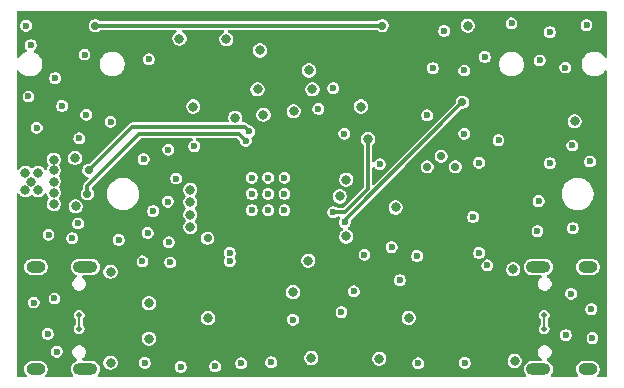
<source format=gbr>
%TF.GenerationSoftware,KiCad,Pcbnew,9.0.6*%
%TF.CreationDate,2025-12-29T19:08:17-05:00*%
%TF.ProjectId,rp2350-dual-usb,72703233-3530-42d6-9475-616c2d757362,rev?*%
%TF.SameCoordinates,Original*%
%TF.FileFunction,Copper,L4,Bot*%
%TF.FilePolarity,Positive*%
%FSLAX46Y46*%
G04 Gerber Fmt 4.6, Leading zero omitted, Abs format (unit mm)*
G04 Created by KiCad (PCBNEW 9.0.6) date 2025-12-29 19:08:17*
%MOMM*%
%LPD*%
G01*
G04 APERTURE LIST*
%TA.AperFunction,HeatsinkPad*%
%ADD10O,2.100000X1.000000*%
%TD*%
%TA.AperFunction,HeatsinkPad*%
%ADD11O,1.600000X1.000000*%
%TD*%
%TA.AperFunction,ComponentPad*%
%ADD12C,0.600000*%
%TD*%
%TA.AperFunction,ViaPad*%
%ADD13C,0.600000*%
%TD*%
%TA.AperFunction,ViaPad*%
%ADD14C,0.800000*%
%TD*%
%TA.AperFunction,ViaPad*%
%ADD15C,0.700000*%
%TD*%
%TA.AperFunction,ViaPad*%
%ADD16C,0.500000*%
%TD*%
%TA.AperFunction,Conductor*%
%ADD17C,0.300000*%
%TD*%
%TA.AperFunction,Conductor*%
%ADD18C,0.157500*%
%TD*%
G04 APERTURE END LIST*
D10*
%TO.P,J2,S1,SHIELD*%
%TO.N,GND*%
X106320000Y-122180000D03*
D11*
X102140000Y-122180000D03*
D10*
X106320000Y-130820000D03*
D11*
X102140000Y-130820000D03*
%TD*%
D10*
%TO.P,J3,S1,SHIELD*%
%TO.N,GND*%
X144680000Y-130820000D03*
D11*
X148860000Y-130820000D03*
D10*
X144680000Y-122180000D03*
D11*
X148860000Y-122180000D03*
%TD*%
D12*
%TO.P,U2,61,GND*%
%TO.N,GND*%
X123175000Y-117375000D03*
X123175000Y-116000000D03*
X123175000Y-114625000D03*
X121800000Y-117375000D03*
X121800000Y-116000000D03*
X121800000Y-114625000D03*
X120425000Y-117375000D03*
X120425000Y-116000000D03*
X120425000Y-114625000D03*
%TD*%
D13*
%TO.N,GND*%
X147600000Y-118900000D03*
X103750000Y-106200000D03*
X134400000Y-121250000D03*
X101700000Y-103400000D03*
D14*
X115200000Y-118800000D03*
D13*
X127300000Y-107050000D03*
X102200000Y-110400000D03*
X114400000Y-130650000D03*
X118550000Y-121700000D03*
X128000000Y-126000000D03*
D14*
X105500000Y-117050000D03*
X131200000Y-129950000D03*
D13*
X142400000Y-101550000D03*
X103200000Y-119450000D03*
D14*
X103650000Y-113100000D03*
D13*
X111350000Y-130300000D03*
D15*
X137650000Y-113700000D03*
D14*
X115200000Y-116700000D03*
X116700000Y-126500000D03*
D13*
X109150000Y-119900000D03*
X103900000Y-129350000D03*
X101300000Y-101750000D03*
X104350000Y-108550000D03*
X135750000Y-105350000D03*
D15*
X135250000Y-113700000D03*
D13*
X106400000Y-109300000D03*
D14*
X147750000Y-109850000D03*
D13*
X112050000Y-117450000D03*
X136700000Y-102200000D03*
X118550000Y-121000000D03*
D14*
X142675000Y-130150000D03*
D13*
X129050000Y-124250000D03*
X139650000Y-113350000D03*
D14*
X125450000Y-129900000D03*
X101250000Y-114200000D03*
D13*
X147450000Y-124450000D03*
D14*
X127865000Y-116215000D03*
D13*
X132950000Y-123300000D03*
X138450000Y-130300000D03*
D14*
X105450000Y-112950000D03*
D13*
X111700000Y-104600000D03*
X134500000Y-130350000D03*
D14*
X128400000Y-119600000D03*
X142540000Y-122390000D03*
X128400000Y-114800000D03*
D13*
X111600000Y-119300000D03*
X108450000Y-109900000D03*
X105200000Y-119750000D03*
X105800000Y-111300000D03*
D14*
X111700000Y-128250000D03*
X111700000Y-125250000D03*
D13*
X113300000Y-116650000D03*
D14*
X125200000Y-121650000D03*
D15*
X136450000Y-112800000D03*
D14*
X108450000Y-122600000D03*
X120900000Y-107150000D03*
D13*
X145650000Y-102300000D03*
X138400000Y-110900000D03*
D15*
X116665000Y-119765000D03*
D13*
X140350000Y-122050000D03*
D14*
X103650000Y-114000000D03*
D13*
X103150000Y-127850000D03*
X101500000Y-107750000D03*
D14*
X133700000Y-126500000D03*
D13*
X147000000Y-127950000D03*
X113350000Y-112250000D03*
X144700000Y-116600000D03*
D14*
X138700000Y-101750000D03*
X125250000Y-105550000D03*
D13*
X128250000Y-110900000D03*
D14*
X114286399Y-102863601D03*
X119000000Y-109550000D03*
D13*
X111250000Y-113050000D03*
D14*
X132600000Y-117150000D03*
X118250000Y-102900000D03*
X115200000Y-117750000D03*
X115200000Y-115650000D03*
D13*
X103700000Y-124850000D03*
D14*
X102300000Y-114200000D03*
D13*
X122050000Y-130250000D03*
X131250000Y-113500000D03*
X146950000Y-105300000D03*
D14*
X121100000Y-103850000D03*
D13*
X145650000Y-113400000D03*
D14*
X129650000Y-108600000D03*
D13*
X140150000Y-104400000D03*
X101950000Y-125200000D03*
X149250000Y-128200000D03*
X144600000Y-119150000D03*
D14*
X121400000Y-109300000D03*
X125550000Y-107150000D03*
D13*
X129950000Y-121150000D03*
D14*
X103650000Y-116850000D03*
D13*
X141300000Y-111450000D03*
D14*
X103650000Y-115900000D03*
X101250000Y-115700000D03*
D13*
X149150000Y-125750000D03*
D14*
X115450000Y-108600000D03*
D13*
X111150000Y-121700000D03*
D14*
X123900000Y-124300000D03*
D13*
X149050000Y-113250000D03*
X139150000Y-117950000D03*
X115550000Y-111950000D03*
X126050000Y-108800000D03*
X135250000Y-109350000D03*
X105700000Y-118500000D03*
X123900000Y-126650000D03*
D14*
X103650000Y-114950000D03*
D13*
X119500000Y-130350000D03*
X132250000Y-120500000D03*
X117300000Y-130600000D03*
D14*
X123950000Y-109000000D03*
X108450000Y-130300000D03*
D13*
X113500000Y-121800000D03*
X106250000Y-104200000D03*
D14*
X101750000Y-114950000D03*
D13*
X144800000Y-104700000D03*
X138400000Y-105550000D03*
X147550000Y-111900000D03*
X113400000Y-120100000D03*
D14*
X102300000Y-115700000D03*
D13*
X139650000Y-121000000D03*
X114000000Y-114700000D03*
X148750000Y-101700000D03*
D16*
%TO.N,+3V3*%
X120008976Y-118575058D03*
X118550000Y-112525000D03*
X124450000Y-114800000D03*
D14*
X138850000Y-124750000D03*
X138700000Y-127750000D03*
X143100000Y-110750000D03*
D16*
X122000000Y-118625000D03*
X119125000Y-118400000D03*
D14*
X126850000Y-115450000D03*
D16*
X123000000Y-113400000D03*
X125225000Y-119275000D03*
D14*
X132500000Y-111350000D03*
X134500000Y-115100000D03*
D16*
X119250000Y-115800000D03*
D14*
X116325000Y-122675000D03*
X126850000Y-114150000D03*
D15*
%TO.N,Net-(J1-Pin_1)*%
X106600000Y-114000000D03*
D13*
X120200000Y-110700000D03*
%TO.N,Net-(J1-Pin_3)*%
X119900000Y-111500000D03*
D15*
X106500000Y-116000000D03*
D16*
%TO.N,/Connectors/USB1_CONN.D+*%
X105800000Y-126250000D03*
X105800000Y-127400000D03*
%TO.N,/Connectors/USB2_CONN.D-*%
X145170000Y-126250000D03*
X145170000Y-127420000D03*
D15*
%TO.N,Net-(J5-PadT)*%
X138250000Y-108250000D03*
D13*
X128300000Y-118400000D03*
D15*
%TO.N,Net-(U5-C2)*%
X131450000Y-101750000D03*
X107150000Y-101750000D03*
D13*
%TO.N,MIDI_IN_UART_RX*%
X127300000Y-117550000D03*
D14*
X130250000Y-111350000D03*
%TD*%
D17*
%TO.N,Net-(J1-Pin_1)*%
X110300000Y-110300000D02*
X106600000Y-114000000D01*
X120200000Y-110700000D02*
X119800000Y-110300000D01*
X119800000Y-110300000D02*
X110300000Y-110300000D01*
%TO.N,Net-(J1-Pin_3)*%
X110900000Y-110900000D02*
X106500000Y-115300000D01*
X119300000Y-110900000D02*
X110900000Y-110900000D01*
X119900000Y-111500000D02*
X119300000Y-110900000D01*
X106500000Y-115300000D02*
X106500000Y-116000000D01*
D18*
%TO.N,/Connectors/USB1_CONN.D+*%
X105800000Y-126250000D02*
X105800000Y-127400000D01*
%TO.N,/Connectors/USB2_CONN.D-*%
X145170000Y-126250000D02*
X145170000Y-127420000D01*
D17*
%TO.N,Net-(J5-PadT)*%
X128300000Y-118200000D02*
X128300000Y-118400000D01*
X138250000Y-108250000D02*
X128300000Y-118200000D01*
%TO.N,Net-(U5-C2)*%
X131450000Y-101750000D02*
X107150000Y-101750000D01*
%TO.N,MIDI_IN_UART_RX*%
X128317000Y-117550000D02*
X127300000Y-117550000D01*
X130250000Y-115617000D02*
X128317000Y-117550000D01*
X130250000Y-111350000D02*
X130250000Y-115617000D01*
%TD*%
%TA.AperFunction,Conductor*%
%TO.N,+3V3*%
G36*
X150442539Y-100520185D02*
G01*
X150488294Y-100572989D01*
X150499500Y-100624500D01*
X150499500Y-104338695D01*
X150479815Y-104405734D01*
X150427011Y-104451489D01*
X150357853Y-104461433D01*
X150294297Y-104432408D01*
X150272398Y-104407586D01*
X150219083Y-104327796D01*
X150219080Y-104327792D01*
X150072207Y-104180919D01*
X150072203Y-104180916D01*
X149899490Y-104065512D01*
X149899488Y-104065511D01*
X149707590Y-103986025D01*
X149707578Y-103986022D01*
X149503862Y-103945500D01*
X149503859Y-103945500D01*
X149296141Y-103945500D01*
X149296138Y-103945500D01*
X149092421Y-103986022D01*
X149092409Y-103986025D01*
X148900511Y-104065511D01*
X148900509Y-104065512D01*
X148727796Y-104180916D01*
X148727792Y-104180919D01*
X148580919Y-104327792D01*
X148580916Y-104327796D01*
X148465512Y-104500509D01*
X148465511Y-104500511D01*
X148386025Y-104692409D01*
X148386022Y-104692421D01*
X148345500Y-104896136D01*
X148345500Y-105103863D01*
X148386022Y-105307578D01*
X148386025Y-105307590D01*
X148465511Y-105499488D01*
X148465512Y-105499490D01*
X148580916Y-105672203D01*
X148580919Y-105672207D01*
X148727792Y-105819080D01*
X148727796Y-105819083D01*
X148900507Y-105934486D01*
X148900508Y-105934486D01*
X148900509Y-105934487D01*
X148900511Y-105934488D01*
X148939168Y-105950500D01*
X149092414Y-106013976D01*
X149276027Y-106050499D01*
X149296136Y-106054499D01*
X149296139Y-106054500D01*
X149296141Y-106054500D01*
X149503861Y-106054500D01*
X149503862Y-106054499D01*
X149707586Y-106013976D01*
X149899493Y-105934486D01*
X150072204Y-105819083D01*
X150219083Y-105672204D01*
X150272398Y-105592412D01*
X150326010Y-105547608D01*
X150395335Y-105538901D01*
X150458363Y-105569055D01*
X150495082Y-105628498D01*
X150499500Y-105661304D01*
X150499500Y-131375500D01*
X150479815Y-131442539D01*
X150427011Y-131488294D01*
X150375500Y-131499500D01*
X149770519Y-131499500D01*
X149703480Y-131479815D01*
X149657725Y-131427011D01*
X149647781Y-131357853D01*
X149676806Y-131294297D01*
X149682838Y-131287819D01*
X149704111Y-131266545D01*
X149704114Y-131266542D01*
X149780775Y-131151811D01*
X149781319Y-131150499D01*
X149802029Y-131100499D01*
X149833580Y-131024328D01*
X149846910Y-130957313D01*
X149860500Y-130888995D01*
X149860500Y-130751004D01*
X149833581Y-130615677D01*
X149833580Y-130615676D01*
X149833580Y-130615672D01*
X149809722Y-130558074D01*
X149780778Y-130488195D01*
X149780771Y-130488182D01*
X149704114Y-130373458D01*
X149704111Y-130373454D01*
X149606545Y-130275888D01*
X149606541Y-130275885D01*
X149491817Y-130199228D01*
X149491804Y-130199221D01*
X149364332Y-130146421D01*
X149364322Y-130146418D01*
X149228995Y-130119500D01*
X149228993Y-130119500D01*
X148491007Y-130119500D01*
X148491005Y-130119500D01*
X148355677Y-130146418D01*
X148355667Y-130146421D01*
X148228195Y-130199221D01*
X148228182Y-130199228D01*
X148113458Y-130275885D01*
X148113454Y-130275888D01*
X148015888Y-130373454D01*
X148015885Y-130373458D01*
X147939228Y-130488182D01*
X147939221Y-130488195D01*
X147886421Y-130615667D01*
X147886418Y-130615677D01*
X147859500Y-130751004D01*
X147859500Y-130751007D01*
X147859500Y-130888993D01*
X147859500Y-130888995D01*
X147859499Y-130888995D01*
X147886418Y-131024322D01*
X147886421Y-131024332D01*
X147939221Y-131151804D01*
X147939228Y-131151817D01*
X148015885Y-131266541D01*
X148015888Y-131266545D01*
X148037162Y-131287819D01*
X148070647Y-131349142D01*
X148065663Y-131418834D01*
X148023791Y-131474767D01*
X147958327Y-131499184D01*
X147949481Y-131499500D01*
X145840519Y-131499500D01*
X145773480Y-131479815D01*
X145727725Y-131427011D01*
X145717781Y-131357853D01*
X145746806Y-131294297D01*
X145752838Y-131287819D01*
X145774111Y-131266545D01*
X145774114Y-131266542D01*
X145850775Y-131151811D01*
X145851319Y-131150499D01*
X145872029Y-131100499D01*
X145903580Y-131024328D01*
X145916910Y-130957313D01*
X145930500Y-130888995D01*
X145930500Y-130751004D01*
X145903581Y-130615677D01*
X145903580Y-130615676D01*
X145903580Y-130615672D01*
X145879722Y-130558074D01*
X145850778Y-130488195D01*
X145850771Y-130488182D01*
X145774114Y-130373458D01*
X145774111Y-130373454D01*
X145676545Y-130275888D01*
X145676541Y-130275885D01*
X145561817Y-130199228D01*
X145561808Y-130199223D01*
X145448003Y-130152084D01*
X145393600Y-130108243D01*
X145371535Y-130041949D01*
X145388814Y-129974250D01*
X145433456Y-129930136D01*
X145454114Y-129918209D01*
X145565821Y-129853715D01*
X145673715Y-129745821D01*
X145750008Y-129613678D01*
X145789500Y-129466293D01*
X145789500Y-129313707D01*
X145750008Y-129166322D01*
X145744517Y-129156812D01*
X145673717Y-129034182D01*
X145673712Y-129034176D01*
X145565823Y-128926287D01*
X145565817Y-128926282D01*
X145433681Y-128849993D01*
X145433682Y-128849993D01*
X145421595Y-128846754D01*
X145286293Y-128810500D01*
X145133707Y-128810500D01*
X144998404Y-128846754D01*
X144986318Y-128849993D01*
X144854182Y-128926282D01*
X144854176Y-128926287D01*
X144746287Y-129034176D01*
X144746282Y-129034182D01*
X144669993Y-129166318D01*
X144669992Y-129166322D01*
X144630500Y-129313707D01*
X144630500Y-129466293D01*
X144661312Y-129581284D01*
X144669993Y-129613681D01*
X144746282Y-129745817D01*
X144746284Y-129745819D01*
X144746285Y-129745821D01*
X144854179Y-129853715D01*
X144905955Y-129883608D01*
X144913758Y-129888113D01*
X144961973Y-129938681D01*
X144975195Y-130007288D01*
X144949227Y-130072152D01*
X144892313Y-130112680D01*
X144851757Y-130119500D01*
X144061005Y-130119500D01*
X143925677Y-130146418D01*
X143925667Y-130146421D01*
X143798195Y-130199221D01*
X143798182Y-130199228D01*
X143683458Y-130275885D01*
X143683454Y-130275888D01*
X143585888Y-130373454D01*
X143585885Y-130373458D01*
X143509228Y-130488182D01*
X143509221Y-130488195D01*
X143456421Y-130615667D01*
X143456418Y-130615677D01*
X143429500Y-130751004D01*
X143429500Y-130751007D01*
X143429500Y-130888993D01*
X143429500Y-130888995D01*
X143429499Y-130888995D01*
X143456418Y-131024322D01*
X143456421Y-131024332D01*
X143509221Y-131151804D01*
X143509228Y-131151817D01*
X143585885Y-131266541D01*
X143585888Y-131266545D01*
X143607162Y-131287819D01*
X143640647Y-131349142D01*
X143635663Y-131418834D01*
X143593791Y-131474767D01*
X143528327Y-131499184D01*
X143519481Y-131499500D01*
X107480519Y-131499500D01*
X107413480Y-131479815D01*
X107367725Y-131427011D01*
X107357781Y-131357853D01*
X107386806Y-131294297D01*
X107392838Y-131287819D01*
X107414111Y-131266545D01*
X107414114Y-131266542D01*
X107490775Y-131151811D01*
X107491319Y-131150499D01*
X107512029Y-131100499D01*
X107543580Y-131024328D01*
X107556910Y-130957313D01*
X107570500Y-130888995D01*
X107570500Y-130751004D01*
X107543581Y-130615677D01*
X107543580Y-130615676D01*
X107543580Y-130615672D01*
X107519722Y-130558074D01*
X107490778Y-130488195D01*
X107490771Y-130488182D01*
X107414114Y-130373458D01*
X107414111Y-130373454D01*
X107316545Y-130275888D01*
X107316541Y-130275885D01*
X107234315Y-130220943D01*
X107849500Y-130220943D01*
X107849500Y-130379057D01*
X107886922Y-130518716D01*
X107890423Y-130531783D01*
X107890426Y-130531790D01*
X107969475Y-130668709D01*
X107969479Y-130668714D01*
X107969480Y-130668716D01*
X108081284Y-130780520D01*
X108081286Y-130780521D01*
X108081290Y-130780524D01*
X108189827Y-130843187D01*
X108218216Y-130859577D01*
X108370943Y-130900500D01*
X108370945Y-130900500D01*
X108529055Y-130900500D01*
X108529057Y-130900500D01*
X108681784Y-130859577D01*
X108818716Y-130780520D01*
X108930520Y-130668716D01*
X109009577Y-130531784D01*
X109050500Y-130379057D01*
X109050500Y-130234108D01*
X110849500Y-130234108D01*
X110849500Y-130365892D01*
X110853027Y-130379055D01*
X110883608Y-130493187D01*
X110912476Y-130543186D01*
X110949500Y-130607314D01*
X111042686Y-130700500D01*
X111156814Y-130766392D01*
X111284108Y-130800500D01*
X111284110Y-130800500D01*
X111415890Y-130800500D01*
X111415892Y-130800500D01*
X111543186Y-130766392D01*
X111657314Y-130700500D01*
X111750500Y-130607314D01*
X111763898Y-130584108D01*
X113899500Y-130584108D01*
X113899500Y-130715891D01*
X113933608Y-130843187D01*
X113943071Y-130859577D01*
X113999500Y-130957314D01*
X114092686Y-131050500D01*
X114206814Y-131116392D01*
X114334108Y-131150500D01*
X114334110Y-131150500D01*
X114465890Y-131150500D01*
X114465892Y-131150500D01*
X114593186Y-131116392D01*
X114707314Y-131050500D01*
X114800500Y-130957314D01*
X114866392Y-130843186D01*
X114900500Y-130715892D01*
X114900500Y-130584108D01*
X114887103Y-130534108D01*
X116799500Y-130534108D01*
X116799500Y-130665891D01*
X116833608Y-130793187D01*
X116847005Y-130816391D01*
X116899500Y-130907314D01*
X116992686Y-131000500D01*
X117106814Y-131066392D01*
X117234108Y-131100500D01*
X117234110Y-131100500D01*
X117365890Y-131100500D01*
X117365892Y-131100500D01*
X117493186Y-131066392D01*
X117607314Y-131000500D01*
X117700500Y-130907314D01*
X117766392Y-130793186D01*
X117800500Y-130665892D01*
X117800500Y-130534108D01*
X117766392Y-130406814D01*
X117700500Y-130292686D01*
X117691922Y-130284108D01*
X118999500Y-130284108D01*
X118999500Y-130415891D01*
X119033608Y-130543187D01*
X119066554Y-130600250D01*
X119099500Y-130657314D01*
X119192686Y-130750500D01*
X119306814Y-130816392D01*
X119434108Y-130850500D01*
X119434110Y-130850500D01*
X119565890Y-130850500D01*
X119565892Y-130850500D01*
X119693186Y-130816392D01*
X119807314Y-130750500D01*
X119900500Y-130657314D01*
X119966392Y-130543186D01*
X120000500Y-130415892D01*
X120000500Y-130284108D01*
X119973705Y-130184108D01*
X121549500Y-130184108D01*
X121549500Y-130315892D01*
X121562897Y-130365890D01*
X121583608Y-130443187D01*
X121609594Y-130488195D01*
X121649500Y-130557314D01*
X121742686Y-130650500D01*
X121841521Y-130707563D01*
X121855944Y-130715890D01*
X121856814Y-130716392D01*
X121984108Y-130750500D01*
X121984110Y-130750500D01*
X122115890Y-130750500D01*
X122115892Y-130750500D01*
X122243186Y-130716392D01*
X122357314Y-130650500D01*
X122450500Y-130557314D01*
X122516392Y-130443186D01*
X122550500Y-130315892D01*
X122550500Y-130184108D01*
X122516392Y-130056814D01*
X122450500Y-129942686D01*
X122357314Y-129849500D01*
X122307852Y-129820943D01*
X124849500Y-129820943D01*
X124849500Y-129979057D01*
X124883733Y-130106814D01*
X124890423Y-130131783D01*
X124890426Y-130131790D01*
X124969475Y-130268709D01*
X124969479Y-130268714D01*
X124969480Y-130268716D01*
X125081284Y-130380520D01*
X125081286Y-130380521D01*
X125081290Y-130380524D01*
X125189827Y-130443187D01*
X125218216Y-130459577D01*
X125370943Y-130500500D01*
X125370945Y-130500500D01*
X125529055Y-130500500D01*
X125529057Y-130500500D01*
X125681784Y-130459577D01*
X125818716Y-130380520D01*
X125930520Y-130268716D01*
X126009577Y-130131784D01*
X126050500Y-129979057D01*
X126050500Y-129870943D01*
X130599500Y-129870943D01*
X130599500Y-130029057D01*
X130633733Y-130156814D01*
X130640423Y-130181783D01*
X130640426Y-130181790D01*
X130719475Y-130318709D01*
X130719479Y-130318714D01*
X130719480Y-130318716D01*
X130831284Y-130430520D01*
X130831286Y-130430521D01*
X130831290Y-130430524D01*
X130939827Y-130493187D01*
X130968216Y-130509577D01*
X131120943Y-130550500D01*
X131120945Y-130550500D01*
X131279055Y-130550500D01*
X131279057Y-130550500D01*
X131431784Y-130509577D01*
X131568716Y-130430520D01*
X131680520Y-130318716D01*
X131700501Y-130284108D01*
X133999500Y-130284108D01*
X133999500Y-130415891D01*
X134033608Y-130543187D01*
X134066554Y-130600250D01*
X134099500Y-130657314D01*
X134192686Y-130750500D01*
X134306814Y-130816392D01*
X134434108Y-130850500D01*
X134434110Y-130850500D01*
X134565890Y-130850500D01*
X134565892Y-130850500D01*
X134693186Y-130816392D01*
X134807314Y-130750500D01*
X134900500Y-130657314D01*
X134966392Y-130543186D01*
X135000500Y-130415892D01*
X135000500Y-130284108D01*
X134987103Y-130234108D01*
X137949500Y-130234108D01*
X137949500Y-130365892D01*
X137953027Y-130379055D01*
X137983608Y-130493187D01*
X138012476Y-130543186D01*
X138049500Y-130607314D01*
X138142686Y-130700500D01*
X138256814Y-130766392D01*
X138384108Y-130800500D01*
X138384110Y-130800500D01*
X138515890Y-130800500D01*
X138515892Y-130800500D01*
X138643186Y-130766392D01*
X138757314Y-130700500D01*
X138850500Y-130607314D01*
X138916392Y-130493186D01*
X138950500Y-130365892D01*
X138950500Y-130234108D01*
X138916392Y-130106814D01*
X138895682Y-130070943D01*
X142074500Y-130070943D01*
X142074500Y-130229057D01*
X142115086Y-130380524D01*
X142115423Y-130381783D01*
X142115426Y-130381790D01*
X142194475Y-130518709D01*
X142194479Y-130518714D01*
X142194480Y-130518716D01*
X142306284Y-130630520D01*
X142306286Y-130630521D01*
X142306290Y-130630524D01*
X142427489Y-130700497D01*
X142443216Y-130709577D01*
X142595943Y-130750500D01*
X142595945Y-130750500D01*
X142754055Y-130750500D01*
X142754057Y-130750500D01*
X142906784Y-130709577D01*
X143043716Y-130630520D01*
X143155520Y-130518716D01*
X143234577Y-130381784D01*
X143275500Y-130229057D01*
X143275500Y-130070943D01*
X143234577Y-129918216D01*
X143223773Y-129899502D01*
X143155524Y-129781290D01*
X143155518Y-129781282D01*
X143043717Y-129669481D01*
X143043709Y-129669475D01*
X142906790Y-129590426D01*
X142906786Y-129590424D01*
X142906784Y-129590423D01*
X142754057Y-129549500D01*
X142595943Y-129549500D01*
X142443216Y-129590423D01*
X142443209Y-129590426D01*
X142306290Y-129669475D01*
X142306282Y-129669481D01*
X142194481Y-129781282D01*
X142194475Y-129781290D01*
X142115426Y-129918209D01*
X142115423Y-129918216D01*
X142074500Y-130070943D01*
X138895682Y-130070943D01*
X138850500Y-129992686D01*
X138757314Y-129899500D01*
X138678014Y-129853716D01*
X138643187Y-129833608D01*
X138578931Y-129816391D01*
X138515892Y-129799500D01*
X138384108Y-129799500D01*
X138256812Y-129833608D01*
X138142686Y-129899500D01*
X138142683Y-129899502D01*
X138049502Y-129992683D01*
X138049500Y-129992686D01*
X137983608Y-130106812D01*
X137953027Y-130220945D01*
X137949500Y-130234108D01*
X134987103Y-130234108D01*
X134966392Y-130156814D01*
X134900500Y-130042686D01*
X134807314Y-129949500D01*
X134746341Y-129914297D01*
X134693187Y-129883608D01*
X134581626Y-129853716D01*
X134565892Y-129849500D01*
X134434108Y-129849500D01*
X134306812Y-129883608D01*
X134192686Y-129949500D01*
X134192683Y-129949502D01*
X134099502Y-130042683D01*
X134099500Y-130042686D01*
X134033608Y-130156812D01*
X133999500Y-130284108D01*
X131700501Y-130284108D01*
X131759577Y-130181784D01*
X131800500Y-130029057D01*
X131800500Y-129870943D01*
X131759577Y-129718216D01*
X131759573Y-129718209D01*
X131680524Y-129581290D01*
X131680518Y-129581282D01*
X131568717Y-129469481D01*
X131568709Y-129469475D01*
X131431790Y-129390426D01*
X131431786Y-129390424D01*
X131431784Y-129390423D01*
X131279057Y-129349500D01*
X131120943Y-129349500D01*
X130968216Y-129390423D01*
X130968209Y-129390426D01*
X130831290Y-129469475D01*
X130831282Y-129469481D01*
X130719481Y-129581282D01*
X130719475Y-129581290D01*
X130640426Y-129718209D01*
X130640423Y-129718216D01*
X130599500Y-129870943D01*
X126050500Y-129870943D01*
X126050500Y-129820943D01*
X126009577Y-129668216D01*
X126003282Y-129657313D01*
X125930524Y-129531290D01*
X125930518Y-129531282D01*
X125818717Y-129419481D01*
X125818709Y-129419475D01*
X125681790Y-129340426D01*
X125681786Y-129340424D01*
X125681784Y-129340423D01*
X125529057Y-129299500D01*
X125370943Y-129299500D01*
X125218216Y-129340423D01*
X125218209Y-129340426D01*
X125081290Y-129419475D01*
X125081282Y-129419481D01*
X124969481Y-129531282D01*
X124969475Y-129531290D01*
X124890426Y-129668209D01*
X124890423Y-129668216D01*
X124849500Y-129820943D01*
X122307852Y-129820943D01*
X122270712Y-129799500D01*
X122243187Y-129783608D01*
X122179539Y-129766554D01*
X122115892Y-129749500D01*
X121984108Y-129749500D01*
X121856812Y-129783608D01*
X121742686Y-129849500D01*
X121742683Y-129849502D01*
X121649502Y-129942683D01*
X121649500Y-129942686D01*
X121583608Y-130056812D01*
X121568639Y-130112680D01*
X121549500Y-130184108D01*
X119973705Y-130184108D01*
X119966392Y-130156814D01*
X119900500Y-130042686D01*
X119807314Y-129949500D01*
X119746341Y-129914297D01*
X119693187Y-129883608D01*
X119581626Y-129853716D01*
X119565892Y-129849500D01*
X119434108Y-129849500D01*
X119306812Y-129883608D01*
X119192686Y-129949500D01*
X119192683Y-129949502D01*
X119099502Y-130042683D01*
X119099500Y-130042686D01*
X119033608Y-130156812D01*
X118999500Y-130284108D01*
X117691922Y-130284108D01*
X117607314Y-130199500D01*
X117533380Y-130156814D01*
X117493187Y-130133608D01*
X117415081Y-130112680D01*
X117365892Y-130099500D01*
X117234108Y-130099500D01*
X117106812Y-130133608D01*
X116992686Y-130199500D01*
X116992683Y-130199502D01*
X116899502Y-130292683D01*
X116899500Y-130292686D01*
X116833608Y-130406812D01*
X116799500Y-130534108D01*
X114887103Y-130534108D01*
X114866392Y-130456814D01*
X114800500Y-130342686D01*
X114707314Y-130249500D01*
X114645795Y-130213982D01*
X114593187Y-130183608D01*
X114493188Y-130156814D01*
X114465892Y-130149500D01*
X114334108Y-130149500D01*
X114206812Y-130183608D01*
X114092686Y-130249500D01*
X114092683Y-130249502D01*
X113999502Y-130342683D01*
X113999500Y-130342686D01*
X113933608Y-130456812D01*
X113899500Y-130584108D01*
X111763898Y-130584108D01*
X111816392Y-130493186D01*
X111850500Y-130365892D01*
X111850500Y-130234108D01*
X111816392Y-130106814D01*
X111750500Y-129992686D01*
X111657314Y-129899500D01*
X111578014Y-129853716D01*
X111543187Y-129833608D01*
X111478931Y-129816391D01*
X111415892Y-129799500D01*
X111284108Y-129799500D01*
X111156812Y-129833608D01*
X111042686Y-129899500D01*
X111042683Y-129899502D01*
X110949502Y-129992683D01*
X110949500Y-129992686D01*
X110883608Y-130106812D01*
X110853027Y-130220945D01*
X110849500Y-130234108D01*
X109050500Y-130234108D01*
X109050500Y-130220943D01*
X109009577Y-130068216D01*
X108998662Y-130049310D01*
X108930524Y-129931290D01*
X108930518Y-129931282D01*
X108818717Y-129819481D01*
X108818709Y-129819475D01*
X108681790Y-129740426D01*
X108681786Y-129740424D01*
X108681784Y-129740423D01*
X108529057Y-129699500D01*
X108370943Y-129699500D01*
X108218216Y-129740423D01*
X108218209Y-129740426D01*
X108081290Y-129819475D01*
X108081282Y-129819481D01*
X107969481Y-129931282D01*
X107969475Y-129931290D01*
X107890426Y-130068209D01*
X107890423Y-130068216D01*
X107849500Y-130220943D01*
X107234315Y-130220943D01*
X107201817Y-130199228D01*
X107201804Y-130199221D01*
X107074332Y-130146421D01*
X107074322Y-130146418D01*
X106938995Y-130119500D01*
X106938993Y-130119500D01*
X106148243Y-130119500D01*
X106081204Y-130099815D01*
X106035449Y-130047011D01*
X106025505Y-129977853D01*
X106054530Y-129914297D01*
X106086242Y-129888113D01*
X106094045Y-129883608D01*
X106145821Y-129853715D01*
X106253715Y-129745821D01*
X106330008Y-129613678D01*
X106369500Y-129466293D01*
X106369500Y-129313707D01*
X106330008Y-129166322D01*
X106324517Y-129156812D01*
X106253717Y-129034182D01*
X106253712Y-129034176D01*
X106145823Y-128926287D01*
X106145817Y-128926282D01*
X106013681Y-128849993D01*
X106013682Y-128849993D01*
X106001595Y-128846754D01*
X105866293Y-128810500D01*
X105713707Y-128810500D01*
X105578404Y-128846754D01*
X105566318Y-128849993D01*
X105434182Y-128926282D01*
X105434176Y-128926287D01*
X105326287Y-129034176D01*
X105326282Y-129034182D01*
X105249993Y-129166318D01*
X105249992Y-129166322D01*
X105210500Y-129313707D01*
X105210500Y-129466293D01*
X105241312Y-129581284D01*
X105249993Y-129613681D01*
X105326282Y-129745817D01*
X105326284Y-129745819D01*
X105326285Y-129745821D01*
X105434179Y-129853715D01*
X105493758Y-129888113D01*
X105566543Y-129930136D01*
X105614759Y-129980703D01*
X105627981Y-130049310D01*
X105602013Y-130114175D01*
X105551996Y-130152084D01*
X105438192Y-130199223D01*
X105438182Y-130199228D01*
X105323458Y-130275885D01*
X105323454Y-130275888D01*
X105225888Y-130373454D01*
X105225885Y-130373458D01*
X105149228Y-130488182D01*
X105149221Y-130488195D01*
X105096421Y-130615667D01*
X105096418Y-130615677D01*
X105069500Y-130751004D01*
X105069500Y-130751007D01*
X105069500Y-130888993D01*
X105069500Y-130888995D01*
X105069499Y-130888995D01*
X105096418Y-131024322D01*
X105096421Y-131024332D01*
X105149221Y-131151804D01*
X105149228Y-131151817D01*
X105225885Y-131266541D01*
X105225888Y-131266545D01*
X105247162Y-131287819D01*
X105280647Y-131349142D01*
X105275663Y-131418834D01*
X105233791Y-131474767D01*
X105168327Y-131499184D01*
X105159481Y-131499500D01*
X103050519Y-131499500D01*
X102983480Y-131479815D01*
X102937725Y-131427011D01*
X102927781Y-131357853D01*
X102956806Y-131294297D01*
X102962838Y-131287819D01*
X102984111Y-131266545D01*
X102984114Y-131266542D01*
X103060775Y-131151811D01*
X103061319Y-131150499D01*
X103082029Y-131100499D01*
X103113580Y-131024328D01*
X103126910Y-130957313D01*
X103140500Y-130888995D01*
X103140500Y-130751004D01*
X103113581Y-130615677D01*
X103113580Y-130615676D01*
X103113580Y-130615672D01*
X103089722Y-130558074D01*
X103060778Y-130488195D01*
X103060771Y-130488182D01*
X102984114Y-130373458D01*
X102984111Y-130373454D01*
X102886545Y-130275888D01*
X102886541Y-130275885D01*
X102771817Y-130199228D01*
X102771804Y-130199221D01*
X102644332Y-130146421D01*
X102644322Y-130146418D01*
X102508995Y-130119500D01*
X102508993Y-130119500D01*
X101771007Y-130119500D01*
X101771005Y-130119500D01*
X101635677Y-130146418D01*
X101635667Y-130146421D01*
X101508195Y-130199221D01*
X101508182Y-130199228D01*
X101393458Y-130275885D01*
X101393454Y-130275888D01*
X101295888Y-130373454D01*
X101295885Y-130373458D01*
X101219228Y-130488182D01*
X101219221Y-130488195D01*
X101166421Y-130615667D01*
X101166418Y-130615677D01*
X101139500Y-130751004D01*
X101139500Y-130751007D01*
X101139500Y-130888993D01*
X101139500Y-130888995D01*
X101139499Y-130888995D01*
X101166418Y-131024322D01*
X101166421Y-131024332D01*
X101219221Y-131151804D01*
X101219228Y-131151817D01*
X101295885Y-131266541D01*
X101295888Y-131266545D01*
X101317162Y-131287819D01*
X101350647Y-131349142D01*
X101345663Y-131418834D01*
X101303791Y-131474767D01*
X101238327Y-131499184D01*
X101229481Y-131499500D01*
X100624500Y-131499500D01*
X100557461Y-131479815D01*
X100511706Y-131427011D01*
X100500500Y-131375500D01*
X100500500Y-129284108D01*
X103399500Y-129284108D01*
X103399500Y-129415892D01*
X103400462Y-129419481D01*
X103433608Y-129543187D01*
X103437253Y-129549500D01*
X103499500Y-129657314D01*
X103592686Y-129750500D01*
X103706814Y-129816392D01*
X103834108Y-129850500D01*
X103834110Y-129850500D01*
X103965890Y-129850500D01*
X103965892Y-129850500D01*
X104093186Y-129816392D01*
X104207314Y-129750500D01*
X104300500Y-129657314D01*
X104366392Y-129543186D01*
X104400500Y-129415892D01*
X104400500Y-129284108D01*
X104366392Y-129156814D01*
X104300500Y-129042686D01*
X104207314Y-128949500D01*
X104150250Y-128916554D01*
X104093187Y-128883608D01*
X104029539Y-128866554D01*
X103965892Y-128849500D01*
X103834108Y-128849500D01*
X103706812Y-128883608D01*
X103592686Y-128949500D01*
X103592683Y-128949502D01*
X103499502Y-129042683D01*
X103499500Y-129042686D01*
X103433608Y-129156812D01*
X103431061Y-129166318D01*
X103399500Y-129284108D01*
X100500500Y-129284108D01*
X100500500Y-127784108D01*
X102649500Y-127784108D01*
X102649500Y-127915891D01*
X102683608Y-128043187D01*
X102712880Y-128093886D01*
X102749500Y-128157314D01*
X102842686Y-128250500D01*
X102956814Y-128316392D01*
X103084108Y-128350500D01*
X103084110Y-128350500D01*
X103215890Y-128350500D01*
X103215892Y-128350500D01*
X103343186Y-128316392D01*
X103457314Y-128250500D01*
X103536871Y-128170943D01*
X111099500Y-128170943D01*
X111099500Y-128329057D01*
X111132041Y-128450500D01*
X111140423Y-128481783D01*
X111140426Y-128481790D01*
X111219475Y-128618709D01*
X111219479Y-128618714D01*
X111219480Y-128618716D01*
X111331284Y-128730520D01*
X111331286Y-128730521D01*
X111331290Y-128730524D01*
X111468209Y-128809573D01*
X111468216Y-128809577D01*
X111620943Y-128850500D01*
X111620945Y-128850500D01*
X111779055Y-128850500D01*
X111779057Y-128850500D01*
X111931784Y-128809577D01*
X112068716Y-128730520D01*
X112180520Y-128618716D01*
X112259577Y-128481784D01*
X112300500Y-128329057D01*
X112300500Y-128170943D01*
X112259577Y-128018216D01*
X112200501Y-127915892D01*
X112182151Y-127884108D01*
X146499500Y-127884108D01*
X146499500Y-128015891D01*
X146533608Y-128143187D01*
X146566554Y-128200250D01*
X146599500Y-128257314D01*
X146692686Y-128350500D01*
X146806814Y-128416392D01*
X146934108Y-128450500D01*
X146934110Y-128450500D01*
X147065890Y-128450500D01*
X147065892Y-128450500D01*
X147193186Y-128416392D01*
X147307314Y-128350500D01*
X147400500Y-128257314D01*
X147466392Y-128143186D01*
X147468824Y-128134108D01*
X148749500Y-128134108D01*
X148749500Y-128265891D01*
X148783608Y-128393187D01*
X148797005Y-128416391D01*
X148849500Y-128507314D01*
X148942686Y-128600500D01*
X149056814Y-128666392D01*
X149184108Y-128700500D01*
X149184110Y-128700500D01*
X149315890Y-128700500D01*
X149315892Y-128700500D01*
X149443186Y-128666392D01*
X149557314Y-128600500D01*
X149650500Y-128507314D01*
X149716392Y-128393186D01*
X149750500Y-128265892D01*
X149750500Y-128134108D01*
X149716392Y-128006814D01*
X149650500Y-127892686D01*
X149557314Y-127799500D01*
X149489745Y-127760489D01*
X149443187Y-127733608D01*
X149379539Y-127716554D01*
X149315892Y-127699500D01*
X149184108Y-127699500D01*
X149056812Y-127733608D01*
X148942686Y-127799500D01*
X148942683Y-127799502D01*
X148849502Y-127892683D01*
X148849500Y-127892686D01*
X148783608Y-128006812D01*
X148749500Y-128134108D01*
X147468824Y-128134108D01*
X147500500Y-128015892D01*
X147500500Y-127884108D01*
X147466392Y-127756814D01*
X147400500Y-127642686D01*
X147307314Y-127549500D01*
X147250250Y-127516554D01*
X147193187Y-127483608D01*
X147102500Y-127459309D01*
X147065892Y-127449500D01*
X146934108Y-127449500D01*
X146806812Y-127483608D01*
X146692686Y-127549500D01*
X146692683Y-127549502D01*
X146599502Y-127642683D01*
X146599500Y-127642686D01*
X146533608Y-127756812D01*
X146499500Y-127884108D01*
X112182151Y-127884108D01*
X112180524Y-127881290D01*
X112180518Y-127881282D01*
X112068717Y-127769481D01*
X112068709Y-127769475D01*
X111931790Y-127690426D01*
X111931786Y-127690424D01*
X111931784Y-127690423D01*
X111779057Y-127649500D01*
X111620943Y-127649500D01*
X111468216Y-127690423D01*
X111468209Y-127690426D01*
X111331290Y-127769475D01*
X111331282Y-127769481D01*
X111219481Y-127881282D01*
X111219475Y-127881290D01*
X111140426Y-128018209D01*
X111140423Y-128018216D01*
X111099500Y-128170943D01*
X103536871Y-128170943D01*
X103550500Y-128157314D01*
X103565633Y-128131102D01*
X103583121Y-128100815D01*
X103616390Y-128043189D01*
X103616392Y-128043186D01*
X103650500Y-127915892D01*
X103650500Y-127784108D01*
X103616392Y-127656814D01*
X103550500Y-127542686D01*
X103457314Y-127449500D01*
X103400250Y-127416554D01*
X103343187Y-127383608D01*
X103257665Y-127360693D01*
X103215892Y-127349500D01*
X103084108Y-127349500D01*
X102956812Y-127383608D01*
X102842686Y-127449500D01*
X102842683Y-127449502D01*
X102749502Y-127542683D01*
X102749500Y-127542686D01*
X102683608Y-127656812D01*
X102649500Y-127784108D01*
X100500500Y-127784108D01*
X100500500Y-126190691D01*
X105349500Y-126190691D01*
X105349500Y-126309309D01*
X105380201Y-126423886D01*
X105439511Y-126526613D01*
X105439513Y-126526615D01*
X105484431Y-126571533D01*
X105517916Y-126632856D01*
X105520750Y-126659214D01*
X105520750Y-126990786D01*
X105501065Y-127057825D01*
X105484431Y-127078467D01*
X105439513Y-127123384D01*
X105439511Y-127123387D01*
X105380201Y-127226114D01*
X105349500Y-127340691D01*
X105349500Y-127459309D01*
X105380201Y-127573886D01*
X105439511Y-127676613D01*
X105523387Y-127760489D01*
X105626114Y-127819799D01*
X105740691Y-127850500D01*
X105740694Y-127850500D01*
X105859306Y-127850500D01*
X105859309Y-127850500D01*
X105973886Y-127819799D01*
X106076613Y-127760489D01*
X106160489Y-127676613D01*
X106219799Y-127573886D01*
X106250500Y-127459309D01*
X106250500Y-127340691D01*
X106219799Y-127226114D01*
X106160489Y-127123387D01*
X106115569Y-127078467D01*
X106082084Y-127017144D01*
X106079250Y-126990786D01*
X106079250Y-126659214D01*
X106098935Y-126592175D01*
X106115569Y-126571533D01*
X106160489Y-126526613D01*
X106219799Y-126423886D01*
X106220588Y-126420943D01*
X116099500Y-126420943D01*
X116099500Y-126579057D01*
X116136165Y-126715891D01*
X116140423Y-126731783D01*
X116140426Y-126731790D01*
X116219475Y-126868709D01*
X116219479Y-126868714D01*
X116219480Y-126868716D01*
X116331284Y-126980520D01*
X116331286Y-126980521D01*
X116331290Y-126980524D01*
X116438028Y-127042148D01*
X116468216Y-127059577D01*
X116620943Y-127100500D01*
X116620945Y-127100500D01*
X116779055Y-127100500D01*
X116779057Y-127100500D01*
X116931784Y-127059577D01*
X117068716Y-126980520D01*
X117180520Y-126868716D01*
X117259577Y-126731784D01*
X117299147Y-126584108D01*
X123399500Y-126584108D01*
X123399500Y-126715891D01*
X123433608Y-126843187D01*
X123448348Y-126868717D01*
X123499500Y-126957314D01*
X123592686Y-127050500D01*
X123706814Y-127116392D01*
X123834108Y-127150500D01*
X123834110Y-127150500D01*
X123965890Y-127150500D01*
X123965892Y-127150500D01*
X124093186Y-127116392D01*
X124207314Y-127050500D01*
X124300500Y-126957314D01*
X124366392Y-126843186D01*
X124400500Y-126715892D01*
X124400500Y-126584108D01*
X124366392Y-126456814D01*
X124300500Y-126342686D01*
X124207314Y-126249500D01*
X124149968Y-126216391D01*
X124093187Y-126183608D01*
X124029539Y-126166554D01*
X123965892Y-126149500D01*
X123834108Y-126149500D01*
X123706812Y-126183608D01*
X123592686Y-126249500D01*
X123592683Y-126249502D01*
X123499502Y-126342683D01*
X123499500Y-126342686D01*
X123433608Y-126456812D01*
X123399500Y-126584108D01*
X117299147Y-126584108D01*
X117300500Y-126579057D01*
X117300500Y-126420943D01*
X117259577Y-126268216D01*
X117248773Y-126249502D01*
X117180524Y-126131290D01*
X117180518Y-126131282D01*
X117068716Y-126019480D01*
X117068711Y-126019476D01*
X116931790Y-125940426D01*
X116931786Y-125940424D01*
X116931784Y-125940423D01*
X116908216Y-125934108D01*
X127499500Y-125934108D01*
X127499500Y-126065892D01*
X127502239Y-126076114D01*
X127533608Y-126193187D01*
X127547005Y-126216391D01*
X127599500Y-126307314D01*
X127692686Y-126400500D01*
X127806814Y-126466392D01*
X127934108Y-126500500D01*
X127934110Y-126500500D01*
X128065890Y-126500500D01*
X128065892Y-126500500D01*
X128193186Y-126466392D01*
X128271906Y-126420943D01*
X133099500Y-126420943D01*
X133099500Y-126579057D01*
X133136165Y-126715891D01*
X133140423Y-126731783D01*
X133140426Y-126731790D01*
X133219475Y-126868709D01*
X133219479Y-126868714D01*
X133219480Y-126868716D01*
X133331284Y-126980520D01*
X133331286Y-126980521D01*
X133331290Y-126980524D01*
X133438028Y-127042148D01*
X133468216Y-127059577D01*
X133620943Y-127100500D01*
X133620945Y-127100500D01*
X133779055Y-127100500D01*
X133779057Y-127100500D01*
X133931784Y-127059577D01*
X134068716Y-126980520D01*
X134180520Y-126868716D01*
X134259577Y-126731784D01*
X134300500Y-126579057D01*
X134300500Y-126420943D01*
X134259577Y-126268216D01*
X134229656Y-126216391D01*
X134214818Y-126190691D01*
X144719500Y-126190691D01*
X144719500Y-126309309D01*
X144750201Y-126423886D01*
X144809511Y-126526613D01*
X144809513Y-126526615D01*
X144854431Y-126571533D01*
X144887916Y-126632856D01*
X144890750Y-126659214D01*
X144890750Y-127010786D01*
X144871065Y-127077825D01*
X144854431Y-127098467D01*
X144809513Y-127143384D01*
X144809511Y-127143387D01*
X144750201Y-127246114D01*
X144719500Y-127360691D01*
X144719500Y-127479309D01*
X144750201Y-127593886D01*
X144809511Y-127696613D01*
X144893387Y-127780489D01*
X144996114Y-127839799D01*
X145110691Y-127870500D01*
X145110694Y-127870500D01*
X145229306Y-127870500D01*
X145229309Y-127870500D01*
X145343886Y-127839799D01*
X145446613Y-127780489D01*
X145530489Y-127696613D01*
X145589799Y-127593886D01*
X145620500Y-127479309D01*
X145620500Y-127360691D01*
X145589799Y-127246114D01*
X145530489Y-127143387D01*
X145485569Y-127098467D01*
X145452084Y-127037144D01*
X145449250Y-127010786D01*
X145449250Y-126659214D01*
X145468935Y-126592175D01*
X145485569Y-126571533D01*
X145530489Y-126526613D01*
X145589799Y-126423886D01*
X145620500Y-126309309D01*
X145620500Y-126190691D01*
X145589799Y-126076114D01*
X145530489Y-125973387D01*
X145446613Y-125889511D01*
X145343886Y-125830201D01*
X145229309Y-125799500D01*
X145110691Y-125799500D01*
X144996114Y-125830201D01*
X144996112Y-125830201D01*
X144996112Y-125830202D01*
X144893387Y-125889511D01*
X144893384Y-125889513D01*
X144809513Y-125973384D01*
X144809511Y-125973387D01*
X144750201Y-126076114D01*
X144719500Y-126190691D01*
X134214818Y-126190691D01*
X134180522Y-126131287D01*
X134180518Y-126131282D01*
X134068717Y-126019481D01*
X134068709Y-126019475D01*
X133931790Y-125940426D01*
X133931786Y-125940424D01*
X133931784Y-125940423D01*
X133779057Y-125899500D01*
X133620943Y-125899500D01*
X133468216Y-125940423D01*
X133468209Y-125940426D01*
X133331290Y-126019475D01*
X133331282Y-126019481D01*
X133219481Y-126131282D01*
X133219475Y-126131290D01*
X133140426Y-126268209D01*
X133140423Y-126268216D01*
X133099500Y-126420943D01*
X128271906Y-126420943D01*
X128307314Y-126400500D01*
X128400500Y-126307314D01*
X128466392Y-126193186D01*
X128500500Y-126065892D01*
X128500500Y-125934108D01*
X128466392Y-125806814D01*
X128400500Y-125692686D01*
X128391922Y-125684108D01*
X148649500Y-125684108D01*
X148649500Y-125815892D01*
X148658773Y-125850499D01*
X148683608Y-125943187D01*
X148716554Y-126000250D01*
X148749500Y-126057314D01*
X148842686Y-126150500D01*
X148956814Y-126216392D01*
X149084108Y-126250500D01*
X149084110Y-126250500D01*
X149215890Y-126250500D01*
X149215892Y-126250500D01*
X149343186Y-126216392D01*
X149457314Y-126150500D01*
X149550500Y-126057314D01*
X149616392Y-125943186D01*
X149650500Y-125815892D01*
X149650500Y-125684108D01*
X149616392Y-125556814D01*
X149550500Y-125442686D01*
X149457314Y-125349500D01*
X149399968Y-125316391D01*
X149343187Y-125283608D01*
X149277061Y-125265890D01*
X149215892Y-125249500D01*
X149084108Y-125249500D01*
X148956812Y-125283608D01*
X148842686Y-125349500D01*
X148842683Y-125349502D01*
X148749502Y-125442683D01*
X148749500Y-125442686D01*
X148683608Y-125556812D01*
X148667021Y-125618717D01*
X148649500Y-125684108D01*
X128391922Y-125684108D01*
X128307314Y-125599500D01*
X128233380Y-125556814D01*
X128193187Y-125533608D01*
X128129539Y-125516554D01*
X128065892Y-125499500D01*
X127934108Y-125499500D01*
X127806812Y-125533608D01*
X127692686Y-125599500D01*
X127692683Y-125599502D01*
X127599502Y-125692683D01*
X127599500Y-125692686D01*
X127533608Y-125806812D01*
X127511449Y-125889513D01*
X127499500Y-125934108D01*
X116908216Y-125934108D01*
X116779057Y-125899500D01*
X116620943Y-125899500D01*
X116468216Y-125940423D01*
X116468209Y-125940426D01*
X116331290Y-126019475D01*
X116331282Y-126019481D01*
X116219481Y-126131282D01*
X116219475Y-126131290D01*
X116140426Y-126268209D01*
X116140423Y-126268216D01*
X116099500Y-126420943D01*
X106220588Y-126420943D01*
X106250500Y-126309309D01*
X106250500Y-126190691D01*
X106219799Y-126076114D01*
X106160489Y-125973387D01*
X106076613Y-125889511D01*
X105973886Y-125830201D01*
X105859309Y-125799500D01*
X105740691Y-125799500D01*
X105626114Y-125830201D01*
X105626112Y-125830201D01*
X105626112Y-125830202D01*
X105523387Y-125889511D01*
X105523384Y-125889513D01*
X105439513Y-125973384D01*
X105439511Y-125973387D01*
X105380201Y-126076114D01*
X105349500Y-126190691D01*
X100500500Y-126190691D01*
X100500500Y-125134108D01*
X101449500Y-125134108D01*
X101449500Y-125265891D01*
X101483608Y-125393187D01*
X101512185Y-125442683D01*
X101549500Y-125507314D01*
X101642686Y-125600500D01*
X101756814Y-125666392D01*
X101884108Y-125700500D01*
X101884110Y-125700500D01*
X102015890Y-125700500D01*
X102015892Y-125700500D01*
X102143186Y-125666392D01*
X102257314Y-125600500D01*
X102350500Y-125507314D01*
X102416392Y-125393186D01*
X102450500Y-125265892D01*
X102450500Y-125134108D01*
X102416392Y-125006814D01*
X102350500Y-124892686D01*
X102257314Y-124799500D01*
X102230654Y-124784108D01*
X103199500Y-124784108D01*
X103199500Y-124915891D01*
X103233608Y-125043187D01*
X103266554Y-125100250D01*
X103299500Y-125157314D01*
X103392686Y-125250500D01*
X103506814Y-125316392D01*
X103634108Y-125350500D01*
X103634110Y-125350500D01*
X103765890Y-125350500D01*
X103765892Y-125350500D01*
X103893186Y-125316392D01*
X104007314Y-125250500D01*
X104086871Y-125170943D01*
X111099500Y-125170943D01*
X111099500Y-125329057D01*
X111116684Y-125393186D01*
X111140423Y-125481783D01*
X111140426Y-125481790D01*
X111219475Y-125618709D01*
X111219479Y-125618714D01*
X111219480Y-125618716D01*
X111331284Y-125730520D01*
X111331286Y-125730521D01*
X111331290Y-125730524D01*
X111450762Y-125799500D01*
X111468216Y-125809577D01*
X111620943Y-125850500D01*
X111620945Y-125850500D01*
X111779055Y-125850500D01*
X111779057Y-125850500D01*
X111931784Y-125809577D01*
X112068716Y-125730520D01*
X112180520Y-125618716D01*
X112259577Y-125481784D01*
X112300500Y-125329057D01*
X112300500Y-125170943D01*
X112259577Y-125018216D01*
X112220481Y-124950499D01*
X112180524Y-124881290D01*
X112180518Y-124881282D01*
X112068717Y-124769481D01*
X112068709Y-124769475D01*
X111931790Y-124690426D01*
X111931786Y-124690424D01*
X111931784Y-124690423D01*
X111779057Y-124649500D01*
X111620943Y-124649500D01*
X111468216Y-124690423D01*
X111468209Y-124690426D01*
X111331290Y-124769475D01*
X111331282Y-124769481D01*
X111219481Y-124881282D01*
X111219475Y-124881290D01*
X111140426Y-125018209D01*
X111140423Y-125018216D01*
X111099500Y-125170943D01*
X104086871Y-125170943D01*
X104100500Y-125157314D01*
X104115633Y-125131102D01*
X104133121Y-125100815D01*
X104166390Y-125043189D01*
X104166392Y-125043186D01*
X104200500Y-124915892D01*
X104200500Y-124784108D01*
X104166392Y-124656814D01*
X104100500Y-124542686D01*
X104007314Y-124449500D01*
X103950250Y-124416554D01*
X103893187Y-124383608D01*
X103829539Y-124366554D01*
X103765892Y-124349500D01*
X103634108Y-124349500D01*
X103506812Y-124383608D01*
X103392686Y-124449500D01*
X103392683Y-124449502D01*
X103299502Y-124542683D01*
X103299500Y-124542686D01*
X103233608Y-124656812D01*
X103199500Y-124784108D01*
X102230654Y-124784108D01*
X102200250Y-124766554D01*
X102143187Y-124733608D01*
X102078931Y-124716391D01*
X102015892Y-124699500D01*
X101884108Y-124699500D01*
X101756812Y-124733608D01*
X101642686Y-124799500D01*
X101642683Y-124799502D01*
X101549502Y-124892683D01*
X101549500Y-124892686D01*
X101483608Y-125006812D01*
X101449500Y-125134108D01*
X100500500Y-125134108D01*
X100500500Y-124220943D01*
X123299500Y-124220943D01*
X123299500Y-124379057D01*
X123336165Y-124515891D01*
X123340423Y-124531783D01*
X123340426Y-124531790D01*
X123419475Y-124668709D01*
X123419479Y-124668714D01*
X123419480Y-124668716D01*
X123531284Y-124780520D01*
X123531286Y-124780521D01*
X123531290Y-124780524D01*
X123652489Y-124850497D01*
X123668216Y-124859577D01*
X123820943Y-124900500D01*
X123820945Y-124900500D01*
X123979055Y-124900500D01*
X123979057Y-124900500D01*
X124131784Y-124859577D01*
X124268716Y-124780520D01*
X124380520Y-124668716D01*
X124459577Y-124531784D01*
X124500500Y-124379057D01*
X124500500Y-124220943D01*
X124490630Y-124184108D01*
X128549500Y-124184108D01*
X128549500Y-124315892D01*
X128558505Y-124349500D01*
X128583608Y-124443187D01*
X128616554Y-124500250D01*
X128649500Y-124557314D01*
X128742686Y-124650500D01*
X128856814Y-124716392D01*
X128984108Y-124750500D01*
X128984110Y-124750500D01*
X129115890Y-124750500D01*
X129115892Y-124750500D01*
X129243186Y-124716392D01*
X129357314Y-124650500D01*
X129450500Y-124557314D01*
X129516392Y-124443186D01*
X129532222Y-124384108D01*
X146949500Y-124384108D01*
X146949500Y-124515892D01*
X146966554Y-124579539D01*
X146983608Y-124643187D01*
X146998348Y-124668717D01*
X147049500Y-124757314D01*
X147142686Y-124850500D01*
X147241521Y-124907563D01*
X147255944Y-124915890D01*
X147256814Y-124916392D01*
X147384108Y-124950500D01*
X147384110Y-124950500D01*
X147515890Y-124950500D01*
X147515892Y-124950500D01*
X147643186Y-124916392D01*
X147757314Y-124850500D01*
X147850500Y-124757314D01*
X147916392Y-124643186D01*
X147950500Y-124515892D01*
X147950500Y-124384108D01*
X147916392Y-124256814D01*
X147850500Y-124142686D01*
X147757314Y-124049500D01*
X147700250Y-124016554D01*
X147643187Y-123983608D01*
X147576788Y-123965817D01*
X147515892Y-123949500D01*
X147384108Y-123949500D01*
X147256812Y-123983608D01*
X147142686Y-124049500D01*
X147142683Y-124049502D01*
X147049502Y-124142683D01*
X147049500Y-124142686D01*
X146983608Y-124256812D01*
X146967778Y-124315892D01*
X146949500Y-124384108D01*
X129532222Y-124384108D01*
X129550500Y-124315892D01*
X129550500Y-124184108D01*
X129516392Y-124056814D01*
X129450500Y-123942686D01*
X129357314Y-123849500D01*
X129272442Y-123800499D01*
X129243187Y-123783608D01*
X129178931Y-123766391D01*
X129115892Y-123749500D01*
X128984108Y-123749500D01*
X128856812Y-123783608D01*
X128742686Y-123849500D01*
X128742683Y-123849502D01*
X128649502Y-123942683D01*
X128649500Y-123942686D01*
X128583608Y-124056812D01*
X128558637Y-124150008D01*
X128549500Y-124184108D01*
X124490630Y-124184108D01*
X124459577Y-124068216D01*
X124448773Y-124049502D01*
X124380524Y-123931290D01*
X124380518Y-123931282D01*
X124268717Y-123819481D01*
X124268709Y-123819475D01*
X124131790Y-123740426D01*
X124131786Y-123740424D01*
X124131784Y-123740423D01*
X123979057Y-123699500D01*
X123820943Y-123699500D01*
X123668216Y-123740423D01*
X123668209Y-123740426D01*
X123531290Y-123819475D01*
X123531282Y-123819481D01*
X123419481Y-123931282D01*
X123419475Y-123931290D01*
X123340426Y-124068209D01*
X123340423Y-124068216D01*
X123299500Y-124220943D01*
X100500500Y-124220943D01*
X100500500Y-122248995D01*
X101139499Y-122248995D01*
X101166418Y-122384322D01*
X101166421Y-122384332D01*
X101219221Y-122511804D01*
X101219228Y-122511817D01*
X101295885Y-122626541D01*
X101295888Y-122626545D01*
X101393454Y-122724111D01*
X101393458Y-122724114D01*
X101508182Y-122800771D01*
X101508195Y-122800778D01*
X101587455Y-122833608D01*
X101635672Y-122853580D01*
X101635676Y-122853580D01*
X101635677Y-122853581D01*
X101771004Y-122880500D01*
X101771007Y-122880500D01*
X102508995Y-122880500D01*
X102600041Y-122862389D01*
X102644328Y-122853580D01*
X102771811Y-122800775D01*
X102886542Y-122724114D01*
X102984114Y-122626542D01*
X103060775Y-122511811D01*
X103113580Y-122384328D01*
X103137039Y-122266392D01*
X103140500Y-122248995D01*
X105069499Y-122248995D01*
X105096418Y-122384322D01*
X105096421Y-122384332D01*
X105149221Y-122511804D01*
X105149228Y-122511817D01*
X105225885Y-122626541D01*
X105225888Y-122626545D01*
X105323454Y-122724111D01*
X105323458Y-122724114D01*
X105438182Y-122800771D01*
X105438195Y-122800778D01*
X105551995Y-122847915D01*
X105606399Y-122891756D01*
X105628464Y-122958050D01*
X105611185Y-123025749D01*
X105566544Y-123069863D01*
X105434179Y-123146285D01*
X105434176Y-123146287D01*
X105326287Y-123254176D01*
X105326282Y-123254182D01*
X105249993Y-123386318D01*
X105249992Y-123386322D01*
X105210500Y-123533707D01*
X105210500Y-123686293D01*
X105246188Y-123819480D01*
X105249993Y-123833681D01*
X105326282Y-123965817D01*
X105326284Y-123965819D01*
X105326285Y-123965821D01*
X105434179Y-124073715D01*
X105434180Y-124073716D01*
X105434182Y-124073717D01*
X105566318Y-124150006D01*
X105566319Y-124150006D01*
X105566322Y-124150008D01*
X105713707Y-124189500D01*
X105713710Y-124189500D01*
X105866290Y-124189500D01*
X105866293Y-124189500D01*
X106013678Y-124150008D01*
X106145821Y-124073715D01*
X106253715Y-123965821D01*
X106330008Y-123833678D01*
X106369500Y-123686293D01*
X106369500Y-123533707D01*
X106330008Y-123386322D01*
X106253715Y-123254179D01*
X106233644Y-123234108D01*
X132449500Y-123234108D01*
X132449500Y-123365891D01*
X132483608Y-123493187D01*
X132507003Y-123533707D01*
X132549500Y-123607314D01*
X132642686Y-123700500D01*
X132756814Y-123766392D01*
X132884108Y-123800500D01*
X132884110Y-123800500D01*
X133015890Y-123800500D01*
X133015892Y-123800500D01*
X133143186Y-123766392D01*
X133257314Y-123700500D01*
X133350500Y-123607314D01*
X133416392Y-123493186D01*
X133450500Y-123365892D01*
X133450500Y-123234108D01*
X133416392Y-123106814D01*
X133350500Y-122992686D01*
X133257314Y-122899500D01*
X133200250Y-122866554D01*
X133143187Y-122833608D01*
X133079539Y-122816554D01*
X133015892Y-122799500D01*
X132884108Y-122799500D01*
X132756812Y-122833608D01*
X132642686Y-122899500D01*
X132642683Y-122899502D01*
X132549502Y-122992683D01*
X132549500Y-122992686D01*
X132483608Y-123106812D01*
X132449500Y-123234108D01*
X106233644Y-123234108D01*
X106145821Y-123146285D01*
X106086241Y-123111886D01*
X106038027Y-123061319D01*
X106024805Y-122992712D01*
X106050773Y-122927848D01*
X106107687Y-122887320D01*
X106148243Y-122880500D01*
X106938995Y-122880500D01*
X107030041Y-122862389D01*
X107074328Y-122853580D01*
X107201811Y-122800775D01*
X107316542Y-122724114D01*
X107414114Y-122626542D01*
X107484673Y-122520943D01*
X107849500Y-122520943D01*
X107849500Y-122679056D01*
X107890423Y-122831783D01*
X107890426Y-122831790D01*
X107969475Y-122968709D01*
X107969479Y-122968714D01*
X107969480Y-122968716D01*
X108081284Y-123080520D01*
X108081286Y-123080521D01*
X108081290Y-123080524D01*
X108195193Y-123146285D01*
X108218216Y-123159577D01*
X108370943Y-123200500D01*
X108370945Y-123200500D01*
X108529055Y-123200500D01*
X108529057Y-123200500D01*
X108681784Y-123159577D01*
X108818716Y-123080520D01*
X108930520Y-122968716D01*
X109009577Y-122831784D01*
X109050500Y-122679057D01*
X109050500Y-122520943D01*
X109009577Y-122368216D01*
X108970481Y-122300499D01*
X108930524Y-122231290D01*
X108930518Y-122231282D01*
X108818717Y-122119481D01*
X108818709Y-122119475D01*
X108681790Y-122040426D01*
X108681786Y-122040424D01*
X108681784Y-122040423D01*
X108529057Y-121999500D01*
X108370943Y-121999500D01*
X108218216Y-122040423D01*
X108218209Y-122040426D01*
X108081290Y-122119475D01*
X108081282Y-122119481D01*
X107969481Y-122231282D01*
X107969475Y-122231290D01*
X107890426Y-122368209D01*
X107890423Y-122368216D01*
X107849500Y-122520943D01*
X107484673Y-122520943D01*
X107490775Y-122511811D01*
X107543580Y-122384328D01*
X107567039Y-122266392D01*
X107570500Y-122248995D01*
X107570500Y-122111004D01*
X107543581Y-121975677D01*
X107543580Y-121975676D01*
X107543580Y-121975672D01*
X107543578Y-121975667D01*
X107490778Y-121848195D01*
X107490771Y-121848182D01*
X107414114Y-121733458D01*
X107414111Y-121733454D01*
X107316545Y-121635888D01*
X107316541Y-121635885D01*
X107313882Y-121634108D01*
X110649500Y-121634108D01*
X110649500Y-121765891D01*
X110683608Y-121893187D01*
X110716554Y-121950250D01*
X110749500Y-122007314D01*
X110842686Y-122100500D01*
X110956814Y-122166392D01*
X111084108Y-122200500D01*
X111084110Y-122200500D01*
X111215890Y-122200500D01*
X111215892Y-122200500D01*
X111343186Y-122166392D01*
X111457314Y-122100500D01*
X111550500Y-122007314D01*
X111616392Y-121893186D01*
X111650500Y-121765892D01*
X111650500Y-121734108D01*
X112999500Y-121734108D01*
X112999500Y-121865891D01*
X113033608Y-121993187D01*
X113048348Y-122018717D01*
X113099500Y-122107314D01*
X113192686Y-122200500D01*
X113306814Y-122266392D01*
X113434108Y-122300500D01*
X113434110Y-122300500D01*
X113565890Y-122300500D01*
X113565892Y-122300500D01*
X113693186Y-122266392D01*
X113807314Y-122200500D01*
X113900500Y-122107314D01*
X113966392Y-121993186D01*
X114000500Y-121865892D01*
X114000500Y-121734108D01*
X113966392Y-121606814D01*
X113900500Y-121492686D01*
X113807314Y-121399500D01*
X113711359Y-121344100D01*
X113693187Y-121333608D01*
X113623971Y-121315062D01*
X113565892Y-121299500D01*
X113434108Y-121299500D01*
X113306812Y-121333608D01*
X113192686Y-121399500D01*
X113192683Y-121399502D01*
X113099502Y-121492683D01*
X113099500Y-121492686D01*
X113033608Y-121606812D01*
X112999500Y-121734108D01*
X111650500Y-121734108D01*
X111650500Y-121634108D01*
X111616392Y-121506814D01*
X111616163Y-121506418D01*
X111593054Y-121466392D01*
X111550500Y-121392686D01*
X111457314Y-121299500D01*
X111400250Y-121266554D01*
X111343187Y-121233608D01*
X111277061Y-121215890D01*
X111215892Y-121199500D01*
X111084108Y-121199500D01*
X110956812Y-121233608D01*
X110842686Y-121299500D01*
X110842683Y-121299502D01*
X110749502Y-121392683D01*
X110749500Y-121392686D01*
X110683608Y-121506812D01*
X110649500Y-121634108D01*
X107313882Y-121634108D01*
X107201817Y-121559228D01*
X107201804Y-121559221D01*
X107074332Y-121506421D01*
X107074322Y-121506418D01*
X106938995Y-121479500D01*
X106938993Y-121479500D01*
X105701007Y-121479500D01*
X105701005Y-121479500D01*
X105565677Y-121506418D01*
X105565667Y-121506421D01*
X105438195Y-121559221D01*
X105438182Y-121559228D01*
X105323458Y-121635885D01*
X105323454Y-121635888D01*
X105225888Y-121733454D01*
X105225885Y-121733458D01*
X105149228Y-121848182D01*
X105149221Y-121848195D01*
X105096421Y-121975667D01*
X105096418Y-121975677D01*
X105069500Y-122111004D01*
X105069500Y-122111007D01*
X105069500Y-122248993D01*
X105069500Y-122248995D01*
X105069499Y-122248995D01*
X103140500Y-122248995D01*
X103140500Y-122111004D01*
X103113581Y-121975677D01*
X103113580Y-121975676D01*
X103113580Y-121975672D01*
X103113578Y-121975667D01*
X103060778Y-121848195D01*
X103060771Y-121848182D01*
X102984114Y-121733458D01*
X102984111Y-121733454D01*
X102886545Y-121635888D01*
X102886541Y-121635885D01*
X102771817Y-121559228D01*
X102771804Y-121559221D01*
X102644332Y-121506421D01*
X102644322Y-121506418D01*
X102508995Y-121479500D01*
X102508993Y-121479500D01*
X101771007Y-121479500D01*
X101771005Y-121479500D01*
X101635677Y-121506418D01*
X101635667Y-121506421D01*
X101508195Y-121559221D01*
X101508182Y-121559228D01*
X101393458Y-121635885D01*
X101393454Y-121635888D01*
X101295888Y-121733454D01*
X101295885Y-121733458D01*
X101219228Y-121848182D01*
X101219221Y-121848195D01*
X101166421Y-121975667D01*
X101166418Y-121975677D01*
X101139500Y-122111004D01*
X101139500Y-122111007D01*
X101139500Y-122248993D01*
X101139500Y-122248995D01*
X101139499Y-122248995D01*
X100500500Y-122248995D01*
X100500500Y-120934108D01*
X118049500Y-120934108D01*
X118049500Y-121065892D01*
X118081176Y-121184110D01*
X118083609Y-121193188D01*
X118083609Y-121193189D01*
X118138348Y-121288000D01*
X118154821Y-121355900D01*
X118138348Y-121412000D01*
X118083609Y-121506810D01*
X118083609Y-121506811D01*
X118083609Y-121506812D01*
X118083608Y-121506814D01*
X118070077Y-121557313D01*
X118049500Y-121634108D01*
X118049500Y-121765891D01*
X118083608Y-121893187D01*
X118116554Y-121950250D01*
X118149500Y-122007314D01*
X118242686Y-122100500D01*
X118356814Y-122166392D01*
X118484108Y-122200500D01*
X118484110Y-122200500D01*
X118615890Y-122200500D01*
X118615892Y-122200500D01*
X118743186Y-122166392D01*
X118857314Y-122100500D01*
X118950500Y-122007314D01*
X119016392Y-121893186D01*
X119050500Y-121765892D01*
X119050500Y-121634108D01*
X119033575Y-121570943D01*
X124599500Y-121570943D01*
X124599500Y-121729057D01*
X124636165Y-121865891D01*
X124640423Y-121881783D01*
X124640426Y-121881790D01*
X124719475Y-122018709D01*
X124719479Y-122018714D01*
X124719480Y-122018716D01*
X124831284Y-122130520D01*
X124831286Y-122130521D01*
X124831290Y-122130524D01*
X124952489Y-122200497D01*
X124968216Y-122209577D01*
X125120943Y-122250500D01*
X125120945Y-122250500D01*
X125279055Y-122250500D01*
X125279057Y-122250500D01*
X125431784Y-122209577D01*
X125568716Y-122130520D01*
X125680520Y-122018716D01*
X125700501Y-121984108D01*
X139849500Y-121984108D01*
X139849500Y-122115892D01*
X139850462Y-122119481D01*
X139883608Y-122243187D01*
X139897005Y-122266391D01*
X139949500Y-122357314D01*
X140042686Y-122450500D01*
X140156814Y-122516392D01*
X140284108Y-122550500D01*
X140284110Y-122550500D01*
X140415890Y-122550500D01*
X140415892Y-122550500D01*
X140543186Y-122516392D01*
X140657314Y-122450500D01*
X140750500Y-122357314D01*
X140777272Y-122310943D01*
X141939500Y-122310943D01*
X141939500Y-122469057D01*
X141961323Y-122550499D01*
X141980423Y-122621783D01*
X141980426Y-122621790D01*
X142059475Y-122758709D01*
X142059479Y-122758714D01*
X142059480Y-122758716D01*
X142171284Y-122870520D01*
X142171286Y-122870521D01*
X142171290Y-122870524D01*
X142270580Y-122927848D01*
X142308216Y-122949577D01*
X142460943Y-122990500D01*
X142460945Y-122990500D01*
X142619055Y-122990500D01*
X142619057Y-122990500D01*
X142771784Y-122949577D01*
X142908716Y-122870520D01*
X143020520Y-122758716D01*
X143099577Y-122621784D01*
X143140500Y-122469057D01*
X143140500Y-122310943D01*
X143123901Y-122248995D01*
X143429499Y-122248995D01*
X143456418Y-122384322D01*
X143456421Y-122384332D01*
X143509221Y-122511804D01*
X143509228Y-122511817D01*
X143585885Y-122626541D01*
X143585888Y-122626545D01*
X143683454Y-122724111D01*
X143683458Y-122724114D01*
X143798182Y-122800771D01*
X143798195Y-122800778D01*
X143877455Y-122833608D01*
X143925672Y-122853580D01*
X143925676Y-122853580D01*
X143925677Y-122853581D01*
X144061004Y-122880500D01*
X144851757Y-122880500D01*
X144918796Y-122900185D01*
X144964551Y-122952989D01*
X144974495Y-123022147D01*
X144945470Y-123085703D01*
X144913758Y-123111887D01*
X144854179Y-123146285D01*
X144854176Y-123146287D01*
X144746287Y-123254176D01*
X144746282Y-123254182D01*
X144669993Y-123386318D01*
X144669992Y-123386322D01*
X144630500Y-123533707D01*
X144630500Y-123686293D01*
X144666188Y-123819480D01*
X144669993Y-123833681D01*
X144746282Y-123965817D01*
X144746284Y-123965819D01*
X144746285Y-123965821D01*
X144854179Y-124073715D01*
X144854180Y-124073716D01*
X144854182Y-124073717D01*
X144986318Y-124150006D01*
X144986319Y-124150006D01*
X144986322Y-124150008D01*
X145133707Y-124189500D01*
X145133710Y-124189500D01*
X145286290Y-124189500D01*
X145286293Y-124189500D01*
X145433678Y-124150008D01*
X145565821Y-124073715D01*
X145673715Y-123965821D01*
X145750008Y-123833678D01*
X145789500Y-123686293D01*
X145789500Y-123533707D01*
X145750008Y-123386322D01*
X145673715Y-123254179D01*
X145565821Y-123146285D01*
X145451920Y-123080524D01*
X145433455Y-123069863D01*
X145385240Y-123019295D01*
X145372018Y-122950688D01*
X145397986Y-122885824D01*
X145448003Y-122847915D01*
X145561811Y-122800775D01*
X145676542Y-122724114D01*
X145774114Y-122626542D01*
X145850775Y-122511811D01*
X145903580Y-122384328D01*
X145927039Y-122266392D01*
X145930500Y-122248995D01*
X147859499Y-122248995D01*
X147886418Y-122384322D01*
X147886421Y-122384332D01*
X147939221Y-122511804D01*
X147939228Y-122511817D01*
X148015885Y-122626541D01*
X148015888Y-122626545D01*
X148113454Y-122724111D01*
X148113458Y-122724114D01*
X148228182Y-122800771D01*
X148228195Y-122800778D01*
X148307455Y-122833608D01*
X148355672Y-122853580D01*
X148355676Y-122853580D01*
X148355677Y-122853581D01*
X148491004Y-122880500D01*
X148491007Y-122880500D01*
X149228995Y-122880500D01*
X149320041Y-122862389D01*
X149364328Y-122853580D01*
X149491811Y-122800775D01*
X149606542Y-122724114D01*
X149704114Y-122626542D01*
X149780775Y-122511811D01*
X149833580Y-122384328D01*
X149857039Y-122266392D01*
X149860500Y-122248995D01*
X149860500Y-122111004D01*
X149833581Y-121975677D01*
X149833580Y-121975676D01*
X149833580Y-121975672D01*
X149833578Y-121975667D01*
X149780778Y-121848195D01*
X149780771Y-121848182D01*
X149704114Y-121733458D01*
X149704111Y-121733454D01*
X149606545Y-121635888D01*
X149606541Y-121635885D01*
X149491817Y-121559228D01*
X149491804Y-121559221D01*
X149364332Y-121506421D01*
X149364322Y-121506418D01*
X149228995Y-121479500D01*
X149228993Y-121479500D01*
X148491007Y-121479500D01*
X148491005Y-121479500D01*
X148355677Y-121506418D01*
X148355667Y-121506421D01*
X148228195Y-121559221D01*
X148228182Y-121559228D01*
X148113458Y-121635885D01*
X148113454Y-121635888D01*
X148015888Y-121733454D01*
X148015885Y-121733458D01*
X147939228Y-121848182D01*
X147939221Y-121848195D01*
X147886421Y-121975667D01*
X147886418Y-121975677D01*
X147859500Y-122111004D01*
X147859500Y-122111007D01*
X147859500Y-122248993D01*
X147859500Y-122248995D01*
X147859499Y-122248995D01*
X145930500Y-122248995D01*
X145930500Y-122111004D01*
X145903581Y-121975677D01*
X145903580Y-121975676D01*
X145903580Y-121975672D01*
X145903578Y-121975667D01*
X145850778Y-121848195D01*
X145850771Y-121848182D01*
X145774114Y-121733458D01*
X145774111Y-121733454D01*
X145676545Y-121635888D01*
X145676541Y-121635885D01*
X145561817Y-121559228D01*
X145561804Y-121559221D01*
X145434332Y-121506421D01*
X145434322Y-121506418D01*
X145298995Y-121479500D01*
X145298993Y-121479500D01*
X144061007Y-121479500D01*
X144061005Y-121479500D01*
X143925677Y-121506418D01*
X143925667Y-121506421D01*
X143798195Y-121559221D01*
X143798182Y-121559228D01*
X143683458Y-121635885D01*
X143683454Y-121635888D01*
X143585888Y-121733454D01*
X143585885Y-121733458D01*
X143509228Y-121848182D01*
X143509221Y-121848195D01*
X143456421Y-121975667D01*
X143456418Y-121975677D01*
X143429500Y-122111004D01*
X143429500Y-122111007D01*
X143429500Y-122248993D01*
X143429500Y-122248995D01*
X143429499Y-122248995D01*
X143123901Y-122248995D01*
X143099577Y-122158216D01*
X143099573Y-122158209D01*
X143020524Y-122021290D01*
X143020518Y-122021282D01*
X142908717Y-121909481D01*
X142908709Y-121909475D01*
X142771790Y-121830426D01*
X142771786Y-121830424D01*
X142771784Y-121830423D01*
X142619057Y-121789500D01*
X142460943Y-121789500D01*
X142308216Y-121830423D01*
X142308209Y-121830426D01*
X142171290Y-121909475D01*
X142171282Y-121909481D01*
X142059481Y-122021282D01*
X142059475Y-122021290D01*
X141980426Y-122158209D01*
X141980425Y-122158212D01*
X141980423Y-122158216D01*
X141939500Y-122310943D01*
X140777272Y-122310943D01*
X140816392Y-122243186D01*
X140850500Y-122115892D01*
X140850500Y-121984108D01*
X140816392Y-121856814D01*
X140750500Y-121742686D01*
X140657314Y-121649500D01*
X140583380Y-121606814D01*
X140543187Y-121583608D01*
X140479539Y-121566554D01*
X140415892Y-121549500D01*
X140284108Y-121549500D01*
X140156812Y-121583608D01*
X140042686Y-121649500D01*
X140042683Y-121649502D01*
X139949502Y-121742683D01*
X139949500Y-121742686D01*
X139883608Y-121856812D01*
X139869496Y-121909480D01*
X139849500Y-121984108D01*
X125700501Y-121984108D01*
X125759577Y-121881784D01*
X125800500Y-121729057D01*
X125800500Y-121570943D01*
X125759577Y-121418216D01*
X125748773Y-121399502D01*
X125680524Y-121281290D01*
X125680518Y-121281282D01*
X125568716Y-121169480D01*
X125568711Y-121169476D01*
X125431790Y-121090426D01*
X125431786Y-121090424D01*
X125431784Y-121090423D01*
X125408216Y-121084108D01*
X129449500Y-121084108D01*
X129449500Y-121215891D01*
X129483608Y-121343187D01*
X129487542Y-121350000D01*
X129549500Y-121457314D01*
X129642686Y-121550500D01*
X129756814Y-121616392D01*
X129884108Y-121650500D01*
X129884110Y-121650500D01*
X130015890Y-121650500D01*
X130015892Y-121650500D01*
X130143186Y-121616392D01*
X130257314Y-121550500D01*
X130350500Y-121457314D01*
X130416392Y-121343186D01*
X130450500Y-121215892D01*
X130450500Y-121184108D01*
X133899500Y-121184108D01*
X133899500Y-121315892D01*
X133904247Y-121333608D01*
X133933608Y-121443187D01*
X133941766Y-121457316D01*
X133999500Y-121557314D01*
X134092686Y-121650500D01*
X134206814Y-121716392D01*
X134334108Y-121750500D01*
X134334110Y-121750500D01*
X134465890Y-121750500D01*
X134465892Y-121750500D01*
X134593186Y-121716392D01*
X134707314Y-121650500D01*
X134800500Y-121557314D01*
X134866392Y-121443186D01*
X134900500Y-121315892D01*
X134900500Y-121184108D01*
X134866392Y-121056814D01*
X134800500Y-120942686D01*
X134791922Y-120934108D01*
X139149500Y-120934108D01*
X139149500Y-121065892D01*
X139156073Y-121090423D01*
X139183608Y-121193187D01*
X139196717Y-121215892D01*
X139249500Y-121307314D01*
X139342686Y-121400500D01*
X139456814Y-121466392D01*
X139584108Y-121500500D01*
X139584110Y-121500500D01*
X139715890Y-121500500D01*
X139715892Y-121500500D01*
X139843186Y-121466392D01*
X139957314Y-121400500D01*
X140050500Y-121307314D01*
X140116392Y-121193186D01*
X140150500Y-121065892D01*
X140150500Y-120934108D01*
X140116392Y-120806814D01*
X140050500Y-120692686D01*
X139957314Y-120599500D01*
X139899100Y-120565890D01*
X139843187Y-120533608D01*
X139779539Y-120516554D01*
X139715892Y-120499500D01*
X139584108Y-120499500D01*
X139456812Y-120533608D01*
X139342686Y-120599500D01*
X139342683Y-120599502D01*
X139249502Y-120692683D01*
X139249500Y-120692686D01*
X139183608Y-120806812D01*
X139183473Y-120807316D01*
X139149500Y-120934108D01*
X134791922Y-120934108D01*
X134707314Y-120849500D01*
X134650250Y-120816554D01*
X134593187Y-120783608D01*
X134529539Y-120766554D01*
X134465892Y-120749500D01*
X134334108Y-120749500D01*
X134206812Y-120783608D01*
X134092686Y-120849500D01*
X134092683Y-120849502D01*
X133999502Y-120942683D01*
X133999500Y-120942686D01*
X133933608Y-121056812D01*
X133903419Y-121169481D01*
X133899500Y-121184108D01*
X130450500Y-121184108D01*
X130450500Y-121084108D01*
X130416392Y-120956814D01*
X130350500Y-120842686D01*
X130257314Y-120749500D01*
X130200250Y-120716554D01*
X130143187Y-120683608D01*
X130079539Y-120666554D01*
X130015892Y-120649500D01*
X129884108Y-120649500D01*
X129756812Y-120683608D01*
X129642686Y-120749500D01*
X129642683Y-120749502D01*
X129549502Y-120842683D01*
X129549500Y-120842686D01*
X129483608Y-120956812D01*
X129449500Y-121084108D01*
X125408216Y-121084108D01*
X125279057Y-121049500D01*
X125120943Y-121049500D01*
X124968216Y-121090423D01*
X124968209Y-121090426D01*
X124831290Y-121169475D01*
X124831282Y-121169481D01*
X124719481Y-121281282D01*
X124719475Y-121281290D01*
X124640426Y-121418209D01*
X124640423Y-121418216D01*
X124599500Y-121570943D01*
X119033575Y-121570943D01*
X119016392Y-121506814D01*
X118957907Y-121405515D01*
X118954972Y-121398631D01*
X118951721Y-121371072D01*
X118945178Y-121344100D01*
X118947576Y-121335930D01*
X118946788Y-121329243D01*
X118953704Y-121315062D01*
X118961650Y-121288000D01*
X119016392Y-121193186D01*
X119050500Y-121065892D01*
X119050500Y-120934108D01*
X119016392Y-120806814D01*
X118950500Y-120692686D01*
X118857314Y-120599500D01*
X118743186Y-120533608D01*
X118615892Y-120499500D01*
X118484108Y-120499500D01*
X118356812Y-120533608D01*
X118242686Y-120599500D01*
X118242683Y-120599502D01*
X118149502Y-120692683D01*
X118149500Y-120692686D01*
X118083608Y-120806812D01*
X118083473Y-120807316D01*
X118049500Y-120934108D01*
X100500500Y-120934108D01*
X100500500Y-119384108D01*
X102699500Y-119384108D01*
X102699500Y-119515892D01*
X102700854Y-119520945D01*
X102733608Y-119643187D01*
X102762094Y-119692525D01*
X102799500Y-119757314D01*
X102892686Y-119850500D01*
X103006814Y-119916392D01*
X103134108Y-119950500D01*
X103134110Y-119950500D01*
X103265890Y-119950500D01*
X103265892Y-119950500D01*
X103393186Y-119916392D01*
X103507314Y-119850500D01*
X103600500Y-119757314D01*
X103642766Y-119684108D01*
X104699500Y-119684108D01*
X104699500Y-119815892D01*
X104705282Y-119837472D01*
X104733608Y-119943187D01*
X104753412Y-119977488D01*
X104799500Y-120057314D01*
X104892686Y-120150500D01*
X105006814Y-120216392D01*
X105134108Y-120250500D01*
X105134110Y-120250500D01*
X105265890Y-120250500D01*
X105265892Y-120250500D01*
X105393186Y-120216392D01*
X105507314Y-120150500D01*
X105600500Y-120057314D01*
X105666392Y-119943186D01*
X105695619Y-119834108D01*
X108649500Y-119834108D01*
X108649500Y-119965892D01*
X108658505Y-119999500D01*
X108683608Y-120093187D01*
X108716554Y-120150250D01*
X108749500Y-120207314D01*
X108842686Y-120300500D01*
X108956814Y-120366392D01*
X109084108Y-120400500D01*
X109084110Y-120400500D01*
X109215890Y-120400500D01*
X109215892Y-120400500D01*
X109343186Y-120366392D01*
X109457314Y-120300500D01*
X109550500Y-120207314D01*
X109616392Y-120093186D01*
X109632222Y-120034108D01*
X112899500Y-120034108D01*
X112899500Y-120165892D01*
X112913031Y-120216391D01*
X112933608Y-120293187D01*
X112941475Y-120306812D01*
X112999500Y-120407314D01*
X113092686Y-120500500D01*
X113191521Y-120557563D01*
X113205944Y-120565890D01*
X113206814Y-120566392D01*
X113334108Y-120600500D01*
X113334110Y-120600500D01*
X113465890Y-120600500D01*
X113465892Y-120600500D01*
X113593186Y-120566392D01*
X113707314Y-120500500D01*
X113773706Y-120434108D01*
X131749500Y-120434108D01*
X131749500Y-120565891D01*
X131783608Y-120693187D01*
X131816121Y-120749500D01*
X131849500Y-120807314D01*
X131942686Y-120900500D01*
X132056814Y-120966392D01*
X132184108Y-121000500D01*
X132184110Y-121000500D01*
X132315890Y-121000500D01*
X132315892Y-121000500D01*
X132443186Y-120966392D01*
X132557314Y-120900500D01*
X132650500Y-120807314D01*
X132716392Y-120693186D01*
X132750500Y-120565892D01*
X132750500Y-120434108D01*
X132716392Y-120306814D01*
X132650500Y-120192686D01*
X132557314Y-120099500D01*
X132500250Y-120066554D01*
X132443187Y-120033608D01*
X132379539Y-120016554D01*
X132315892Y-119999500D01*
X132184108Y-119999500D01*
X132056812Y-120033608D01*
X131942686Y-120099500D01*
X131942683Y-120099502D01*
X131849502Y-120192683D01*
X131849500Y-120192686D01*
X131783608Y-120306812D01*
X131749500Y-120434108D01*
X113773706Y-120434108D01*
X113800500Y-120407314D01*
X113866392Y-120293186D01*
X113900500Y-120165892D01*
X113900500Y-120034108D01*
X113866392Y-119906814D01*
X113800500Y-119792686D01*
X113707314Y-119699500D01*
X113695233Y-119692525D01*
X116114500Y-119692525D01*
X116114500Y-119837475D01*
X116149667Y-119968717D01*
X116152017Y-119977488D01*
X116224488Y-120103011D01*
X116224490Y-120103013D01*
X116224491Y-120103015D01*
X116326985Y-120205509D01*
X116326986Y-120205510D01*
X116326988Y-120205511D01*
X116452511Y-120277982D01*
X116452512Y-120277982D01*
X116452515Y-120277984D01*
X116592525Y-120315500D01*
X116592528Y-120315500D01*
X116737472Y-120315500D01*
X116737475Y-120315500D01*
X116877485Y-120277984D01*
X117003015Y-120205509D01*
X117105509Y-120103015D01*
X117177984Y-119977485D01*
X117215500Y-119837475D01*
X117215500Y-119692525D01*
X117177984Y-119552515D01*
X117156838Y-119515890D01*
X117105511Y-119426988D01*
X117105506Y-119426982D01*
X117003017Y-119324493D01*
X117003011Y-119324488D01*
X116877488Y-119252017D01*
X116877489Y-119252017D01*
X116866006Y-119248940D01*
X116737475Y-119214500D01*
X116592525Y-119214500D01*
X116463993Y-119248940D01*
X116452511Y-119252017D01*
X116326988Y-119324488D01*
X116326982Y-119324493D01*
X116224493Y-119426982D01*
X116224488Y-119426988D01*
X116152017Y-119552511D01*
X116152016Y-119552515D01*
X116114500Y-119692525D01*
X113695233Y-119692525D01*
X113622442Y-119650499D01*
X113593187Y-119633608D01*
X113528931Y-119616391D01*
X113465892Y-119599500D01*
X113334108Y-119599500D01*
X113206812Y-119633608D01*
X113092686Y-119699500D01*
X113092683Y-119699502D01*
X112999502Y-119792683D01*
X112999500Y-119792686D01*
X112933608Y-119906812D01*
X112917021Y-119968717D01*
X112899500Y-120034108D01*
X109632222Y-120034108D01*
X109650500Y-119965892D01*
X109650500Y-119834108D01*
X109616392Y-119706814D01*
X109550500Y-119592686D01*
X109457314Y-119499500D01*
X109400250Y-119466554D01*
X109343187Y-119433608D01*
X109279539Y-119416554D01*
X109215892Y-119399500D01*
X109084108Y-119399500D01*
X108956812Y-119433608D01*
X108842686Y-119499500D01*
X108842683Y-119499502D01*
X108749502Y-119592683D01*
X108749500Y-119592686D01*
X108683608Y-119706812D01*
X108667644Y-119766392D01*
X108649500Y-119834108D01*
X105695619Y-119834108D01*
X105700500Y-119815892D01*
X105700500Y-119684108D01*
X105666392Y-119556814D01*
X105600500Y-119442686D01*
X105507314Y-119349500D01*
X105479371Y-119333367D01*
X105479370Y-119333366D01*
X105393188Y-119283609D01*
X105393187Y-119283608D01*
X105393186Y-119283608D01*
X105265892Y-119249500D01*
X105134108Y-119249500D01*
X105006812Y-119283608D01*
X104892686Y-119349500D01*
X104892683Y-119349502D01*
X104799502Y-119442683D01*
X104799500Y-119442686D01*
X104733608Y-119556812D01*
X104708505Y-119650499D01*
X104699500Y-119684108D01*
X103642766Y-119684108D01*
X103666392Y-119643186D01*
X103700500Y-119515892D01*
X103700500Y-119384108D01*
X103666392Y-119256814D01*
X103663622Y-119252017D01*
X103653283Y-119234108D01*
X111099500Y-119234108D01*
X111099500Y-119365892D01*
X111108505Y-119399500D01*
X111133608Y-119493187D01*
X111166554Y-119550250D01*
X111199500Y-119607314D01*
X111292686Y-119700500D01*
X111406814Y-119766392D01*
X111534108Y-119800500D01*
X111534110Y-119800500D01*
X111665890Y-119800500D01*
X111665892Y-119800500D01*
X111793186Y-119766392D01*
X111907314Y-119700500D01*
X112000500Y-119607314D01*
X112066392Y-119493186D01*
X112100500Y-119365892D01*
X112100500Y-119234108D01*
X112066392Y-119106814D01*
X112000500Y-118992686D01*
X111907314Y-118899500D01*
X111808910Y-118842686D01*
X111793187Y-118833608D01*
X111723392Y-118814907D01*
X111665892Y-118799500D01*
X111534108Y-118799500D01*
X111406812Y-118833608D01*
X111292686Y-118899500D01*
X111292683Y-118899502D01*
X111199502Y-118992683D01*
X111199500Y-118992686D01*
X111133608Y-119106812D01*
X111117021Y-119168717D01*
X111099500Y-119234108D01*
X103653283Y-119234108D01*
X103651651Y-119231282D01*
X103600500Y-119142686D01*
X103507314Y-119049500D01*
X103408910Y-118992686D01*
X103393187Y-118983608D01*
X103293188Y-118956814D01*
X103265892Y-118949500D01*
X103134108Y-118949500D01*
X103006812Y-118983608D01*
X102892686Y-119049500D01*
X102892683Y-119049502D01*
X102799502Y-119142683D01*
X102799500Y-119142686D01*
X102733608Y-119256812D01*
X102706074Y-119359573D01*
X102699500Y-119384108D01*
X100500500Y-119384108D01*
X100500500Y-118434108D01*
X105199500Y-118434108D01*
X105199500Y-118565892D01*
X105206813Y-118593186D01*
X105233608Y-118693187D01*
X105266121Y-118749500D01*
X105299500Y-118807314D01*
X105392686Y-118900500D01*
X105490221Y-118956812D01*
X105505944Y-118965890D01*
X105506814Y-118966392D01*
X105634108Y-119000500D01*
X105634110Y-119000500D01*
X105765890Y-119000500D01*
X105765892Y-119000500D01*
X105893186Y-118966392D01*
X106007314Y-118900500D01*
X106100500Y-118807314D01*
X106166392Y-118693186D01*
X106200500Y-118565892D01*
X106200500Y-118434108D01*
X106166392Y-118306814D01*
X106100500Y-118192686D01*
X106007314Y-118099500D01*
X105922442Y-118050499D01*
X105893187Y-118033608D01*
X105827061Y-118015890D01*
X105765892Y-117999500D01*
X105634108Y-117999500D01*
X105506812Y-118033608D01*
X105392686Y-118099500D01*
X105392683Y-118099502D01*
X105299502Y-118192683D01*
X105299500Y-118192686D01*
X105233608Y-118306812D01*
X105208773Y-118399500D01*
X105199500Y-118434108D01*
X100500500Y-118434108D01*
X100500500Y-116065602D01*
X100520185Y-115998563D01*
X100572989Y-115952808D01*
X100642147Y-115942864D01*
X100705703Y-115971889D01*
X100731885Y-116003600D01*
X100754835Y-116043351D01*
X100767849Y-116065892D01*
X100769480Y-116068716D01*
X100881284Y-116180520D01*
X100881286Y-116180521D01*
X100881290Y-116180524D01*
X100946780Y-116218334D01*
X101018216Y-116259577D01*
X101170943Y-116300500D01*
X101170945Y-116300500D01*
X101329055Y-116300500D01*
X101329057Y-116300500D01*
X101481784Y-116259577D01*
X101618716Y-116180520D01*
X101687319Y-116111917D01*
X101748642Y-116078432D01*
X101818334Y-116083416D01*
X101862681Y-116111917D01*
X101931284Y-116180520D01*
X101931286Y-116180521D01*
X101931290Y-116180524D01*
X101996780Y-116218334D01*
X102068216Y-116259577D01*
X102220943Y-116300500D01*
X102220945Y-116300500D01*
X102379055Y-116300500D01*
X102379057Y-116300500D01*
X102531784Y-116259577D01*
X102668716Y-116180520D01*
X102780520Y-116068716D01*
X102830964Y-115981342D01*
X102881530Y-115933128D01*
X102950137Y-115919904D01*
X103015002Y-115945872D01*
X103055531Y-116002785D01*
X103058126Y-116011249D01*
X103090423Y-116131785D01*
X103090426Y-116131790D01*
X103169475Y-116268709D01*
X103169481Y-116268717D01*
X103188083Y-116287319D01*
X103221568Y-116348642D01*
X103216584Y-116418334D01*
X103188083Y-116462681D01*
X103169481Y-116481282D01*
X103169475Y-116481290D01*
X103090426Y-116618209D01*
X103090423Y-116618216D01*
X103049500Y-116770943D01*
X103049500Y-116929057D01*
X103086922Y-117068716D01*
X103090423Y-117081783D01*
X103090426Y-117081790D01*
X103169475Y-117218709D01*
X103169479Y-117218714D01*
X103169480Y-117218716D01*
X103281284Y-117330520D01*
X103281286Y-117330521D01*
X103281290Y-117330524D01*
X103374102Y-117384108D01*
X103418216Y-117409577D01*
X103570943Y-117450500D01*
X103570945Y-117450500D01*
X103729055Y-117450500D01*
X103729057Y-117450500D01*
X103881784Y-117409577D01*
X104018716Y-117330520D01*
X104130520Y-117218716D01*
X104209577Y-117081784D01*
X104239277Y-116970943D01*
X104899500Y-116970943D01*
X104899500Y-117129057D01*
X104940418Y-117281763D01*
X104940423Y-117281783D01*
X104940426Y-117281790D01*
X105019475Y-117418709D01*
X105019479Y-117418714D01*
X105019480Y-117418716D01*
X105131284Y-117530520D01*
X105131286Y-117530521D01*
X105131290Y-117530524D01*
X105268209Y-117609573D01*
X105268216Y-117609577D01*
X105420943Y-117650500D01*
X105420945Y-117650500D01*
X105579055Y-117650500D01*
X105579057Y-117650500D01*
X105731784Y-117609577D01*
X105868716Y-117530520D01*
X105980520Y-117418716D01*
X106000501Y-117384108D01*
X111549500Y-117384108D01*
X111549500Y-117515891D01*
X111583608Y-117643187D01*
X111606200Y-117682316D01*
X111649500Y-117757314D01*
X111742686Y-117850500D01*
X111856814Y-117916392D01*
X111984108Y-117950500D01*
X111984110Y-117950500D01*
X112115890Y-117950500D01*
X112115892Y-117950500D01*
X112243186Y-117916392D01*
X112357314Y-117850500D01*
X112450500Y-117757314D01*
X112516392Y-117643186D01*
X112550500Y-117515892D01*
X112550500Y-117384108D01*
X112516392Y-117256814D01*
X112450500Y-117142686D01*
X112357314Y-117049500D01*
X112272439Y-117000497D01*
X112243187Y-116983608D01*
X112179539Y-116966554D01*
X112115892Y-116949500D01*
X111984108Y-116949500D01*
X111856812Y-116983608D01*
X111742686Y-117049500D01*
X111742683Y-117049502D01*
X111649502Y-117142683D01*
X111649500Y-117142686D01*
X111583608Y-117256812D01*
X111549500Y-117384108D01*
X106000501Y-117384108D01*
X106059577Y-117281784D01*
X106100500Y-117129057D01*
X106100500Y-116970943D01*
X106059577Y-116818216D01*
X106038258Y-116781290D01*
X105980524Y-116681290D01*
X105980518Y-116681282D01*
X105868717Y-116569481D01*
X105868709Y-116569475D01*
X105731790Y-116490426D01*
X105731786Y-116490424D01*
X105731784Y-116490423D01*
X105579057Y-116449500D01*
X105420943Y-116449500D01*
X105268216Y-116490423D01*
X105268209Y-116490426D01*
X105131290Y-116569475D01*
X105131282Y-116569481D01*
X105019481Y-116681282D01*
X105019475Y-116681290D01*
X104940426Y-116818209D01*
X104940423Y-116818216D01*
X104899500Y-116970943D01*
X104239277Y-116970943D01*
X104250500Y-116929057D01*
X104250500Y-116770943D01*
X104209577Y-116618216D01*
X104152841Y-116519945D01*
X104130524Y-116481290D01*
X104130518Y-116481282D01*
X104111917Y-116462681D01*
X104078432Y-116401358D01*
X104083416Y-116331666D01*
X104111917Y-116287319D01*
X104130520Y-116268716D01*
X104209577Y-116131784D01*
X104250500Y-115979057D01*
X104250500Y-115927525D01*
X105949500Y-115927525D01*
X105949500Y-116072475D01*
X105987016Y-116212485D01*
X105987017Y-116212488D01*
X106059488Y-116338011D01*
X106059490Y-116338013D01*
X106059491Y-116338015D01*
X106161985Y-116440509D01*
X106161986Y-116440510D01*
X106161988Y-116440511D01*
X106287511Y-116512982D01*
X106287512Y-116512982D01*
X106287515Y-116512984D01*
X106427525Y-116550500D01*
X106427528Y-116550500D01*
X106572472Y-116550500D01*
X106572475Y-116550500D01*
X106712485Y-116512984D01*
X106838015Y-116440509D01*
X106940509Y-116338015D01*
X107012984Y-116212485D01*
X107050500Y-116072475D01*
X107050500Y-115927525D01*
X107041356Y-115893399D01*
X108145500Y-115893399D01*
X108145500Y-116106601D01*
X108150148Y-116135945D01*
X108178853Y-116317180D01*
X108178853Y-116317183D01*
X108244734Y-116519944D01*
X108244735Y-116519945D01*
X108244736Y-116519947D01*
X108341528Y-116709913D01*
X108466846Y-116882397D01*
X108617603Y-117033154D01*
X108790087Y-117158472D01*
X108980053Y-117255264D01*
X108980055Y-117255265D01*
X109145775Y-117309110D01*
X109182821Y-117321147D01*
X109393399Y-117354500D01*
X109393400Y-117354500D01*
X109606600Y-117354500D01*
X109606601Y-117354500D01*
X109817179Y-117321147D01*
X109817182Y-117321146D01*
X109817183Y-117321146D01*
X109979721Y-117268334D01*
X110019947Y-117255264D01*
X110209913Y-117158472D01*
X110382397Y-117033154D01*
X110533154Y-116882397D01*
X110658472Y-116709913D01*
X110722573Y-116584108D01*
X112799500Y-116584108D01*
X112799500Y-116715891D01*
X112833608Y-116843187D01*
X112856247Y-116882398D01*
X112899500Y-116957314D01*
X112992686Y-117050500D01*
X113106814Y-117116392D01*
X113234108Y-117150500D01*
X113234110Y-117150500D01*
X113365890Y-117150500D01*
X113365892Y-117150500D01*
X113493186Y-117116392D01*
X113607314Y-117050500D01*
X113700500Y-116957314D01*
X113766392Y-116843186D01*
X113800500Y-116715892D01*
X113800500Y-116584108D01*
X113766392Y-116456814D01*
X113700500Y-116342686D01*
X113607314Y-116249500D01*
X113550250Y-116216554D01*
X113493187Y-116183608D01*
X113429539Y-116166554D01*
X113365892Y-116149500D01*
X113234108Y-116149500D01*
X113106812Y-116183608D01*
X112992686Y-116249500D01*
X112992683Y-116249502D01*
X112899502Y-116342683D01*
X112899500Y-116342686D01*
X112833608Y-116456812D01*
X112799500Y-116584108D01*
X110722573Y-116584108D01*
X110755264Y-116519947D01*
X110793796Y-116401358D01*
X110821146Y-116317183D01*
X110821146Y-116317182D01*
X110821147Y-116317179D01*
X110854500Y-116106601D01*
X110854500Y-115893399D01*
X110821147Y-115682821D01*
X110821146Y-115682817D01*
X110821146Y-115682816D01*
X110794606Y-115601134D01*
X110784796Y-115570943D01*
X114599500Y-115570943D01*
X114599500Y-115729057D01*
X114630913Y-115846290D01*
X114640423Y-115881783D01*
X114640426Y-115881790D01*
X114719475Y-116018709D01*
X114719481Y-116018717D01*
X114788083Y-116087319D01*
X114821568Y-116148642D01*
X114816584Y-116218334D01*
X114788083Y-116262681D01*
X114719481Y-116331282D01*
X114719475Y-116331290D01*
X114640426Y-116468209D01*
X114640423Y-116468216D01*
X114599500Y-116620943D01*
X114599500Y-116779057D01*
X114640139Y-116930722D01*
X114640423Y-116931783D01*
X114640426Y-116931790D01*
X114719475Y-117068709D01*
X114719481Y-117068717D01*
X114788083Y-117137319D01*
X114821568Y-117198642D01*
X114816584Y-117268334D01*
X114788083Y-117312681D01*
X114719481Y-117381282D01*
X114719475Y-117381290D01*
X114640426Y-117518209D01*
X114640423Y-117518216D01*
X114599500Y-117670943D01*
X114599500Y-117829057D01*
X114638067Y-117972989D01*
X114640423Y-117981783D01*
X114640426Y-117981790D01*
X114719475Y-118118709D01*
X114719481Y-118118717D01*
X114788083Y-118187319D01*
X114821568Y-118248642D01*
X114816584Y-118318334D01*
X114788083Y-118362681D01*
X114719481Y-118431282D01*
X114719475Y-118431290D01*
X114640426Y-118568209D01*
X114640423Y-118568216D01*
X114599500Y-118720943D01*
X114599500Y-118879057D01*
X114632041Y-119000500D01*
X114640423Y-119031783D01*
X114640426Y-119031790D01*
X114719475Y-119168709D01*
X114719479Y-119168714D01*
X114719480Y-119168716D01*
X114831284Y-119280520D01*
X114831286Y-119280521D01*
X114831290Y-119280524D01*
X114939827Y-119343187D01*
X114968216Y-119359577D01*
X115120943Y-119400500D01*
X115120945Y-119400500D01*
X115279055Y-119400500D01*
X115279057Y-119400500D01*
X115431784Y-119359577D01*
X115568716Y-119280520D01*
X115680520Y-119168716D01*
X115759577Y-119031784D01*
X115800500Y-118879057D01*
X115800500Y-118720943D01*
X115759577Y-118568216D01*
X115758234Y-118565890D01*
X115680524Y-118431290D01*
X115680518Y-118431282D01*
X115611917Y-118362681D01*
X115578432Y-118301358D01*
X115583416Y-118231666D01*
X115611917Y-118187319D01*
X115625320Y-118173916D01*
X115680520Y-118118716D01*
X115759577Y-117981784D01*
X115800500Y-117829057D01*
X115800500Y-117670943D01*
X115759577Y-117518216D01*
X115714935Y-117440893D01*
X115680996Y-117382108D01*
X115680995Y-117382107D01*
X115680520Y-117381284D01*
X115611698Y-117312462D01*
X115609877Y-117309108D01*
X119924500Y-117309108D01*
X119924500Y-117440892D01*
X119935946Y-117483608D01*
X119958608Y-117568187D01*
X119986151Y-117615892D01*
X120024500Y-117682314D01*
X120117686Y-117775500D01*
X120231814Y-117841392D01*
X120359108Y-117875500D01*
X120359110Y-117875500D01*
X120490890Y-117875500D01*
X120490892Y-117875500D01*
X120618186Y-117841392D01*
X120732314Y-117775500D01*
X120825500Y-117682314D01*
X120891392Y-117568186D01*
X120925500Y-117440892D01*
X120925500Y-117309108D01*
X121299500Y-117309108D01*
X121299500Y-117440892D01*
X121310946Y-117483608D01*
X121333608Y-117568187D01*
X121361151Y-117615892D01*
X121399500Y-117682314D01*
X121492686Y-117775500D01*
X121606814Y-117841392D01*
X121734108Y-117875500D01*
X121734110Y-117875500D01*
X121865890Y-117875500D01*
X121865892Y-117875500D01*
X121993186Y-117841392D01*
X122107314Y-117775500D01*
X122200500Y-117682314D01*
X122266392Y-117568186D01*
X122300500Y-117440892D01*
X122300500Y-117309108D01*
X122674500Y-117309108D01*
X122674500Y-117440892D01*
X122685946Y-117483608D01*
X122708608Y-117568187D01*
X122736151Y-117615892D01*
X122774500Y-117682314D01*
X122867686Y-117775500D01*
X122981814Y-117841392D01*
X123109108Y-117875500D01*
X123109110Y-117875500D01*
X123240890Y-117875500D01*
X123240892Y-117875500D01*
X123368186Y-117841392D01*
X123482314Y-117775500D01*
X123575500Y-117682314D01*
X123641392Y-117568186D01*
X123663920Y-117484108D01*
X126799500Y-117484108D01*
X126799500Y-117615892D01*
X126806813Y-117643186D01*
X126833608Y-117743187D01*
X126866554Y-117800250D01*
X126899500Y-117857314D01*
X126992686Y-117950500D01*
X127091521Y-118007563D01*
X127105944Y-118015890D01*
X127106814Y-118016392D01*
X127234108Y-118050500D01*
X127234110Y-118050500D01*
X127365890Y-118050500D01*
X127365892Y-118050500D01*
X127493186Y-118016392D01*
X127607314Y-117950500D01*
X127620995Y-117936819D01*
X127647922Y-117922115D01*
X127673741Y-117905523D01*
X127679941Y-117904631D01*
X127682318Y-117903334D01*
X127708676Y-117900500D01*
X127795685Y-117900500D01*
X127862724Y-117920185D01*
X127908479Y-117972989D01*
X127918423Y-118042147D01*
X127903072Y-118086501D01*
X127899502Y-118092683D01*
X127899500Y-118092686D01*
X127884476Y-118118709D01*
X127833608Y-118206812D01*
X127799500Y-118334108D01*
X127799500Y-118465891D01*
X127833608Y-118593187D01*
X127866121Y-118649500D01*
X127899500Y-118707314D01*
X127992686Y-118800500D01*
X128082808Y-118852532D01*
X128102229Y-118863745D01*
X128150445Y-118914312D01*
X128163667Y-118982919D01*
X128137699Y-119047784D01*
X128102230Y-119078519D01*
X128031284Y-119119479D01*
X127919481Y-119231282D01*
X127919475Y-119231290D01*
X127840426Y-119368209D01*
X127840423Y-119368216D01*
X127799500Y-119520943D01*
X127799500Y-119679057D01*
X127836165Y-119815891D01*
X127840423Y-119831783D01*
X127840426Y-119831790D01*
X127919475Y-119968709D01*
X127919479Y-119968714D01*
X127919480Y-119968716D01*
X128031284Y-120080520D01*
X128031286Y-120080521D01*
X128031290Y-120080524D01*
X128070250Y-120103017D01*
X128168216Y-120159577D01*
X128320943Y-120200500D01*
X128320945Y-120200500D01*
X128479055Y-120200500D01*
X128479057Y-120200500D01*
X128631784Y-120159577D01*
X128768716Y-120080520D01*
X128880520Y-119968716D01*
X128959577Y-119831784D01*
X129000500Y-119679057D01*
X129000500Y-119520943D01*
X128959577Y-119368216D01*
X128948773Y-119349502D01*
X128880524Y-119231290D01*
X128880518Y-119231282D01*
X128768717Y-119119481D01*
X128768709Y-119119475D01*
X128707451Y-119084108D01*
X144099500Y-119084108D01*
X144099500Y-119215892D01*
X144108505Y-119249500D01*
X144133608Y-119343187D01*
X144166121Y-119399500D01*
X144199500Y-119457314D01*
X144292686Y-119550500D01*
X144406814Y-119616392D01*
X144534108Y-119650500D01*
X144534110Y-119650500D01*
X144665890Y-119650500D01*
X144665892Y-119650500D01*
X144793186Y-119616392D01*
X144907314Y-119550500D01*
X145000500Y-119457314D01*
X145066392Y-119343186D01*
X145100500Y-119215892D01*
X145100500Y-119084108D01*
X145066392Y-118956814D01*
X145000500Y-118842686D01*
X144991922Y-118834108D01*
X147099500Y-118834108D01*
X147099500Y-118965892D01*
X147108505Y-118999500D01*
X147133608Y-119093187D01*
X147141475Y-119106812D01*
X147199500Y-119207314D01*
X147292686Y-119300500D01*
X147377560Y-119349502D01*
X147405944Y-119365890D01*
X147406814Y-119366392D01*
X147534108Y-119400500D01*
X147534110Y-119400500D01*
X147665890Y-119400500D01*
X147665892Y-119400500D01*
X147793186Y-119366392D01*
X147907314Y-119300500D01*
X148000500Y-119207314D01*
X148066392Y-119093186D01*
X148100500Y-118965892D01*
X148100500Y-118834108D01*
X148066392Y-118706814D01*
X148000500Y-118592686D01*
X147907314Y-118499500D01*
X147822442Y-118450499D01*
X147793187Y-118433608D01*
X147728931Y-118416391D01*
X147665892Y-118399500D01*
X147534108Y-118399500D01*
X147406812Y-118433608D01*
X147292686Y-118499500D01*
X147292683Y-118499502D01*
X147199502Y-118592683D01*
X147199500Y-118592686D01*
X147133608Y-118706812D01*
X147122170Y-118749500D01*
X147099500Y-118834108D01*
X144991922Y-118834108D01*
X144907314Y-118749500D01*
X144850250Y-118716554D01*
X144793187Y-118683608D01*
X144729539Y-118666554D01*
X144665892Y-118649500D01*
X144534108Y-118649500D01*
X144406812Y-118683608D01*
X144292686Y-118749500D01*
X144292683Y-118749502D01*
X144199502Y-118842683D01*
X144199500Y-118842686D01*
X144133608Y-118956812D01*
X144100998Y-119078519D01*
X144099500Y-119084108D01*
X128707451Y-119084108D01*
X128631790Y-119040426D01*
X128631787Y-119040424D01*
X128631784Y-119040423D01*
X128620397Y-119037371D01*
X128560739Y-119001008D01*
X128530210Y-118938161D01*
X128538505Y-118868785D01*
X128582990Y-118814907D01*
X128590485Y-118810216D01*
X128607314Y-118800500D01*
X128700500Y-118707314D01*
X128766392Y-118593186D01*
X128800500Y-118465892D01*
X128800500Y-118334108D01*
X128789670Y-118293690D01*
X128791333Y-118223840D01*
X128821762Y-118173918D01*
X129111572Y-117884108D01*
X138649500Y-117884108D01*
X138649500Y-118015891D01*
X138683608Y-118143187D01*
X138701350Y-118173916D01*
X138749500Y-118257314D01*
X138842686Y-118350500D01*
X138956814Y-118416392D01*
X139084108Y-118450500D01*
X139084110Y-118450500D01*
X139215890Y-118450500D01*
X139215892Y-118450500D01*
X139343186Y-118416392D01*
X139457314Y-118350500D01*
X139550500Y-118257314D01*
X139616392Y-118143186D01*
X139650500Y-118015892D01*
X139650500Y-117884108D01*
X139616392Y-117756814D01*
X139550500Y-117642686D01*
X139457314Y-117549500D01*
X139399100Y-117515890D01*
X139343187Y-117483608D01*
X139279539Y-117466554D01*
X139215892Y-117449500D01*
X139084108Y-117449500D01*
X138956812Y-117483608D01*
X138842686Y-117549500D01*
X138842683Y-117549502D01*
X138749502Y-117642683D01*
X138749500Y-117642686D01*
X138683608Y-117756812D01*
X138649500Y-117884108D01*
X129111572Y-117884108D01*
X129924737Y-117070943D01*
X131999500Y-117070943D01*
X131999500Y-117229057D01*
X132040289Y-117381282D01*
X132040423Y-117381783D01*
X132040426Y-117381790D01*
X132119475Y-117518709D01*
X132119479Y-117518714D01*
X132119480Y-117518716D01*
X132231284Y-117630520D01*
X132231286Y-117630521D01*
X132231290Y-117630524D01*
X132320998Y-117682316D01*
X132368216Y-117709577D01*
X132520943Y-117750500D01*
X132520945Y-117750500D01*
X132679055Y-117750500D01*
X132679057Y-117750500D01*
X132831784Y-117709577D01*
X132968716Y-117630520D01*
X133080520Y-117518716D01*
X133159577Y-117381784D01*
X133200500Y-117229057D01*
X133200500Y-117070943D01*
X133159577Y-116918216D01*
X133134338Y-116874500D01*
X133080524Y-116781290D01*
X133080518Y-116781282D01*
X132968717Y-116669481D01*
X132968709Y-116669475D01*
X132906169Y-116633368D01*
X132831790Y-116590426D01*
X132831786Y-116590424D01*
X132831784Y-116590423D01*
X132679057Y-116549500D01*
X132520943Y-116549500D01*
X132368216Y-116590423D01*
X132368209Y-116590426D01*
X132231290Y-116669475D01*
X132231282Y-116669481D01*
X132119481Y-116781282D01*
X132119475Y-116781290D01*
X132040426Y-116918209D01*
X132040423Y-116918216D01*
X131999500Y-117070943D01*
X129924737Y-117070943D01*
X130461572Y-116534108D01*
X144199500Y-116534108D01*
X144199500Y-116665892D01*
X144200462Y-116669481D01*
X144233608Y-116793187D01*
X144246490Y-116815499D01*
X144299500Y-116907314D01*
X144392686Y-117000500D01*
X144506814Y-117066392D01*
X144634108Y-117100500D01*
X144634110Y-117100500D01*
X144765890Y-117100500D01*
X144765892Y-117100500D01*
X144893186Y-117066392D01*
X145007314Y-117000500D01*
X145100500Y-116907314D01*
X145166392Y-116793186D01*
X145200500Y-116665892D01*
X145200500Y-116534108D01*
X145166392Y-116406814D01*
X145100500Y-116292686D01*
X145007314Y-116199500D01*
X144919226Y-116148642D01*
X144893187Y-116133608D01*
X144812233Y-116111917D01*
X144765892Y-116099500D01*
X144634108Y-116099500D01*
X144506812Y-116133608D01*
X144392686Y-116199500D01*
X144392683Y-116199502D01*
X144299502Y-116292683D01*
X144299500Y-116292686D01*
X144233608Y-116406812D01*
X144213654Y-116481284D01*
X144199500Y-116534108D01*
X130461572Y-116534108D01*
X131102281Y-115893399D01*
X146645500Y-115893399D01*
X146645500Y-116106601D01*
X146650148Y-116135945D01*
X146678853Y-116317180D01*
X146678853Y-116317183D01*
X146744734Y-116519944D01*
X146744735Y-116519945D01*
X146744736Y-116519947D01*
X146841528Y-116709913D01*
X146966846Y-116882397D01*
X147117603Y-117033154D01*
X147290087Y-117158472D01*
X147480053Y-117255264D01*
X147480055Y-117255265D01*
X147645775Y-117309110D01*
X147682821Y-117321147D01*
X147893399Y-117354500D01*
X147893400Y-117354500D01*
X148106600Y-117354500D01*
X148106601Y-117354500D01*
X148317179Y-117321147D01*
X148317182Y-117321146D01*
X148317183Y-117321146D01*
X148519944Y-117255265D01*
X148519944Y-117255264D01*
X148519947Y-117255264D01*
X148709913Y-117158472D01*
X148882397Y-117033154D01*
X149033154Y-116882397D01*
X149158472Y-116709913D01*
X149255264Y-116519947D01*
X149293796Y-116401358D01*
X149321146Y-116317183D01*
X149321146Y-116317182D01*
X149321147Y-116317179D01*
X149354500Y-116106601D01*
X149354500Y-115893399D01*
X149321147Y-115682821D01*
X149321146Y-115682817D01*
X149321146Y-115682816D01*
X149255265Y-115480055D01*
X149255263Y-115480052D01*
X149249293Y-115468334D01*
X149158472Y-115290087D01*
X149033154Y-115117603D01*
X148882397Y-114966846D01*
X148709913Y-114841528D01*
X148519947Y-114744736D01*
X148519944Y-114744734D01*
X148317181Y-114678853D01*
X148176793Y-114656617D01*
X148106601Y-114645500D01*
X147893399Y-114645500D01*
X147823206Y-114656617D01*
X147682819Y-114678853D01*
X147682816Y-114678853D01*
X147480055Y-114744734D01*
X147480052Y-114744736D01*
X147290086Y-114841528D01*
X147117601Y-114966847D01*
X146966847Y-115117601D01*
X146841528Y-115290086D01*
X146744736Y-115480052D01*
X146744734Y-115480055D01*
X146678853Y-115682816D01*
X146678853Y-115682819D01*
X146663610Y-115779057D01*
X146645500Y-115893399D01*
X131102281Y-115893399D01*
X133368156Y-113627525D01*
X134699500Y-113627525D01*
X134699500Y-113772475D01*
X134733805Y-113900500D01*
X134737017Y-113912488D01*
X134809488Y-114038011D01*
X134809490Y-114038013D01*
X134809491Y-114038015D01*
X134911985Y-114140509D01*
X134911986Y-114140510D01*
X134911988Y-114140511D01*
X135037511Y-114212982D01*
X135037512Y-114212982D01*
X135037515Y-114212984D01*
X135177525Y-114250500D01*
X135177528Y-114250500D01*
X135322472Y-114250500D01*
X135322475Y-114250500D01*
X135462485Y-114212984D01*
X135588015Y-114140509D01*
X135690509Y-114038015D01*
X135762984Y-113912485D01*
X135800500Y-113772475D01*
X135800500Y-113627525D01*
X137099500Y-113627525D01*
X137099500Y-113772475D01*
X137133805Y-113900500D01*
X137137017Y-113912488D01*
X137209488Y-114038011D01*
X137209490Y-114038013D01*
X137209491Y-114038015D01*
X137311985Y-114140509D01*
X137311986Y-114140510D01*
X137311988Y-114140511D01*
X137437511Y-114212982D01*
X137437512Y-114212982D01*
X137437515Y-114212984D01*
X137577525Y-114250500D01*
X137577528Y-114250500D01*
X137722472Y-114250500D01*
X137722475Y-114250500D01*
X137862485Y-114212984D01*
X137988015Y-114140509D01*
X138090509Y-114038015D01*
X138162984Y-113912485D01*
X138200500Y-113772475D01*
X138200500Y-113627525D01*
X138162984Y-113487515D01*
X138162696Y-113487017D01*
X138090511Y-113361988D01*
X138090506Y-113361982D01*
X138012632Y-113284108D01*
X139149500Y-113284108D01*
X139149500Y-113415892D01*
X139156813Y-113443186D01*
X139183608Y-113543187D01*
X139196717Y-113565892D01*
X139249500Y-113657314D01*
X139342686Y-113750500D01*
X139456814Y-113816392D01*
X139584108Y-113850500D01*
X139584110Y-113850500D01*
X139715890Y-113850500D01*
X139715892Y-113850500D01*
X139843186Y-113816392D01*
X139957314Y-113750500D01*
X140050500Y-113657314D01*
X140116392Y-113543186D01*
X140150500Y-113415892D01*
X140150500Y-113334108D01*
X145149500Y-113334108D01*
X145149500Y-113465892D01*
X145161204Y-113509573D01*
X145183608Y-113593187D01*
X145210880Y-113640423D01*
X145249500Y-113707314D01*
X145342686Y-113800500D01*
X145456814Y-113866392D01*
X145584108Y-113900500D01*
X145584110Y-113900500D01*
X145715890Y-113900500D01*
X145715892Y-113900500D01*
X145843186Y-113866392D01*
X145957314Y-113800500D01*
X146050500Y-113707314D01*
X146116392Y-113593186D01*
X146150500Y-113465892D01*
X146150500Y-113334108D01*
X146116392Y-113206814D01*
X146103283Y-113184108D01*
X148549500Y-113184108D01*
X148549500Y-113315892D01*
X148561851Y-113361988D01*
X148583608Y-113443187D01*
X148616554Y-113500250D01*
X148649500Y-113557314D01*
X148742686Y-113650500D01*
X148816622Y-113693187D01*
X148856254Y-113716069D01*
X148856814Y-113716392D01*
X148984108Y-113750500D01*
X148984110Y-113750500D01*
X149115890Y-113750500D01*
X149115892Y-113750500D01*
X149243186Y-113716392D01*
X149357314Y-113650500D01*
X149450500Y-113557314D01*
X149516392Y-113443186D01*
X149550500Y-113315892D01*
X149550500Y-113184108D01*
X149516392Y-113056814D01*
X149450500Y-112942686D01*
X149357314Y-112849500D01*
X149300250Y-112816554D01*
X149243187Y-112783608D01*
X149179539Y-112766554D01*
X149115892Y-112749500D01*
X148984108Y-112749500D01*
X148856812Y-112783608D01*
X148742686Y-112849500D01*
X148742683Y-112849502D01*
X148649502Y-112942683D01*
X148649500Y-112942686D01*
X148583608Y-113056812D01*
X148561850Y-113138015D01*
X148549500Y-113184108D01*
X146103283Y-113184108D01*
X146050500Y-113092686D01*
X145957314Y-112999500D01*
X145900250Y-112966554D01*
X145843187Y-112933608D01*
X145779539Y-112916554D01*
X145715892Y-112899500D01*
X145584108Y-112899500D01*
X145456812Y-112933608D01*
X145342686Y-112999500D01*
X145342683Y-112999502D01*
X145249502Y-113092683D01*
X145249500Y-113092686D01*
X145183608Y-113206812D01*
X145169494Y-113259488D01*
X145149500Y-113334108D01*
X140150500Y-113334108D01*
X140150500Y-113284108D01*
X140116392Y-113156814D01*
X140050500Y-113042686D01*
X139957314Y-112949500D01*
X139870712Y-112899500D01*
X139843187Y-112883608D01*
X139743188Y-112856814D01*
X139715892Y-112849500D01*
X139584108Y-112849500D01*
X139456812Y-112883608D01*
X139342686Y-112949500D01*
X139342683Y-112949502D01*
X139249502Y-113042683D01*
X139249500Y-113042686D01*
X139183608Y-113156812D01*
X139152903Y-113271408D01*
X139149500Y-113284108D01*
X138012632Y-113284108D01*
X137988017Y-113259493D01*
X137988011Y-113259488D01*
X137862488Y-113187017D01*
X137862489Y-113187017D01*
X137851006Y-113183940D01*
X137722475Y-113149500D01*
X137577525Y-113149500D01*
X137448993Y-113183940D01*
X137437511Y-113187017D01*
X137311988Y-113259488D01*
X137311982Y-113259493D01*
X137209493Y-113361982D01*
X137209488Y-113361988D01*
X137137017Y-113487511D01*
X137137016Y-113487515D01*
X137099500Y-113627525D01*
X135800500Y-113627525D01*
X135762984Y-113487515D01*
X135762696Y-113487017D01*
X135690511Y-113361988D01*
X135690506Y-113361982D01*
X135588017Y-113259493D01*
X135588011Y-113259488D01*
X135462488Y-113187017D01*
X135462489Y-113187017D01*
X135451006Y-113183940D01*
X135322475Y-113149500D01*
X135177525Y-113149500D01*
X135048993Y-113183940D01*
X135037511Y-113187017D01*
X134911988Y-113259488D01*
X134911982Y-113259493D01*
X134809493Y-113361982D01*
X134809488Y-113361988D01*
X134737017Y-113487511D01*
X134737016Y-113487515D01*
X134699500Y-113627525D01*
X133368156Y-113627525D01*
X134268156Y-112727525D01*
X135899500Y-112727525D01*
X135899500Y-112872475D01*
X135929413Y-112984110D01*
X135937017Y-113012488D01*
X136009488Y-113138011D01*
X136009490Y-113138013D01*
X136009491Y-113138015D01*
X136111985Y-113240509D01*
X136111986Y-113240510D01*
X136111988Y-113240511D01*
X136237511Y-113312982D01*
X136237512Y-113312982D01*
X136237515Y-113312984D01*
X136377525Y-113350500D01*
X136377528Y-113350500D01*
X136522472Y-113350500D01*
X136522475Y-113350500D01*
X136662485Y-113312984D01*
X136788015Y-113240509D01*
X136890509Y-113138015D01*
X136962984Y-113012485D01*
X137000500Y-112872475D01*
X137000500Y-112727525D01*
X136962984Y-112587515D01*
X136960728Y-112583608D01*
X136890511Y-112461988D01*
X136890506Y-112461982D01*
X136788017Y-112359493D01*
X136788011Y-112359488D01*
X136662488Y-112287017D01*
X136662489Y-112287017D01*
X136651006Y-112283940D01*
X136522475Y-112249500D01*
X136377525Y-112249500D01*
X136248993Y-112283940D01*
X136237511Y-112287017D01*
X136111988Y-112359488D01*
X136111982Y-112359493D01*
X136009493Y-112461982D01*
X136009488Y-112461988D01*
X135937017Y-112587511D01*
X135937016Y-112587515D01*
X135899500Y-112727525D01*
X134268156Y-112727525D01*
X136161573Y-110834108D01*
X137899500Y-110834108D01*
X137899500Y-110965892D01*
X137916554Y-111029539D01*
X137933608Y-111093187D01*
X137941475Y-111106812D01*
X137999500Y-111207314D01*
X138092686Y-111300500D01*
X138191521Y-111357563D01*
X138205944Y-111365890D01*
X138206814Y-111366392D01*
X138334108Y-111400500D01*
X138334110Y-111400500D01*
X138465890Y-111400500D01*
X138465892Y-111400500D01*
X138527068Y-111384108D01*
X140799500Y-111384108D01*
X140799500Y-111515891D01*
X140833608Y-111643187D01*
X140862476Y-111693186D01*
X140899500Y-111757314D01*
X140992686Y-111850500D01*
X141106814Y-111916392D01*
X141234108Y-111950500D01*
X141234110Y-111950500D01*
X141365890Y-111950500D01*
X141365892Y-111950500D01*
X141493186Y-111916392D01*
X141607314Y-111850500D01*
X141623706Y-111834108D01*
X147049500Y-111834108D01*
X147049500Y-111965891D01*
X147083608Y-112093187D01*
X147112476Y-112143186D01*
X147149500Y-112207314D01*
X147242686Y-112300500D01*
X147356814Y-112366392D01*
X147484108Y-112400500D01*
X147484110Y-112400500D01*
X147615890Y-112400500D01*
X147615892Y-112400500D01*
X147743186Y-112366392D01*
X147857314Y-112300500D01*
X147950500Y-112207314D01*
X148016392Y-112093186D01*
X148050500Y-111965892D01*
X148050500Y-111834108D01*
X148016392Y-111706814D01*
X147950500Y-111592686D01*
X147857314Y-111499500D01*
X147770712Y-111449500D01*
X147743187Y-111433608D01*
X147679539Y-111416554D01*
X147615892Y-111399500D01*
X147484108Y-111399500D01*
X147356812Y-111433608D01*
X147242686Y-111499500D01*
X147242683Y-111499502D01*
X147149502Y-111592683D01*
X147149500Y-111592686D01*
X147083608Y-111706812D01*
X147049500Y-111834108D01*
X141623706Y-111834108D01*
X141700500Y-111757314D01*
X141766392Y-111643186D01*
X141800500Y-111515892D01*
X141800500Y-111384108D01*
X141766392Y-111256814D01*
X141700500Y-111142686D01*
X141607314Y-111049500D01*
X141550250Y-111016554D01*
X141493187Y-110983608D01*
X141427061Y-110965890D01*
X141365892Y-110949500D01*
X141234108Y-110949500D01*
X141106812Y-110983608D01*
X140992686Y-111049500D01*
X140992683Y-111049502D01*
X140899502Y-111142683D01*
X140899500Y-111142686D01*
X140833608Y-111256812D01*
X140799500Y-111384108D01*
X138527068Y-111384108D01*
X138593186Y-111366392D01*
X138707314Y-111300500D01*
X138800500Y-111207314D01*
X138866392Y-111093186D01*
X138900500Y-110965892D01*
X138900500Y-110834108D01*
X138866392Y-110706814D01*
X138800500Y-110592686D01*
X138707314Y-110499500D01*
X138622442Y-110450499D01*
X138593187Y-110433608D01*
X138503500Y-110409577D01*
X138465892Y-110399500D01*
X138334108Y-110399500D01*
X138206812Y-110433608D01*
X138092686Y-110499500D01*
X138092683Y-110499502D01*
X137999502Y-110592683D01*
X137999500Y-110592686D01*
X137933608Y-110706812D01*
X137933473Y-110707316D01*
X137899500Y-110834108D01*
X136161573Y-110834108D01*
X137224739Y-109770943D01*
X147149500Y-109770943D01*
X147149500Y-109929057D01*
X147173743Y-110019531D01*
X147190423Y-110081783D01*
X147190426Y-110081790D01*
X147269475Y-110218709D01*
X147269479Y-110218714D01*
X147269480Y-110218716D01*
X147381284Y-110330520D01*
X147381286Y-110330521D01*
X147381290Y-110330524D01*
X147500762Y-110399500D01*
X147518216Y-110409577D01*
X147670943Y-110450500D01*
X147670945Y-110450500D01*
X147829055Y-110450500D01*
X147829057Y-110450500D01*
X147981784Y-110409577D01*
X148118716Y-110330520D01*
X148230520Y-110218716D01*
X148309577Y-110081784D01*
X148350500Y-109929057D01*
X148350500Y-109770943D01*
X148309577Y-109618216D01*
X148299348Y-109600499D01*
X148230524Y-109481290D01*
X148230518Y-109481282D01*
X148118717Y-109369481D01*
X148118709Y-109369475D01*
X147981790Y-109290426D01*
X147981786Y-109290424D01*
X147981784Y-109290423D01*
X147829057Y-109249500D01*
X147670943Y-109249500D01*
X147518216Y-109290423D01*
X147518209Y-109290426D01*
X147381290Y-109369475D01*
X147381282Y-109369481D01*
X147269481Y-109481282D01*
X147269475Y-109481290D01*
X147190426Y-109618209D01*
X147190423Y-109618216D01*
X147149500Y-109770943D01*
X137224739Y-109770943D01*
X138158863Y-108836819D01*
X138220186Y-108803334D01*
X138246544Y-108800500D01*
X138322472Y-108800500D01*
X138322475Y-108800500D01*
X138462485Y-108762984D01*
X138588015Y-108690509D01*
X138690509Y-108588015D01*
X138762984Y-108462485D01*
X138800500Y-108322475D01*
X138800500Y-108177525D01*
X138762984Y-108037515D01*
X138690509Y-107911985D01*
X138588015Y-107809491D01*
X138588013Y-107809490D01*
X138588011Y-107809488D01*
X138462488Y-107737017D01*
X138462489Y-107737017D01*
X138451006Y-107733940D01*
X138322475Y-107699500D01*
X138177525Y-107699500D01*
X138048993Y-107733940D01*
X138037511Y-107737017D01*
X137911988Y-107809488D01*
X137911982Y-107809493D01*
X137809493Y-107911982D01*
X137809488Y-107911988D01*
X137737017Y-108037511D01*
X137737016Y-108037515D01*
X137699500Y-108177525D01*
X137699500Y-108177527D01*
X137699500Y-108253456D01*
X137679815Y-108320495D01*
X137663181Y-108341137D01*
X130812181Y-115192137D01*
X130750858Y-115225622D01*
X130681166Y-115220638D01*
X130625233Y-115178766D01*
X130600816Y-115113302D01*
X130600500Y-115104456D01*
X130600500Y-113838807D01*
X130620185Y-113771768D01*
X130672989Y-113726013D01*
X130742147Y-113716069D01*
X130805703Y-113745094D01*
X130831886Y-113776805D01*
X130849500Y-113807314D01*
X130942686Y-113900500D01*
X131056814Y-113966392D01*
X131184108Y-114000500D01*
X131184110Y-114000500D01*
X131315890Y-114000500D01*
X131315892Y-114000500D01*
X131443186Y-113966392D01*
X131557314Y-113900500D01*
X131650500Y-113807314D01*
X131716392Y-113693186D01*
X131750500Y-113565892D01*
X131750500Y-113434108D01*
X131716392Y-113306814D01*
X131650500Y-113192686D01*
X131557314Y-113099500D01*
X131483380Y-113056814D01*
X131443187Y-113033608D01*
X131364353Y-113012485D01*
X131315892Y-112999500D01*
X131184108Y-112999500D01*
X131056812Y-113033608D01*
X130942686Y-113099500D01*
X130942683Y-113099502D01*
X130849502Y-113192683D01*
X130849500Y-113192686D01*
X130840618Y-113208071D01*
X130831887Y-113223193D01*
X130781319Y-113271408D01*
X130712712Y-113284630D01*
X130647848Y-113258662D01*
X130607320Y-113201748D01*
X130600500Y-113161192D01*
X130600500Y-111900098D01*
X130620185Y-111833059D01*
X130636819Y-111812417D01*
X130682845Y-111766391D01*
X130730520Y-111718716D01*
X130809577Y-111581784D01*
X130850500Y-111429057D01*
X130850500Y-111270943D01*
X130809577Y-111118216D01*
X130795126Y-111093186D01*
X130730524Y-110981290D01*
X130730518Y-110981282D01*
X130618717Y-110869481D01*
X130618709Y-110869475D01*
X130481790Y-110790426D01*
X130481786Y-110790424D01*
X130481784Y-110790423D01*
X130329057Y-110749500D01*
X130170943Y-110749500D01*
X130018216Y-110790423D01*
X130018209Y-110790426D01*
X129881290Y-110869475D01*
X129881282Y-110869481D01*
X129769481Y-110981282D01*
X129769475Y-110981290D01*
X129690426Y-111118209D01*
X129690423Y-111118216D01*
X129649500Y-111270943D01*
X129649500Y-111429057D01*
X129686165Y-111565891D01*
X129690423Y-111581783D01*
X129690426Y-111581790D01*
X129769475Y-111718709D01*
X129769481Y-111718717D01*
X129863181Y-111812417D01*
X129896666Y-111873740D01*
X129899500Y-111900098D01*
X129899500Y-115420456D01*
X129879815Y-115487495D01*
X129863181Y-115508137D01*
X128208137Y-117163181D01*
X128146814Y-117196666D01*
X128120456Y-117199500D01*
X127708676Y-117199500D01*
X127641637Y-117179815D01*
X127620995Y-117163181D01*
X127607316Y-117149502D01*
X127607314Y-117149500D01*
X127522442Y-117100499D01*
X127493187Y-117083608D01*
X127428931Y-117066391D01*
X127365892Y-117049500D01*
X127234108Y-117049500D01*
X127106812Y-117083608D01*
X126992686Y-117149500D01*
X126992683Y-117149502D01*
X126899502Y-117242683D01*
X126899500Y-117242686D01*
X126833608Y-117356812D01*
X126811079Y-117440893D01*
X126799500Y-117484108D01*
X123663920Y-117484108D01*
X123675500Y-117440892D01*
X123675500Y-117309108D01*
X123641392Y-117181814D01*
X123575500Y-117067686D01*
X123482314Y-116974500D01*
X123425250Y-116941554D01*
X123368187Y-116908608D01*
X123304539Y-116891554D01*
X123240892Y-116874500D01*
X123109108Y-116874500D01*
X122981812Y-116908608D01*
X122867686Y-116974500D01*
X122867683Y-116974502D01*
X122774502Y-117067683D01*
X122774500Y-117067686D01*
X122708608Y-117181812D01*
X122688512Y-117256814D01*
X122674500Y-117309108D01*
X122300500Y-117309108D01*
X122266392Y-117181814D01*
X122200500Y-117067686D01*
X122107314Y-116974500D01*
X122050250Y-116941554D01*
X121993187Y-116908608D01*
X121929539Y-116891554D01*
X121865892Y-116874500D01*
X121734108Y-116874500D01*
X121606812Y-116908608D01*
X121492686Y-116974500D01*
X121492683Y-116974502D01*
X121399502Y-117067683D01*
X121399500Y-117067686D01*
X121333608Y-117181812D01*
X121313512Y-117256814D01*
X121299500Y-117309108D01*
X120925500Y-117309108D01*
X120891392Y-117181814D01*
X120825500Y-117067686D01*
X120732314Y-116974500D01*
X120675250Y-116941554D01*
X120618187Y-116908608D01*
X120554539Y-116891554D01*
X120490892Y-116874500D01*
X120359108Y-116874500D01*
X120231812Y-116908608D01*
X120117686Y-116974500D01*
X120117683Y-116974502D01*
X120024502Y-117067683D01*
X120024500Y-117067686D01*
X119958608Y-117181812D01*
X119938512Y-117256814D01*
X119924500Y-117309108D01*
X115609877Y-117309108D01*
X115595034Y-117281763D01*
X115578432Y-117251358D01*
X115578443Y-117251197D01*
X115578366Y-117251055D01*
X115580936Y-117216332D01*
X115583416Y-117181666D01*
X115583514Y-117181512D01*
X115583525Y-117181376D01*
X115584055Y-117180671D01*
X115611917Y-117137319D01*
X115632845Y-117116391D01*
X115680520Y-117068716D01*
X115759577Y-116931784D01*
X115800500Y-116779057D01*
X115800500Y-116620943D01*
X115759577Y-116468216D01*
X115752993Y-116456812D01*
X115680524Y-116331290D01*
X115680518Y-116331282D01*
X115611917Y-116262681D01*
X115578432Y-116201358D01*
X115583416Y-116131666D01*
X115611917Y-116087319D01*
X115633634Y-116065602D01*
X115680520Y-116018716D01*
X115729368Y-115934108D01*
X119924500Y-115934108D01*
X119924500Y-116065892D01*
X119930241Y-116087319D01*
X119958608Y-116193187D01*
X119963326Y-116201358D01*
X120024500Y-116307314D01*
X120117686Y-116400500D01*
X120231814Y-116466392D01*
X120359108Y-116500500D01*
X120359110Y-116500500D01*
X120490890Y-116500500D01*
X120490892Y-116500500D01*
X120618186Y-116466392D01*
X120732314Y-116400500D01*
X120825500Y-116307314D01*
X120891392Y-116193186D01*
X120925500Y-116065892D01*
X120925500Y-115934108D01*
X121299500Y-115934108D01*
X121299500Y-116065892D01*
X121305241Y-116087319D01*
X121333608Y-116193187D01*
X121338326Y-116201358D01*
X121399500Y-116307314D01*
X121492686Y-116400500D01*
X121606814Y-116466392D01*
X121734108Y-116500500D01*
X121734110Y-116500500D01*
X121865890Y-116500500D01*
X121865892Y-116500500D01*
X121993186Y-116466392D01*
X122107314Y-116400500D01*
X122200500Y-116307314D01*
X122266392Y-116193186D01*
X122300500Y-116065892D01*
X122300500Y-115934108D01*
X122674500Y-115934108D01*
X122674500Y-116065892D01*
X122680241Y-116087319D01*
X122708608Y-116193187D01*
X122713326Y-116201358D01*
X122774500Y-116307314D01*
X122867686Y-116400500D01*
X122981814Y-116466392D01*
X123109108Y-116500500D01*
X123109110Y-116500500D01*
X123240890Y-116500500D01*
X123240892Y-116500500D01*
X123368186Y-116466392D01*
X123482314Y-116400500D01*
X123575500Y-116307314D01*
X123641392Y-116193186D01*
X123656730Y-116135943D01*
X127264500Y-116135943D01*
X127264500Y-116294057D01*
X127293022Y-116400500D01*
X127305423Y-116446783D01*
X127305426Y-116446790D01*
X127384475Y-116583709D01*
X127384479Y-116583714D01*
X127384480Y-116583716D01*
X127496284Y-116695520D01*
X127496286Y-116695521D01*
X127496290Y-116695524D01*
X127626922Y-116770943D01*
X127633216Y-116774577D01*
X127785943Y-116815500D01*
X127785945Y-116815500D01*
X127944055Y-116815500D01*
X127944057Y-116815500D01*
X128096784Y-116774577D01*
X128233716Y-116695520D01*
X128345520Y-116583716D01*
X128424577Y-116446784D01*
X128465500Y-116294057D01*
X128465500Y-116135943D01*
X128424577Y-115983216D01*
X128388440Y-115920624D01*
X128345524Y-115846290D01*
X128345518Y-115846282D01*
X128233717Y-115734481D01*
X128233709Y-115734475D01*
X128096790Y-115655426D01*
X128096786Y-115655424D01*
X128096784Y-115655423D01*
X127944057Y-115614500D01*
X127785943Y-115614500D01*
X127633216Y-115655423D01*
X127633209Y-115655426D01*
X127496290Y-115734475D01*
X127496282Y-115734481D01*
X127384481Y-115846282D01*
X127384475Y-115846290D01*
X127305426Y-115983209D01*
X127305423Y-115983216D01*
X127264500Y-116135943D01*
X123656730Y-116135943D01*
X123675500Y-116065892D01*
X123675500Y-115934108D01*
X123641392Y-115806814D01*
X123575500Y-115692686D01*
X123482314Y-115599500D01*
X123406189Y-115555549D01*
X123368187Y-115533608D01*
X123304539Y-115516554D01*
X123240892Y-115499500D01*
X123109108Y-115499500D01*
X122981812Y-115533608D01*
X122867686Y-115599500D01*
X122867683Y-115599502D01*
X122774502Y-115692683D01*
X122774500Y-115692686D01*
X122708608Y-115806812D01*
X122688519Y-115881788D01*
X122674500Y-115934108D01*
X122300500Y-115934108D01*
X122266392Y-115806814D01*
X122200500Y-115692686D01*
X122107314Y-115599500D01*
X122031189Y-115555549D01*
X121993187Y-115533608D01*
X121929539Y-115516554D01*
X121865892Y-115499500D01*
X121734108Y-115499500D01*
X121606812Y-115533608D01*
X121492686Y-115599500D01*
X121492683Y-115599502D01*
X121399502Y-115692683D01*
X121399500Y-115692686D01*
X121333608Y-115806812D01*
X121313519Y-115881788D01*
X121299500Y-115934108D01*
X120925500Y-115934108D01*
X120891392Y-115806814D01*
X120825500Y-115692686D01*
X120732314Y-115599500D01*
X120656189Y-115555549D01*
X120618187Y-115533608D01*
X120554539Y-115516554D01*
X120490892Y-115499500D01*
X120359108Y-115499500D01*
X120231812Y-115533608D01*
X120117686Y-115599500D01*
X120117683Y-115599502D01*
X120024502Y-115692683D01*
X120024500Y-115692686D01*
X119958608Y-115806812D01*
X119938519Y-115881788D01*
X119924500Y-115934108D01*
X115729368Y-115934108D01*
X115737153Y-115920624D01*
X115759575Y-115881788D01*
X115759576Y-115881786D01*
X115759577Y-115881783D01*
X115800500Y-115729057D01*
X115800500Y-115570943D01*
X115759577Y-115418216D01*
X115725722Y-115359577D01*
X115680524Y-115281290D01*
X115680518Y-115281282D01*
X115568717Y-115169481D01*
X115568709Y-115169475D01*
X115431790Y-115090426D01*
X115431786Y-115090424D01*
X115431784Y-115090423D01*
X115279057Y-115049500D01*
X115120943Y-115049500D01*
X114968216Y-115090423D01*
X114968209Y-115090426D01*
X114831290Y-115169475D01*
X114831282Y-115169481D01*
X114719481Y-115281282D01*
X114719475Y-115281290D01*
X114640426Y-115418209D01*
X114640423Y-115418216D01*
X114599500Y-115570943D01*
X110784796Y-115570943D01*
X110755265Y-115480055D01*
X110755263Y-115480052D01*
X110749293Y-115468334D01*
X110658472Y-115290087D01*
X110533154Y-115117603D01*
X110382397Y-114966846D01*
X110209913Y-114841528D01*
X110019947Y-114744736D01*
X110019944Y-114744734D01*
X110017412Y-114743912D01*
X109817181Y-114678853D01*
X109676793Y-114656617D01*
X109606601Y-114645500D01*
X109393399Y-114645500D01*
X109323206Y-114656617D01*
X109182819Y-114678853D01*
X109182816Y-114678853D01*
X108980055Y-114744734D01*
X108980052Y-114744736D01*
X108790086Y-114841528D01*
X108617601Y-114966847D01*
X108466847Y-115117601D01*
X108341528Y-115290086D01*
X108244736Y-115480052D01*
X108244734Y-115480055D01*
X108178853Y-115682816D01*
X108178853Y-115682819D01*
X108163610Y-115779057D01*
X108145500Y-115893399D01*
X107041356Y-115893399D01*
X107012984Y-115787515D01*
X106982361Y-115734475D01*
X106940511Y-115661988D01*
X106940506Y-115661982D01*
X106886819Y-115608295D01*
X106872115Y-115581367D01*
X106855523Y-115555549D01*
X106854631Y-115549348D01*
X106853334Y-115546972D01*
X106850500Y-115520614D01*
X106850500Y-115496544D01*
X106870185Y-115429505D01*
X106886819Y-115408863D01*
X107661574Y-114634108D01*
X113499500Y-114634108D01*
X113499500Y-114765891D01*
X113533608Y-114893187D01*
X113556200Y-114932316D01*
X113599500Y-115007314D01*
X113692686Y-115100500D01*
X113806814Y-115166392D01*
X113934108Y-115200500D01*
X113934110Y-115200500D01*
X114065890Y-115200500D01*
X114065892Y-115200500D01*
X114193186Y-115166392D01*
X114307314Y-115100500D01*
X114400500Y-115007314D01*
X114466392Y-114893186D01*
X114500500Y-114765892D01*
X114500500Y-114634108D01*
X114480404Y-114559108D01*
X119924500Y-114559108D01*
X119924500Y-114690892D01*
X119932552Y-114720943D01*
X119958608Y-114818187D01*
X119991554Y-114875250D01*
X120024500Y-114932314D01*
X120117686Y-115025500D01*
X120207120Y-115077135D01*
X120230135Y-115090423D01*
X120231814Y-115091392D01*
X120359108Y-115125500D01*
X120359110Y-115125500D01*
X120490890Y-115125500D01*
X120490892Y-115125500D01*
X120618186Y-115091392D01*
X120732314Y-115025500D01*
X120825500Y-114932314D01*
X120891392Y-114818186D01*
X120925500Y-114690892D01*
X120925500Y-114559108D01*
X121299500Y-114559108D01*
X121299500Y-114690892D01*
X121307552Y-114720943D01*
X121333608Y-114818187D01*
X121366554Y-114875250D01*
X121399500Y-114932314D01*
X121492686Y-115025500D01*
X121582120Y-115077135D01*
X121605135Y-115090423D01*
X121606814Y-115091392D01*
X121734108Y-115125500D01*
X121734110Y-115125500D01*
X121865890Y-115125500D01*
X121865892Y-115125500D01*
X121993186Y-115091392D01*
X122107314Y-115025500D01*
X122200500Y-114932314D01*
X122266392Y-114818186D01*
X122300500Y-114690892D01*
X122300500Y-114559108D01*
X122674500Y-114559108D01*
X122674500Y-114690892D01*
X122682552Y-114720943D01*
X122708608Y-114818187D01*
X122741554Y-114875250D01*
X122774500Y-114932314D01*
X122867686Y-115025500D01*
X122957120Y-115077135D01*
X122980135Y-115090423D01*
X122981814Y-115091392D01*
X123109108Y-115125500D01*
X123109110Y-115125500D01*
X123240890Y-115125500D01*
X123240892Y-115125500D01*
X123368186Y-115091392D01*
X123482314Y-115025500D01*
X123575500Y-114932314D01*
X123641392Y-114818186D01*
X123667448Y-114720943D01*
X127799500Y-114720943D01*
X127799500Y-114879057D01*
X127839693Y-115029057D01*
X127840423Y-115031783D01*
X127840426Y-115031790D01*
X127919475Y-115168709D01*
X127919479Y-115168714D01*
X127919480Y-115168716D01*
X128031284Y-115280520D01*
X128031286Y-115280521D01*
X128031290Y-115280524D01*
X128168209Y-115359573D01*
X128168216Y-115359577D01*
X128320943Y-115400500D01*
X128320945Y-115400500D01*
X128479055Y-115400500D01*
X128479057Y-115400500D01*
X128631784Y-115359577D01*
X128768716Y-115280520D01*
X128880520Y-115168716D01*
X128959577Y-115031784D01*
X129000500Y-114879057D01*
X129000500Y-114720943D01*
X128959577Y-114568216D01*
X128944865Y-114542733D01*
X128880524Y-114431290D01*
X128880518Y-114431282D01*
X128768717Y-114319481D01*
X128768709Y-114319475D01*
X128631790Y-114240426D01*
X128631786Y-114240424D01*
X128631784Y-114240423D01*
X128479057Y-114199500D01*
X128320943Y-114199500D01*
X128168216Y-114240423D01*
X128168209Y-114240426D01*
X128031290Y-114319475D01*
X128031282Y-114319481D01*
X127919481Y-114431282D01*
X127919475Y-114431290D01*
X127840426Y-114568209D01*
X127840423Y-114568216D01*
X127799500Y-114720943D01*
X123667448Y-114720943D01*
X123675500Y-114690892D01*
X123675500Y-114559108D01*
X123641392Y-114431814D01*
X123641089Y-114431290D01*
X123632563Y-114416521D01*
X123575500Y-114317686D01*
X123482314Y-114224500D01*
X123425250Y-114191554D01*
X123368187Y-114158608D01*
X123300628Y-114140506D01*
X123240892Y-114124500D01*
X123109108Y-114124500D01*
X122981812Y-114158608D01*
X122867686Y-114224500D01*
X122867683Y-114224502D01*
X122774502Y-114317683D01*
X122774500Y-114317686D01*
X122708608Y-114431812D01*
X122679691Y-114539733D01*
X122674500Y-114559108D01*
X122300500Y-114559108D01*
X122266392Y-114431814D01*
X122266089Y-114431290D01*
X122257563Y-114416521D01*
X122200500Y-114317686D01*
X122107314Y-114224500D01*
X122050250Y-114191554D01*
X121993187Y-114158608D01*
X121925628Y-114140506D01*
X121865892Y-114124500D01*
X121734108Y-114124500D01*
X121606812Y-114158608D01*
X121492686Y-114224500D01*
X121492683Y-114224502D01*
X121399502Y-114317683D01*
X121399500Y-114317686D01*
X121333608Y-114431812D01*
X121304691Y-114539733D01*
X121299500Y-114559108D01*
X120925500Y-114559108D01*
X120891392Y-114431814D01*
X120891089Y-114431290D01*
X120882563Y-114416521D01*
X120825500Y-114317686D01*
X120732314Y-114224500D01*
X120675250Y-114191554D01*
X120618187Y-114158608D01*
X120550628Y-114140506D01*
X120490892Y-114124500D01*
X120359108Y-114124500D01*
X120231812Y-114158608D01*
X120117686Y-114224500D01*
X120117683Y-114224502D01*
X120024502Y-114317683D01*
X120024500Y-114317686D01*
X119958608Y-114431812D01*
X119929691Y-114539733D01*
X119924500Y-114559108D01*
X114480404Y-114559108D01*
X114466392Y-114506814D01*
X114400500Y-114392686D01*
X114307314Y-114299500D01*
X114222444Y-114250500D01*
X114193187Y-114233608D01*
X114114353Y-114212485D01*
X114065892Y-114199500D01*
X113934108Y-114199500D01*
X113806812Y-114233608D01*
X113692686Y-114299500D01*
X113692683Y-114299502D01*
X113599502Y-114392683D01*
X113599500Y-114392686D01*
X113533608Y-114506812D01*
X113499500Y-114634108D01*
X107661574Y-114634108D01*
X109311574Y-112984108D01*
X110749500Y-112984108D01*
X110749500Y-113115891D01*
X110783608Y-113243187D01*
X110807536Y-113284630D01*
X110849500Y-113357314D01*
X110942686Y-113450500D01*
X111056814Y-113516392D01*
X111184108Y-113550500D01*
X111184110Y-113550500D01*
X111315890Y-113550500D01*
X111315892Y-113550500D01*
X111443186Y-113516392D01*
X111557314Y-113450500D01*
X111650500Y-113357314D01*
X111716392Y-113243186D01*
X111750500Y-113115892D01*
X111750500Y-112984108D01*
X111716392Y-112856814D01*
X111650500Y-112742686D01*
X111557314Y-112649500D01*
X111500250Y-112616554D01*
X111443187Y-112583608D01*
X111379539Y-112566554D01*
X111315892Y-112549500D01*
X111184108Y-112549500D01*
X111056812Y-112583608D01*
X110942686Y-112649500D01*
X110942683Y-112649502D01*
X110849502Y-112742683D01*
X110849500Y-112742686D01*
X110783608Y-112856812D01*
X110749500Y-112984108D01*
X109311574Y-112984108D01*
X110111574Y-112184108D01*
X112849500Y-112184108D01*
X112849500Y-112315891D01*
X112883608Y-112443187D01*
X112894463Y-112461988D01*
X112949500Y-112557314D01*
X113042686Y-112650500D01*
X113156814Y-112716392D01*
X113284108Y-112750500D01*
X113284110Y-112750500D01*
X113415890Y-112750500D01*
X113415892Y-112750500D01*
X113543186Y-112716392D01*
X113657314Y-112650500D01*
X113750500Y-112557314D01*
X113816392Y-112443186D01*
X113850500Y-112315892D01*
X113850500Y-112184108D01*
X113816392Y-112056814D01*
X113750500Y-111942686D01*
X113657314Y-111849500D01*
X113593085Y-111812417D01*
X113543187Y-111783608D01*
X113478931Y-111766391D01*
X113415892Y-111749500D01*
X113284108Y-111749500D01*
X113156812Y-111783608D01*
X113042686Y-111849500D01*
X113042683Y-111849502D01*
X112949502Y-111942683D01*
X112949500Y-111942686D01*
X112883608Y-112056812D01*
X112849500Y-112184108D01*
X110111574Y-112184108D01*
X111008863Y-111286819D01*
X111070186Y-111253334D01*
X111096544Y-111250500D01*
X115297794Y-111250500D01*
X115364833Y-111270185D01*
X115410588Y-111322989D01*
X115420532Y-111392147D01*
X115391507Y-111455703D01*
X115359794Y-111481887D01*
X115242689Y-111549497D01*
X115242683Y-111549502D01*
X115149502Y-111642683D01*
X115149500Y-111642686D01*
X115083608Y-111756812D01*
X115049500Y-111884108D01*
X115049500Y-112015891D01*
X115083608Y-112143187D01*
X115116554Y-112200250D01*
X115149500Y-112257314D01*
X115242686Y-112350500D01*
X115356814Y-112416392D01*
X115484108Y-112450500D01*
X115484110Y-112450500D01*
X115615890Y-112450500D01*
X115615892Y-112450500D01*
X115743186Y-112416392D01*
X115857314Y-112350500D01*
X115950500Y-112257314D01*
X116016392Y-112143186D01*
X116050500Y-112015892D01*
X116050500Y-111884108D01*
X116016392Y-111756814D01*
X115950500Y-111642686D01*
X115857314Y-111549500D01*
X115857312Y-111549499D01*
X115857310Y-111549497D01*
X115740206Y-111481887D01*
X115691990Y-111431320D01*
X115678768Y-111362713D01*
X115704736Y-111297848D01*
X115761650Y-111257320D01*
X115802206Y-111250500D01*
X119103456Y-111250500D01*
X119132896Y-111259144D01*
X119162883Y-111265668D01*
X119167898Y-111269422D01*
X119170495Y-111270185D01*
X119191137Y-111286819D01*
X119363181Y-111458863D01*
X119396666Y-111520186D01*
X119399500Y-111546544D01*
X119399500Y-111565892D01*
X119416554Y-111629539D01*
X119433608Y-111693187D01*
X119448348Y-111718717D01*
X119499500Y-111807314D01*
X119592686Y-111900500D01*
X119691521Y-111957563D01*
X119705944Y-111965890D01*
X119706814Y-111966392D01*
X119834108Y-112000500D01*
X119834110Y-112000500D01*
X119965890Y-112000500D01*
X119965892Y-112000500D01*
X120093186Y-111966392D01*
X120207314Y-111900500D01*
X120300500Y-111807314D01*
X120366392Y-111693186D01*
X120400500Y-111565892D01*
X120400500Y-111434108D01*
X120366392Y-111306814D01*
X120366389Y-111306810D01*
X120366238Y-111306443D01*
X120366201Y-111306104D01*
X120364288Y-111298963D01*
X120365401Y-111298664D01*
X120358769Y-111236973D01*
X120390044Y-111174494D01*
X120418792Y-111151608D01*
X120507314Y-111100500D01*
X120600500Y-111007314D01*
X120666392Y-110893186D01*
X120682222Y-110834108D01*
X127749500Y-110834108D01*
X127749500Y-110965892D01*
X127766554Y-111029539D01*
X127783608Y-111093187D01*
X127791475Y-111106812D01*
X127849500Y-111207314D01*
X127942686Y-111300500D01*
X128041521Y-111357563D01*
X128055944Y-111365890D01*
X128056814Y-111366392D01*
X128184108Y-111400500D01*
X128184110Y-111400500D01*
X128315890Y-111400500D01*
X128315892Y-111400500D01*
X128443186Y-111366392D01*
X128557314Y-111300500D01*
X128650500Y-111207314D01*
X128716392Y-111093186D01*
X128750500Y-110965892D01*
X128750500Y-110834108D01*
X128716392Y-110706814D01*
X128650500Y-110592686D01*
X128557314Y-110499500D01*
X128472442Y-110450499D01*
X128443187Y-110433608D01*
X128353500Y-110409577D01*
X128315892Y-110399500D01*
X128184108Y-110399500D01*
X128056812Y-110433608D01*
X127942686Y-110499500D01*
X127942683Y-110499502D01*
X127849502Y-110592683D01*
X127849500Y-110592686D01*
X127783608Y-110706812D01*
X127783473Y-110707316D01*
X127749500Y-110834108D01*
X120682222Y-110834108D01*
X120700500Y-110765892D01*
X120700500Y-110634108D01*
X120666392Y-110506814D01*
X120600500Y-110392686D01*
X120507314Y-110299500D01*
X120450250Y-110266554D01*
X120393187Y-110233608D01*
X120329539Y-110216554D01*
X120265892Y-110199500D01*
X120265891Y-110199500D01*
X120246544Y-110199500D01*
X120179505Y-110179815D01*
X120158863Y-110163181D01*
X120015213Y-110019531D01*
X120015208Y-110019527D01*
X119935290Y-109973387D01*
X119935289Y-109973386D01*
X119935288Y-109973386D01*
X119846144Y-109949500D01*
X119846143Y-109949500D01*
X119675686Y-109949500D01*
X119608647Y-109929815D01*
X119562892Y-109877011D01*
X119552948Y-109807853D01*
X119557912Y-109789752D01*
X119557473Y-109789635D01*
X119559577Y-109781784D01*
X119600500Y-109629057D01*
X119600500Y-109470943D01*
X119559577Y-109318216D01*
X119503417Y-109220943D01*
X120799500Y-109220943D01*
X120799500Y-109379057D01*
X120826687Y-109480518D01*
X120840423Y-109531783D01*
X120840426Y-109531790D01*
X120919475Y-109668709D01*
X120919479Y-109668714D01*
X120919480Y-109668716D01*
X121031284Y-109780520D01*
X121031286Y-109780521D01*
X121031290Y-109780524D01*
X121124102Y-109834108D01*
X121168216Y-109859577D01*
X121320943Y-109900500D01*
X121320945Y-109900500D01*
X121479055Y-109900500D01*
X121479057Y-109900500D01*
X121631784Y-109859577D01*
X121768716Y-109780520D01*
X121880520Y-109668716D01*
X121959577Y-109531784D01*
X122000500Y-109379057D01*
X122000500Y-109220943D01*
X121959577Y-109068216D01*
X121880520Y-108931284D01*
X121870179Y-108920943D01*
X123349500Y-108920943D01*
X123349500Y-109079057D01*
X123382041Y-109200500D01*
X123390423Y-109231783D01*
X123390426Y-109231790D01*
X123469475Y-109368709D01*
X123469479Y-109368714D01*
X123469480Y-109368716D01*
X123581284Y-109480520D01*
X123581286Y-109480521D01*
X123581290Y-109480524D01*
X123689827Y-109543187D01*
X123718216Y-109559577D01*
X123870943Y-109600500D01*
X123870945Y-109600500D01*
X124029055Y-109600500D01*
X124029057Y-109600500D01*
X124181784Y-109559577D01*
X124318716Y-109480520D01*
X124430520Y-109368716D01*
X124509577Y-109231784D01*
X124550500Y-109079057D01*
X124550500Y-108920943D01*
X124509577Y-108768216D01*
X124489885Y-108734108D01*
X125549500Y-108734108D01*
X125549500Y-108865891D01*
X125583608Y-108993187D01*
X125597005Y-109016391D01*
X125649500Y-109107314D01*
X125742686Y-109200500D01*
X125856814Y-109266392D01*
X125984108Y-109300500D01*
X125984110Y-109300500D01*
X126115890Y-109300500D01*
X126115892Y-109300500D01*
X126177068Y-109284108D01*
X134749500Y-109284108D01*
X134749500Y-109415891D01*
X134783608Y-109543187D01*
X134793071Y-109559577D01*
X134849500Y-109657314D01*
X134942686Y-109750500D01*
X135056814Y-109816392D01*
X135184108Y-109850500D01*
X135184110Y-109850500D01*
X135315890Y-109850500D01*
X135315892Y-109850500D01*
X135443186Y-109816392D01*
X135557314Y-109750500D01*
X135650500Y-109657314D01*
X135716392Y-109543186D01*
X135750500Y-109415892D01*
X135750500Y-109284108D01*
X135716392Y-109156814D01*
X135650500Y-109042686D01*
X135557314Y-108949500D01*
X135500250Y-108916554D01*
X135443187Y-108883608D01*
X135377061Y-108865890D01*
X135315892Y-108849500D01*
X135184108Y-108849500D01*
X135056812Y-108883608D01*
X134942686Y-108949500D01*
X134942683Y-108949502D01*
X134849502Y-109042683D01*
X134849500Y-109042686D01*
X134783608Y-109156812D01*
X134749500Y-109284108D01*
X126177068Y-109284108D01*
X126243186Y-109266392D01*
X126357314Y-109200500D01*
X126450500Y-109107314D01*
X126516392Y-108993186D01*
X126550500Y-108865892D01*
X126550500Y-108734108D01*
X126516392Y-108606814D01*
X126505540Y-108588017D01*
X126497919Y-108574817D01*
X126497918Y-108574816D01*
X126466814Y-108520943D01*
X129049500Y-108520943D01*
X129049500Y-108679057D01*
X129087127Y-108819481D01*
X129090423Y-108831783D01*
X129090426Y-108831790D01*
X129169475Y-108968709D01*
X129169479Y-108968714D01*
X129169480Y-108968716D01*
X129281284Y-109080520D01*
X129281286Y-109080521D01*
X129281290Y-109080524D01*
X129327696Y-109107316D01*
X129418216Y-109159577D01*
X129570943Y-109200500D01*
X129570945Y-109200500D01*
X129729055Y-109200500D01*
X129729057Y-109200500D01*
X129881784Y-109159577D01*
X129881788Y-109159574D01*
X129881790Y-109159574D01*
X130018709Y-109080524D01*
X130018708Y-109080524D01*
X130018716Y-109080520D01*
X130130520Y-108968716D01*
X130209577Y-108831784D01*
X130250500Y-108679057D01*
X130250500Y-108520943D01*
X130209577Y-108368216D01*
X130182026Y-108320495D01*
X130130524Y-108231290D01*
X130130518Y-108231282D01*
X130018717Y-108119481D01*
X130018709Y-108119475D01*
X129881790Y-108040426D01*
X129881786Y-108040424D01*
X129881784Y-108040423D01*
X129729057Y-107999500D01*
X129570943Y-107999500D01*
X129418216Y-108040423D01*
X129418209Y-108040426D01*
X129281290Y-108119475D01*
X129281282Y-108119481D01*
X129169481Y-108231282D01*
X129169475Y-108231290D01*
X129090426Y-108368209D01*
X129090423Y-108368216D01*
X129049500Y-108520943D01*
X126466814Y-108520943D01*
X126465970Y-108519481D01*
X126450500Y-108492686D01*
X126357314Y-108399500D01*
X126283380Y-108356814D01*
X126243187Y-108333608D01*
X126135739Y-108304818D01*
X126115892Y-108299500D01*
X125984108Y-108299500D01*
X125856812Y-108333608D01*
X125742686Y-108399500D01*
X125742683Y-108399502D01*
X125649502Y-108492683D01*
X125649500Y-108492686D01*
X125583608Y-108606812D01*
X125549500Y-108734108D01*
X124489885Y-108734108D01*
X124469904Y-108699500D01*
X124430524Y-108631290D01*
X124430518Y-108631282D01*
X124318717Y-108519481D01*
X124318709Y-108519475D01*
X124181790Y-108440426D01*
X124181786Y-108440424D01*
X124181784Y-108440423D01*
X124029057Y-108399500D01*
X123870943Y-108399500D01*
X123718216Y-108440423D01*
X123718209Y-108440426D01*
X123581290Y-108519475D01*
X123581282Y-108519481D01*
X123469481Y-108631282D01*
X123469475Y-108631290D01*
X123390426Y-108768209D01*
X123390423Y-108768216D01*
X123349500Y-108920943D01*
X121870179Y-108920943D01*
X121768716Y-108819480D01*
X121768714Y-108819479D01*
X121768709Y-108819475D01*
X121631790Y-108740426D01*
X121631786Y-108740424D01*
X121631784Y-108740423D01*
X121479057Y-108699500D01*
X121320943Y-108699500D01*
X121168216Y-108740423D01*
X121168209Y-108740426D01*
X121031290Y-108819475D01*
X121031282Y-108819481D01*
X120919481Y-108931282D01*
X120919475Y-108931290D01*
X120840426Y-109068209D01*
X120840423Y-109068216D01*
X120799500Y-109220943D01*
X119503417Y-109220943D01*
X119480520Y-109181284D01*
X119368716Y-109069480D01*
X119368714Y-109069479D01*
X119368709Y-109069475D01*
X119231790Y-108990426D01*
X119231786Y-108990424D01*
X119231784Y-108990423D01*
X119079057Y-108949500D01*
X118920943Y-108949500D01*
X118768216Y-108990423D01*
X118768209Y-108990426D01*
X118631290Y-109069475D01*
X118631282Y-109069481D01*
X118519481Y-109181282D01*
X118519475Y-109181290D01*
X118440426Y-109318209D01*
X118440423Y-109318216D01*
X118399500Y-109470943D01*
X118399500Y-109629057D01*
X118440085Y-109780524D01*
X118442527Y-109789635D01*
X118440190Y-109790260D01*
X118446342Y-109847528D01*
X118415061Y-109910004D01*
X118354969Y-109945651D01*
X118324314Y-109949500D01*
X110253856Y-109949500D01*
X110164712Y-109973386D01*
X110164709Y-109973387D01*
X110084791Y-110019527D01*
X110084786Y-110019531D01*
X106691137Y-113413181D01*
X106629814Y-113446666D01*
X106603456Y-113449500D01*
X106527525Y-113449500D01*
X106398993Y-113483940D01*
X106387511Y-113487017D01*
X106261988Y-113559488D01*
X106261982Y-113559493D01*
X106159493Y-113661982D01*
X106159488Y-113661988D01*
X106087017Y-113787511D01*
X106087016Y-113787515D01*
X106049500Y-113927525D01*
X106049500Y-114072475D01*
X106072580Y-114158608D01*
X106087017Y-114212488D01*
X106159488Y-114338011D01*
X106159490Y-114338013D01*
X106159491Y-114338015D01*
X106261985Y-114440509D01*
X106261986Y-114440510D01*
X106261988Y-114440511D01*
X106387511Y-114512982D01*
X106387512Y-114512982D01*
X106387515Y-114512984D01*
X106498542Y-114542734D01*
X106558201Y-114579098D01*
X106588730Y-114641945D01*
X106580435Y-114711321D01*
X106554128Y-114750189D01*
X106219532Y-115084785D01*
X106219528Y-115084791D01*
X106173982Y-115163677D01*
X106173983Y-115163678D01*
X106173386Y-115164712D01*
X106149500Y-115253856D01*
X106149500Y-115520614D01*
X106129815Y-115587653D01*
X106113181Y-115608295D01*
X106059493Y-115661982D01*
X106059488Y-115661988D01*
X105987017Y-115787511D01*
X105987016Y-115787515D01*
X105949500Y-115927525D01*
X104250500Y-115927525D01*
X104250500Y-115820943D01*
X104209577Y-115668216D01*
X104196531Y-115645620D01*
X104130524Y-115531290D01*
X104130518Y-115531282D01*
X104111917Y-115512681D01*
X104078432Y-115451358D01*
X104083416Y-115381666D01*
X104111917Y-115337319D01*
X104117954Y-115331282D01*
X104130520Y-115318716D01*
X104209577Y-115181784D01*
X104250500Y-115029057D01*
X104250500Y-114870943D01*
X104209577Y-114718216D01*
X104193801Y-114690891D01*
X104130524Y-114581290D01*
X104130518Y-114581282D01*
X104111917Y-114562681D01*
X104078432Y-114501358D01*
X104083416Y-114431666D01*
X104111917Y-114387319D01*
X104130520Y-114368716D01*
X104209577Y-114231784D01*
X104250500Y-114079057D01*
X104250500Y-113920943D01*
X104209577Y-113768216D01*
X104196228Y-113745094D01*
X104130526Y-113631292D01*
X104126075Y-113625493D01*
X104100877Y-113560326D01*
X104114910Y-113491880D01*
X104126075Y-113474507D01*
X104130516Y-113468719D01*
X104130520Y-113468716D01*
X104130525Y-113468708D01*
X104130526Y-113468707D01*
X104192139Y-113361988D01*
X104209577Y-113331784D01*
X104250500Y-113179057D01*
X104250500Y-113020943D01*
X104210308Y-112870943D01*
X104849500Y-112870943D01*
X104849500Y-113029057D01*
X104889693Y-113179057D01*
X104890423Y-113181783D01*
X104890426Y-113181790D01*
X104969475Y-113318709D01*
X104969479Y-113318714D01*
X104969480Y-113318716D01*
X105081284Y-113430520D01*
X105081286Y-113430521D01*
X105081290Y-113430524D01*
X105218209Y-113509573D01*
X105218216Y-113509577D01*
X105370943Y-113550500D01*
X105370945Y-113550500D01*
X105529055Y-113550500D01*
X105529057Y-113550500D01*
X105681784Y-113509577D01*
X105818716Y-113430520D01*
X105930520Y-113318716D01*
X106009577Y-113181784D01*
X106050500Y-113029057D01*
X106050500Y-112870943D01*
X106009577Y-112718216D01*
X105970480Y-112650497D01*
X105930524Y-112581290D01*
X105930518Y-112581282D01*
X105818717Y-112469481D01*
X105818709Y-112469475D01*
X105681790Y-112390426D01*
X105681786Y-112390424D01*
X105681784Y-112390423D01*
X105529057Y-112349500D01*
X105370943Y-112349500D01*
X105218216Y-112390423D01*
X105218209Y-112390426D01*
X105081290Y-112469475D01*
X105081282Y-112469481D01*
X104969481Y-112581282D01*
X104969475Y-112581290D01*
X104890426Y-112718209D01*
X104890423Y-112718216D01*
X104849500Y-112870943D01*
X104210308Y-112870943D01*
X104209577Y-112868216D01*
X104198773Y-112849502D01*
X104130524Y-112731290D01*
X104130518Y-112731282D01*
X104018717Y-112619481D01*
X104018709Y-112619475D01*
X103881790Y-112540426D01*
X103881786Y-112540424D01*
X103881784Y-112540423D01*
X103729057Y-112499500D01*
X103570943Y-112499500D01*
X103418216Y-112540423D01*
X103418209Y-112540426D01*
X103281290Y-112619475D01*
X103281282Y-112619481D01*
X103169481Y-112731282D01*
X103169475Y-112731290D01*
X103090426Y-112868209D01*
X103090423Y-112868216D01*
X103049500Y-113020943D01*
X103049500Y-113179057D01*
X103086922Y-113318716D01*
X103090423Y-113331783D01*
X103090426Y-113331790D01*
X103169475Y-113468708D01*
X103169480Y-113468716D01*
X103169484Y-113468720D01*
X103173928Y-113474512D01*
X103199123Y-113539681D01*
X103185086Y-113608126D01*
X103173928Y-113625488D01*
X103169475Y-113631291D01*
X103090426Y-113768209D01*
X103090423Y-113768214D01*
X103058126Y-113888750D01*
X103021760Y-113948410D01*
X102958913Y-113978939D01*
X102889538Y-113970644D01*
X102835660Y-113926158D01*
X102830964Y-113918655D01*
X102780524Y-113831290D01*
X102780518Y-113831282D01*
X102668717Y-113719481D01*
X102668709Y-113719475D01*
X102531790Y-113640426D01*
X102531786Y-113640424D01*
X102531784Y-113640423D01*
X102379057Y-113599500D01*
X102220943Y-113599500D01*
X102068216Y-113640423D01*
X102068209Y-113640426D01*
X101931290Y-113719475D01*
X101931282Y-113719481D01*
X101862681Y-113788083D01*
X101801358Y-113821568D01*
X101731666Y-113816584D01*
X101687319Y-113788083D01*
X101618717Y-113719481D01*
X101618709Y-113719475D01*
X101481790Y-113640426D01*
X101481786Y-113640424D01*
X101481784Y-113640423D01*
X101329057Y-113599500D01*
X101170943Y-113599500D01*
X101018216Y-113640423D01*
X101018209Y-113640426D01*
X100881290Y-113719475D01*
X100881282Y-113719481D01*
X100769481Y-113831282D01*
X100769477Y-113831287D01*
X100731887Y-113896397D01*
X100681321Y-113944612D01*
X100612714Y-113957836D01*
X100547849Y-113931868D01*
X100507320Y-113874954D01*
X100500500Y-113834397D01*
X100500500Y-111234108D01*
X105299500Y-111234108D01*
X105299500Y-111365892D01*
X105306535Y-111392147D01*
X105333608Y-111493187D01*
X105346717Y-111515892D01*
X105399500Y-111607314D01*
X105492686Y-111700500D01*
X105606814Y-111766392D01*
X105734108Y-111800500D01*
X105734110Y-111800500D01*
X105865890Y-111800500D01*
X105865892Y-111800500D01*
X105993186Y-111766392D01*
X106107314Y-111700500D01*
X106200500Y-111607314D01*
X106266392Y-111493186D01*
X106300500Y-111365892D01*
X106300500Y-111234108D01*
X106266392Y-111106814D01*
X106200500Y-110992686D01*
X106107314Y-110899500D01*
X106049968Y-110866391D01*
X105993187Y-110833608D01*
X105929539Y-110816554D01*
X105865892Y-110799500D01*
X105734108Y-110799500D01*
X105606812Y-110833608D01*
X105492686Y-110899500D01*
X105492683Y-110899502D01*
X105399502Y-110992683D01*
X105399500Y-110992686D01*
X105333608Y-111106812D01*
X105323997Y-111142683D01*
X105299500Y-111234108D01*
X100500500Y-111234108D01*
X100500500Y-110334108D01*
X101699500Y-110334108D01*
X101699500Y-110465891D01*
X101733608Y-110593187D01*
X101766554Y-110650250D01*
X101799500Y-110707314D01*
X101892686Y-110800500D01*
X102006814Y-110866392D01*
X102134108Y-110900500D01*
X102134110Y-110900500D01*
X102265890Y-110900500D01*
X102265892Y-110900500D01*
X102393186Y-110866392D01*
X102507314Y-110800500D01*
X102600500Y-110707314D01*
X102666392Y-110593186D01*
X102700500Y-110465892D01*
X102700500Y-110334108D01*
X102666392Y-110206814D01*
X102600500Y-110092686D01*
X102507314Y-109999500D01*
X102420712Y-109949500D01*
X102393187Y-109933608D01*
X102329539Y-109916554D01*
X102265892Y-109899500D01*
X102134108Y-109899500D01*
X102006812Y-109933608D01*
X101892686Y-109999500D01*
X101892683Y-109999502D01*
X101799502Y-110092683D01*
X101799500Y-110092686D01*
X101733608Y-110206812D01*
X101699500Y-110334108D01*
X100500500Y-110334108D01*
X100500500Y-109834108D01*
X107949500Y-109834108D01*
X107949500Y-109965891D01*
X107983608Y-110093187D01*
X108016554Y-110150250D01*
X108049500Y-110207314D01*
X108142686Y-110300500D01*
X108256814Y-110366392D01*
X108384108Y-110400500D01*
X108384110Y-110400500D01*
X108515890Y-110400500D01*
X108515892Y-110400500D01*
X108643186Y-110366392D01*
X108757314Y-110300500D01*
X108850500Y-110207314D01*
X108916392Y-110093186D01*
X108950500Y-109965892D01*
X108950500Y-109834108D01*
X108916392Y-109706814D01*
X108850500Y-109592686D01*
X108757314Y-109499500D01*
X108700250Y-109466554D01*
X108643187Y-109433608D01*
X108577061Y-109415890D01*
X108515892Y-109399500D01*
X108384108Y-109399500D01*
X108256812Y-109433608D01*
X108142686Y-109499500D01*
X108142683Y-109499502D01*
X108049502Y-109592683D01*
X108049500Y-109592686D01*
X107983608Y-109706812D01*
X107949500Y-109834108D01*
X100500500Y-109834108D01*
X100500500Y-109234108D01*
X105899500Y-109234108D01*
X105899500Y-109365892D01*
X105900462Y-109369481D01*
X105933608Y-109493187D01*
X105955896Y-109531790D01*
X105999500Y-109607314D01*
X106092686Y-109700500D01*
X106191521Y-109757563D01*
X106206810Y-109766390D01*
X106206814Y-109766392D01*
X106334108Y-109800500D01*
X106334110Y-109800500D01*
X106465890Y-109800500D01*
X106465892Y-109800500D01*
X106593186Y-109766392D01*
X106707314Y-109700500D01*
X106800500Y-109607314D01*
X106866392Y-109493186D01*
X106900500Y-109365892D01*
X106900500Y-109234108D01*
X106866392Y-109106814D01*
X106800500Y-108992686D01*
X106707314Y-108899500D01*
X106649100Y-108865890D01*
X106593187Y-108833608D01*
X106529539Y-108816554D01*
X106465892Y-108799500D01*
X106334108Y-108799500D01*
X106206812Y-108833608D01*
X106092686Y-108899500D01*
X106092683Y-108899502D01*
X105999502Y-108992683D01*
X105999500Y-108992686D01*
X105933608Y-109106812D01*
X105903027Y-109220945D01*
X105899500Y-109234108D01*
X100500500Y-109234108D01*
X100500500Y-108484108D01*
X103849500Y-108484108D01*
X103849500Y-108615891D01*
X103883608Y-108743187D01*
X103895037Y-108762982D01*
X103949500Y-108857314D01*
X104042686Y-108950500D01*
X104156814Y-109016392D01*
X104284108Y-109050500D01*
X104284110Y-109050500D01*
X104415890Y-109050500D01*
X104415892Y-109050500D01*
X104543186Y-109016392D01*
X104657314Y-108950500D01*
X104750500Y-108857314D01*
X104816392Y-108743186D01*
X104850500Y-108615892D01*
X104850500Y-108520943D01*
X114849500Y-108520943D01*
X114849500Y-108679057D01*
X114887127Y-108819481D01*
X114890423Y-108831783D01*
X114890426Y-108831790D01*
X114969475Y-108968709D01*
X114969479Y-108968714D01*
X114969480Y-108968716D01*
X115081284Y-109080520D01*
X115081286Y-109080521D01*
X115081290Y-109080524D01*
X115127696Y-109107316D01*
X115218216Y-109159577D01*
X115370943Y-109200500D01*
X115370945Y-109200500D01*
X115529055Y-109200500D01*
X115529057Y-109200500D01*
X115681784Y-109159577D01*
X115818716Y-109080520D01*
X115930520Y-108968716D01*
X116009577Y-108831784D01*
X116050500Y-108679057D01*
X116050500Y-108520943D01*
X116009577Y-108368216D01*
X115982026Y-108320495D01*
X115930524Y-108231290D01*
X115930518Y-108231282D01*
X115818717Y-108119481D01*
X115818709Y-108119475D01*
X115681790Y-108040426D01*
X115681786Y-108040424D01*
X115681784Y-108040423D01*
X115529057Y-107999500D01*
X115370943Y-107999500D01*
X115218216Y-108040423D01*
X115218209Y-108040426D01*
X115081290Y-108119475D01*
X115081282Y-108119481D01*
X114969481Y-108231282D01*
X114969475Y-108231290D01*
X114890426Y-108368209D01*
X114890423Y-108368216D01*
X114849500Y-108520943D01*
X104850500Y-108520943D01*
X104850500Y-108484108D01*
X104816392Y-108356814D01*
X104750500Y-108242686D01*
X104657314Y-108149500D01*
X104600250Y-108116554D01*
X104543187Y-108083608D01*
X104479539Y-108066554D01*
X104415892Y-108049500D01*
X104284108Y-108049500D01*
X104156812Y-108083608D01*
X104042686Y-108149500D01*
X104042683Y-108149502D01*
X103949502Y-108242683D01*
X103949500Y-108242686D01*
X103883608Y-108356812D01*
X103849500Y-108484108D01*
X100500500Y-108484108D01*
X100500500Y-107684108D01*
X100999500Y-107684108D01*
X100999500Y-107815891D01*
X101033608Y-107943187D01*
X101066121Y-107999500D01*
X101099500Y-108057314D01*
X101192686Y-108150500D01*
X101306814Y-108216392D01*
X101434108Y-108250500D01*
X101434110Y-108250500D01*
X101565890Y-108250500D01*
X101565892Y-108250500D01*
X101693186Y-108216392D01*
X101807314Y-108150500D01*
X101900500Y-108057314D01*
X101966392Y-107943186D01*
X102000500Y-107815892D01*
X102000500Y-107684108D01*
X101966392Y-107556814D01*
X101900500Y-107442686D01*
X101807314Y-107349500D01*
X101750250Y-107316554D01*
X101693187Y-107283608D01*
X101629539Y-107266554D01*
X101565892Y-107249500D01*
X101434108Y-107249500D01*
X101306812Y-107283608D01*
X101192686Y-107349500D01*
X101192683Y-107349502D01*
X101099502Y-107442683D01*
X101099500Y-107442686D01*
X101033608Y-107556812D01*
X100999500Y-107684108D01*
X100500500Y-107684108D01*
X100500500Y-107070943D01*
X120299500Y-107070943D01*
X120299500Y-107229057D01*
X120333867Y-107357314D01*
X120340423Y-107381783D01*
X120340426Y-107381790D01*
X120419475Y-107518709D01*
X120419479Y-107518714D01*
X120419480Y-107518716D01*
X120531284Y-107630520D01*
X120531286Y-107630521D01*
X120531290Y-107630524D01*
X120624102Y-107684108D01*
X120668216Y-107709577D01*
X120820943Y-107750500D01*
X120820945Y-107750500D01*
X120979055Y-107750500D01*
X120979057Y-107750500D01*
X121131784Y-107709577D01*
X121268716Y-107630520D01*
X121380520Y-107518716D01*
X121459577Y-107381784D01*
X121500500Y-107229057D01*
X121500500Y-107070943D01*
X124949500Y-107070943D01*
X124949500Y-107229057D01*
X124983867Y-107357314D01*
X124990423Y-107381783D01*
X124990426Y-107381790D01*
X125069475Y-107518709D01*
X125069479Y-107518714D01*
X125069480Y-107518716D01*
X125181284Y-107630520D01*
X125181286Y-107630521D01*
X125181290Y-107630524D01*
X125274102Y-107684108D01*
X125318216Y-107709577D01*
X125470943Y-107750500D01*
X125470945Y-107750500D01*
X125629055Y-107750500D01*
X125629057Y-107750500D01*
X125781784Y-107709577D01*
X125918716Y-107630520D01*
X126030520Y-107518716D01*
X126109577Y-107381784D01*
X126150500Y-107229057D01*
X126150500Y-107070943D01*
X126127233Y-106984108D01*
X126799500Y-106984108D01*
X126799500Y-107115891D01*
X126833608Y-107243187D01*
X126837253Y-107249500D01*
X126899500Y-107357314D01*
X126992686Y-107450500D01*
X127106814Y-107516392D01*
X127234108Y-107550500D01*
X127234110Y-107550500D01*
X127365890Y-107550500D01*
X127365892Y-107550500D01*
X127493186Y-107516392D01*
X127607314Y-107450500D01*
X127700500Y-107357314D01*
X127766392Y-107243186D01*
X127800500Y-107115892D01*
X127800500Y-106984108D01*
X127766392Y-106856814D01*
X127700500Y-106742686D01*
X127607314Y-106649500D01*
X127522439Y-106600497D01*
X127493187Y-106583608D01*
X127429539Y-106566554D01*
X127365892Y-106549500D01*
X127234108Y-106549500D01*
X127106812Y-106583608D01*
X126992686Y-106649500D01*
X126992683Y-106649502D01*
X126899502Y-106742683D01*
X126899500Y-106742686D01*
X126833608Y-106856812D01*
X126799500Y-106984108D01*
X126127233Y-106984108D01*
X126109577Y-106918216D01*
X126074126Y-106856812D01*
X126030524Y-106781290D01*
X126030518Y-106781282D01*
X125918717Y-106669481D01*
X125918709Y-106669475D01*
X125781790Y-106590426D01*
X125781786Y-106590424D01*
X125781784Y-106590423D01*
X125629057Y-106549500D01*
X125470943Y-106549500D01*
X125318216Y-106590423D01*
X125318209Y-106590426D01*
X125181290Y-106669475D01*
X125181282Y-106669481D01*
X125069481Y-106781282D01*
X125069475Y-106781290D01*
X124990426Y-106918209D01*
X124990424Y-106918214D01*
X124990423Y-106918216D01*
X124949500Y-107070943D01*
X121500500Y-107070943D01*
X121459577Y-106918216D01*
X121424126Y-106856812D01*
X121380524Y-106781290D01*
X121380518Y-106781282D01*
X121268717Y-106669481D01*
X121268709Y-106669475D01*
X121131790Y-106590426D01*
X121131786Y-106590424D01*
X121131784Y-106590423D01*
X120979057Y-106549500D01*
X120820943Y-106549500D01*
X120668216Y-106590423D01*
X120668209Y-106590426D01*
X120531290Y-106669475D01*
X120531282Y-106669481D01*
X120419481Y-106781282D01*
X120419475Y-106781290D01*
X120340426Y-106918209D01*
X120340424Y-106918214D01*
X120340423Y-106918216D01*
X120299500Y-107070943D01*
X100500500Y-107070943D01*
X100500500Y-106134108D01*
X103249500Y-106134108D01*
X103249500Y-106265891D01*
X103283608Y-106393187D01*
X103316554Y-106450250D01*
X103349500Y-106507314D01*
X103442686Y-106600500D01*
X103556814Y-106666392D01*
X103684108Y-106700500D01*
X103684110Y-106700500D01*
X103815890Y-106700500D01*
X103815892Y-106700500D01*
X103943186Y-106666392D01*
X104057314Y-106600500D01*
X104150500Y-106507314D01*
X104216392Y-106393186D01*
X104250500Y-106265892D01*
X104250500Y-106134108D01*
X104216392Y-106006814D01*
X104150500Y-105892686D01*
X104057314Y-105799500D01*
X103972439Y-105750497D01*
X103943187Y-105733608D01*
X103879539Y-105716554D01*
X103815892Y-105699500D01*
X103684108Y-105699500D01*
X103556812Y-105733608D01*
X103442686Y-105799500D01*
X103442683Y-105799502D01*
X103349502Y-105892683D01*
X103349500Y-105892686D01*
X103283608Y-106006812D01*
X103249500Y-106134108D01*
X100500500Y-106134108D01*
X100500500Y-105661304D01*
X100520185Y-105594265D01*
X100572989Y-105548510D01*
X100642147Y-105538566D01*
X100705703Y-105567591D01*
X100727601Y-105592412D01*
X100743290Y-105615892D01*
X100780916Y-105672203D01*
X100780919Y-105672207D01*
X100927792Y-105819080D01*
X100927796Y-105819083D01*
X101100507Y-105934486D01*
X101100508Y-105934486D01*
X101100509Y-105934487D01*
X101100511Y-105934488D01*
X101139168Y-105950500D01*
X101292414Y-106013976D01*
X101476027Y-106050499D01*
X101496136Y-106054499D01*
X101496139Y-106054500D01*
X101496141Y-106054500D01*
X101703861Y-106054500D01*
X101703862Y-106054499D01*
X101907586Y-106013976D01*
X102099493Y-105934486D01*
X102272204Y-105819083D01*
X102419083Y-105672204D01*
X102534486Y-105499493D01*
X102613976Y-105307586D01*
X102654500Y-105103859D01*
X102654500Y-104896141D01*
X102654500Y-104896138D01*
X102654499Y-104896136D01*
X107545500Y-104896136D01*
X107545500Y-105103863D01*
X107586022Y-105307578D01*
X107586025Y-105307590D01*
X107665511Y-105499488D01*
X107665512Y-105499490D01*
X107780916Y-105672203D01*
X107780919Y-105672207D01*
X107927792Y-105819080D01*
X107927796Y-105819083D01*
X108100507Y-105934486D01*
X108100508Y-105934486D01*
X108100509Y-105934487D01*
X108100511Y-105934488D01*
X108139168Y-105950500D01*
X108292414Y-106013976D01*
X108476027Y-106050499D01*
X108496136Y-106054499D01*
X108496139Y-106054500D01*
X108496141Y-106054500D01*
X108703861Y-106054500D01*
X108703862Y-106054499D01*
X108907586Y-106013976D01*
X109099493Y-105934486D01*
X109272204Y-105819083D01*
X109419083Y-105672204D01*
X109534486Y-105499493D01*
X109546312Y-105470943D01*
X124649500Y-105470943D01*
X124649500Y-105629057D01*
X124686299Y-105766391D01*
X124690423Y-105781783D01*
X124690426Y-105781790D01*
X124769475Y-105918709D01*
X124769479Y-105918714D01*
X124769480Y-105918716D01*
X124881284Y-106030520D01*
X124881286Y-106030521D01*
X124881290Y-106030524D01*
X125018209Y-106109573D01*
X125018216Y-106109577D01*
X125170943Y-106150500D01*
X125170945Y-106150500D01*
X125329055Y-106150500D01*
X125329057Y-106150500D01*
X125481784Y-106109577D01*
X125618716Y-106030520D01*
X125730520Y-105918716D01*
X125809577Y-105781784D01*
X125850500Y-105629057D01*
X125850500Y-105470943D01*
X125809577Y-105318216D01*
X125789885Y-105284108D01*
X135249500Y-105284108D01*
X135249500Y-105415892D01*
X135264251Y-105470943D01*
X135283608Y-105543187D01*
X135316554Y-105600250D01*
X135349500Y-105657314D01*
X135442686Y-105750500D01*
X135556814Y-105816392D01*
X135684108Y-105850500D01*
X135684110Y-105850500D01*
X135815890Y-105850500D01*
X135815892Y-105850500D01*
X135943186Y-105816392D01*
X136057314Y-105750500D01*
X136150500Y-105657314D01*
X136216392Y-105543186D01*
X136232222Y-105484108D01*
X137899500Y-105484108D01*
X137899500Y-105615892D01*
X137911668Y-105661304D01*
X137933608Y-105743187D01*
X137955896Y-105781790D01*
X137999500Y-105857314D01*
X138092686Y-105950500D01*
X138190221Y-106006812D01*
X138198200Y-106011419D01*
X138206814Y-106016392D01*
X138334108Y-106050500D01*
X138334110Y-106050500D01*
X138465890Y-106050500D01*
X138465892Y-106050500D01*
X138593186Y-106016392D01*
X138707314Y-105950500D01*
X138800500Y-105857314D01*
X138866392Y-105743186D01*
X138900500Y-105615892D01*
X138900500Y-105484108D01*
X138866392Y-105356814D01*
X138800500Y-105242686D01*
X138707314Y-105149500D01*
X138633380Y-105106814D01*
X138593187Y-105083608D01*
X138528931Y-105066391D01*
X138465892Y-105049500D01*
X138334108Y-105049500D01*
X138206812Y-105083608D01*
X138092686Y-105149500D01*
X138092683Y-105149502D01*
X137999502Y-105242683D01*
X137999500Y-105242686D01*
X137933608Y-105356812D01*
X137903027Y-105470945D01*
X137899500Y-105484108D01*
X136232222Y-105484108D01*
X136250500Y-105415892D01*
X136250500Y-105284108D01*
X136216392Y-105156814D01*
X136150500Y-105042686D01*
X136057314Y-104949500D01*
X136000250Y-104916554D01*
X135943187Y-104883608D01*
X135878931Y-104866391D01*
X135815892Y-104849500D01*
X135684108Y-104849500D01*
X135556812Y-104883608D01*
X135442686Y-104949500D01*
X135442683Y-104949502D01*
X135349502Y-105042683D01*
X135349500Y-105042686D01*
X135283608Y-105156812D01*
X135271902Y-105200500D01*
X135249500Y-105284108D01*
X125789885Y-105284108D01*
X125765970Y-105242686D01*
X125730524Y-105181290D01*
X125730518Y-105181282D01*
X125618717Y-105069481D01*
X125618709Y-105069475D01*
X125481790Y-104990426D01*
X125481786Y-104990424D01*
X125481784Y-104990423D01*
X125329057Y-104949500D01*
X125170943Y-104949500D01*
X125018216Y-104990423D01*
X125018209Y-104990426D01*
X124881290Y-105069475D01*
X124881282Y-105069481D01*
X124769481Y-105181282D01*
X124769475Y-105181290D01*
X124690426Y-105318209D01*
X124690423Y-105318216D01*
X124649500Y-105470943D01*
X109546312Y-105470943D01*
X109557519Y-105443887D01*
X109569334Y-105415363D01*
X109569334Y-105415361D01*
X109589826Y-105365890D01*
X109613976Y-105307586D01*
X109654500Y-105103859D01*
X109654500Y-104896141D01*
X109654500Y-104896138D01*
X109654499Y-104896136D01*
X109652007Y-104883608D01*
X109613976Y-104692414D01*
X109606114Y-104673434D01*
X109564693Y-104573433D01*
X109548404Y-104534108D01*
X111199500Y-104534108D01*
X111199500Y-104665892D01*
X111216554Y-104729539D01*
X111233608Y-104793187D01*
X111256946Y-104833608D01*
X111299500Y-104907314D01*
X111392686Y-105000500D01*
X111506814Y-105066392D01*
X111634108Y-105100500D01*
X111634110Y-105100500D01*
X111765890Y-105100500D01*
X111765892Y-105100500D01*
X111893186Y-105066392D01*
X112007314Y-105000500D01*
X112100500Y-104907314D01*
X112166392Y-104793186D01*
X112200500Y-104665892D01*
X112200500Y-104534108D01*
X112166392Y-104406814D01*
X112165768Y-104405734D01*
X112124416Y-104334110D01*
X112100500Y-104292686D01*
X112007314Y-104199500D01*
X111950250Y-104166554D01*
X111893187Y-104133608D01*
X111829539Y-104116554D01*
X111765892Y-104099500D01*
X111634108Y-104099500D01*
X111506812Y-104133608D01*
X111392686Y-104199500D01*
X111392683Y-104199502D01*
X111299502Y-104292683D01*
X111299500Y-104292686D01*
X111233608Y-104406812D01*
X111217778Y-104465892D01*
X111199500Y-104534108D01*
X109548404Y-104534108D01*
X109534488Y-104500511D01*
X109534487Y-104500509D01*
X109511356Y-104465892D01*
X109419083Y-104327796D01*
X109419080Y-104327792D01*
X109272207Y-104180919D01*
X109272203Y-104180916D01*
X109099490Y-104065512D01*
X109099488Y-104065511D01*
X108907590Y-103986025D01*
X108907578Y-103986022D01*
X108703862Y-103945500D01*
X108703859Y-103945500D01*
X108496141Y-103945500D01*
X108496138Y-103945500D01*
X108292421Y-103986022D01*
X108292409Y-103986025D01*
X108100511Y-104065511D01*
X108100509Y-104065512D01*
X107927796Y-104180916D01*
X107927792Y-104180919D01*
X107780919Y-104327792D01*
X107780916Y-104327796D01*
X107665512Y-104500509D01*
X107665511Y-104500511D01*
X107586025Y-104692409D01*
X107586022Y-104692421D01*
X107545500Y-104896136D01*
X102654499Y-104896136D01*
X102652007Y-104883608D01*
X102613976Y-104692414D01*
X102606114Y-104673434D01*
X102534488Y-104500511D01*
X102534487Y-104500509D01*
X102511356Y-104465892D01*
X102419083Y-104327796D01*
X102419080Y-104327792D01*
X102272207Y-104180919D01*
X102272203Y-104180916D01*
X102202150Y-104134108D01*
X105749500Y-104134108D01*
X105749500Y-104265892D01*
X105758505Y-104299500D01*
X105783608Y-104393187D01*
X105793071Y-104409577D01*
X105849500Y-104507314D01*
X105942686Y-104600500D01*
X106041521Y-104657563D01*
X106055944Y-104665890D01*
X106056814Y-104666392D01*
X106184108Y-104700500D01*
X106184110Y-104700500D01*
X106315890Y-104700500D01*
X106315892Y-104700500D01*
X106443186Y-104666392D01*
X106557314Y-104600500D01*
X106650500Y-104507314D01*
X106716392Y-104393186D01*
X106750500Y-104265892D01*
X106750500Y-104134108D01*
X106716392Y-104006814D01*
X106650500Y-103892686D01*
X106557314Y-103799500D01*
X106507852Y-103770943D01*
X120499500Y-103770943D01*
X120499500Y-103929057D01*
X120536064Y-104065514D01*
X120540423Y-104081783D01*
X120540426Y-104081790D01*
X120619475Y-104218709D01*
X120619479Y-104218714D01*
X120619480Y-104218716D01*
X120731284Y-104330520D01*
X120731286Y-104330521D01*
X120731290Y-104330524D01*
X120839827Y-104393187D01*
X120868216Y-104409577D01*
X121020943Y-104450500D01*
X121020945Y-104450500D01*
X121179055Y-104450500D01*
X121179057Y-104450500D01*
X121331784Y-104409577D01*
X121462501Y-104334108D01*
X139649500Y-104334108D01*
X139649500Y-104465892D01*
X139666554Y-104529539D01*
X139683608Y-104593187D01*
X139716554Y-104650250D01*
X139749500Y-104707314D01*
X139842686Y-104800500D01*
X139956814Y-104866392D01*
X140084108Y-104900500D01*
X140084110Y-104900500D01*
X140215890Y-104900500D01*
X140215892Y-104900500D01*
X140232179Y-104896136D01*
X141345500Y-104896136D01*
X141345500Y-105103863D01*
X141386022Y-105307578D01*
X141386025Y-105307590D01*
X141465511Y-105499488D01*
X141465512Y-105499490D01*
X141580916Y-105672203D01*
X141580919Y-105672207D01*
X141727792Y-105819080D01*
X141727796Y-105819083D01*
X141900507Y-105934486D01*
X141900508Y-105934486D01*
X141900509Y-105934487D01*
X141900511Y-105934488D01*
X141939168Y-105950500D01*
X142092414Y-106013976D01*
X142276027Y-106050499D01*
X142296136Y-106054499D01*
X142296139Y-106054500D01*
X142296141Y-106054500D01*
X142503861Y-106054500D01*
X142503862Y-106054499D01*
X142707586Y-106013976D01*
X142899493Y-105934486D01*
X143072204Y-105819083D01*
X143219083Y-105672204D01*
X143334486Y-105499493D01*
X143413976Y-105307586D01*
X143428592Y-105234108D01*
X146449500Y-105234108D01*
X146449500Y-105365891D01*
X146483608Y-105493187D01*
X146487249Y-105499493D01*
X146549500Y-105607314D01*
X146642686Y-105700500D01*
X146756814Y-105766392D01*
X146884108Y-105800500D01*
X146884110Y-105800500D01*
X147015890Y-105800500D01*
X147015892Y-105800500D01*
X147143186Y-105766392D01*
X147257314Y-105700500D01*
X147350500Y-105607314D01*
X147416392Y-105493186D01*
X147450500Y-105365892D01*
X147450500Y-105234108D01*
X147416392Y-105106814D01*
X147350500Y-104992686D01*
X147257314Y-104899500D01*
X147170712Y-104849500D01*
X147143187Y-104833608D01*
X147079539Y-104816554D01*
X147015892Y-104799500D01*
X146884108Y-104799500D01*
X146756812Y-104833608D01*
X146642686Y-104899500D01*
X146642683Y-104899502D01*
X146549502Y-104992683D01*
X146549500Y-104992686D01*
X146483608Y-105106812D01*
X146449500Y-105234108D01*
X143428592Y-105234108D01*
X143454500Y-105103859D01*
X143454500Y-104896141D01*
X143454500Y-104896138D01*
X143454499Y-104896136D01*
X143452007Y-104883608D01*
X143413976Y-104692414D01*
X143389825Y-104634108D01*
X144299500Y-104634108D01*
X144299500Y-104765891D01*
X144333608Y-104893187D01*
X144341766Y-104907316D01*
X144399500Y-105007314D01*
X144492686Y-105100500D01*
X144577560Y-105149502D01*
X144606810Y-105166390D01*
X144606814Y-105166392D01*
X144734108Y-105200500D01*
X144734110Y-105200500D01*
X144865890Y-105200500D01*
X144865892Y-105200500D01*
X144993186Y-105166392D01*
X145107314Y-105100500D01*
X145200500Y-105007314D01*
X145266392Y-104893186D01*
X145300500Y-104765892D01*
X145300500Y-104634108D01*
X145266392Y-104506814D01*
X145200500Y-104392686D01*
X145107314Y-104299500D01*
X145049100Y-104265890D01*
X144993187Y-104233608D01*
X144893188Y-104206814D01*
X144865892Y-104199500D01*
X144734108Y-104199500D01*
X144606812Y-104233608D01*
X144492686Y-104299500D01*
X144492683Y-104299502D01*
X144399502Y-104392683D01*
X144399500Y-104392686D01*
X144333608Y-104506812D01*
X144299500Y-104634108D01*
X143389825Y-104634108D01*
X143348404Y-104534108D01*
X143334488Y-104500511D01*
X143334487Y-104500509D01*
X143311356Y-104465892D01*
X143219083Y-104327796D01*
X143219080Y-104327792D01*
X143072207Y-104180919D01*
X143072203Y-104180916D01*
X142899490Y-104065512D01*
X142899488Y-104065511D01*
X142707590Y-103986025D01*
X142707578Y-103986022D01*
X142503862Y-103945500D01*
X142503859Y-103945500D01*
X142296141Y-103945500D01*
X142296138Y-103945500D01*
X142092421Y-103986022D01*
X142092409Y-103986025D01*
X141900511Y-104065511D01*
X141900509Y-104065512D01*
X141727796Y-104180916D01*
X141727792Y-104180919D01*
X141580919Y-104327792D01*
X141580916Y-104327796D01*
X141465512Y-104500509D01*
X141465511Y-104500511D01*
X141386025Y-104692409D01*
X141386022Y-104692421D01*
X141345500Y-104896136D01*
X140232179Y-104896136D01*
X140343186Y-104866392D01*
X140457314Y-104800500D01*
X140550500Y-104707314D01*
X140616392Y-104593186D01*
X140650500Y-104465892D01*
X140650500Y-104334108D01*
X140616392Y-104206814D01*
X140550500Y-104092686D01*
X140457314Y-103999500D01*
X140391522Y-103961515D01*
X140343187Y-103933608D01*
X140279539Y-103916554D01*
X140215892Y-103899500D01*
X140084108Y-103899500D01*
X139956812Y-103933608D01*
X139842686Y-103999500D01*
X139842683Y-103999502D01*
X139749502Y-104092683D01*
X139749500Y-104092686D01*
X139683608Y-104206812D01*
X139651192Y-104327792D01*
X139649500Y-104334108D01*
X121462501Y-104334108D01*
X121468716Y-104330520D01*
X121580520Y-104218716D01*
X121659577Y-104081784D01*
X121700500Y-103929057D01*
X121700500Y-103770943D01*
X121659577Y-103618216D01*
X121645126Y-103593186D01*
X121580524Y-103481290D01*
X121580518Y-103481282D01*
X121468717Y-103369481D01*
X121468709Y-103369475D01*
X121331790Y-103290426D01*
X121331786Y-103290424D01*
X121331784Y-103290423D01*
X121179057Y-103249500D01*
X121020943Y-103249500D01*
X120868216Y-103290423D01*
X120868209Y-103290426D01*
X120731290Y-103369475D01*
X120731282Y-103369481D01*
X120619481Y-103481282D01*
X120619475Y-103481290D01*
X120540426Y-103618209D01*
X120540423Y-103618216D01*
X120499500Y-103770943D01*
X106507852Y-103770943D01*
X106500250Y-103766554D01*
X106443187Y-103733608D01*
X106379539Y-103716554D01*
X106315892Y-103699500D01*
X106184108Y-103699500D01*
X106056812Y-103733608D01*
X105942686Y-103799500D01*
X105942683Y-103799502D01*
X105849502Y-103892683D01*
X105849500Y-103892686D01*
X105783608Y-104006812D01*
X105763520Y-104081783D01*
X105749500Y-104134108D01*
X102202150Y-104134108D01*
X102099490Y-104065512D01*
X102010858Y-104028800D01*
X101956455Y-103984959D01*
X101934390Y-103918665D01*
X101951669Y-103850966D01*
X101996309Y-103806853D01*
X102007314Y-103800500D01*
X102100500Y-103707314D01*
X102166392Y-103593186D01*
X102200500Y-103465892D01*
X102200500Y-103334108D01*
X102166392Y-103206814D01*
X102100500Y-103092686D01*
X102007314Y-102999500D01*
X101950250Y-102966554D01*
X101893187Y-102933608D01*
X101829539Y-102916554D01*
X101765892Y-102899500D01*
X101634108Y-102899500D01*
X101506812Y-102933608D01*
X101392686Y-102999500D01*
X101392683Y-102999502D01*
X101299502Y-103092683D01*
X101299500Y-103092686D01*
X101233608Y-103206812D01*
X101199500Y-103334108D01*
X101199500Y-103465891D01*
X101233608Y-103593187D01*
X101248055Y-103618209D01*
X101299500Y-103707314D01*
X101299502Y-103707316D01*
X101366753Y-103774567D01*
X101400238Y-103835890D01*
X101395254Y-103905582D01*
X101353382Y-103961515D01*
X101303267Y-103983865D01*
X101292415Y-103986023D01*
X101292409Y-103986025D01*
X101100511Y-104065511D01*
X101100509Y-104065512D01*
X100927796Y-104180916D01*
X100927792Y-104180919D01*
X100780919Y-104327792D01*
X100780916Y-104327796D01*
X100727602Y-104407586D01*
X100673989Y-104452391D01*
X100604664Y-104461098D01*
X100541637Y-104430943D01*
X100504918Y-104371500D01*
X100500500Y-104338695D01*
X100500500Y-101684108D01*
X100799500Y-101684108D01*
X100799500Y-101815892D01*
X100816554Y-101879539D01*
X100833608Y-101943187D01*
X100855896Y-101981790D01*
X100899500Y-102057314D01*
X100992686Y-102150500D01*
X101091521Y-102207563D01*
X101100443Y-102212714D01*
X101106814Y-102216392D01*
X101234108Y-102250500D01*
X101234110Y-102250500D01*
X101365890Y-102250500D01*
X101365892Y-102250500D01*
X101493186Y-102216392D01*
X101607314Y-102150500D01*
X101700500Y-102057314D01*
X101766392Y-101943186D01*
X101800500Y-101815892D01*
X101800500Y-101684108D01*
X101798736Y-101677525D01*
X106599500Y-101677525D01*
X106599500Y-101822475D01*
X106633805Y-101950500D01*
X106637017Y-101962488D01*
X106709488Y-102088011D01*
X106709490Y-102088013D01*
X106709491Y-102088015D01*
X106811985Y-102190509D01*
X106811986Y-102190510D01*
X106811988Y-102190511D01*
X106937511Y-102262982D01*
X106937512Y-102262982D01*
X106937515Y-102262984D01*
X107077525Y-102300500D01*
X107077528Y-102300500D01*
X107222472Y-102300500D01*
X107222475Y-102300500D01*
X107362485Y-102262984D01*
X107488015Y-102190509D01*
X107541705Y-102136819D01*
X107603028Y-102103334D01*
X107629386Y-102100500D01*
X113944354Y-102100500D01*
X114011393Y-102120185D01*
X114057148Y-102172989D01*
X114067092Y-102242147D01*
X114038067Y-102305703D01*
X114006353Y-102331887D01*
X113917689Y-102383076D01*
X113917681Y-102383082D01*
X113805880Y-102494883D01*
X113805874Y-102494891D01*
X113726825Y-102631810D01*
X113726822Y-102631817D01*
X113685899Y-102784544D01*
X113685899Y-102942658D01*
X113701131Y-102999502D01*
X113726822Y-103095384D01*
X113726825Y-103095391D01*
X113805874Y-103232310D01*
X113805878Y-103232315D01*
X113805879Y-103232317D01*
X113917683Y-103344121D01*
X113917685Y-103344122D01*
X113917689Y-103344125D01*
X113980728Y-103380520D01*
X114054615Y-103423178D01*
X114207342Y-103464101D01*
X114207344Y-103464101D01*
X114365454Y-103464101D01*
X114365456Y-103464101D01*
X114518183Y-103423178D01*
X114655115Y-103344121D01*
X114766919Y-103232317D01*
X114845976Y-103095385D01*
X114886899Y-102942658D01*
X114886899Y-102784544D01*
X114845976Y-102631817D01*
X114845972Y-102631810D01*
X114766923Y-102494891D01*
X114766917Y-102494883D01*
X114655116Y-102383082D01*
X114655108Y-102383076D01*
X114566445Y-102331887D01*
X114518229Y-102281321D01*
X114505005Y-102212714D01*
X114530973Y-102147849D01*
X114587887Y-102107320D01*
X114628444Y-102100500D01*
X117974052Y-102100500D01*
X118041091Y-102120185D01*
X118086846Y-102172989D01*
X118096790Y-102242147D01*
X118067765Y-102305703D01*
X118025252Y-102336357D01*
X118025254Y-102336359D01*
X118025236Y-102336368D01*
X118021502Y-102339062D01*
X118018211Y-102340424D01*
X117881290Y-102419475D01*
X117881282Y-102419481D01*
X117769481Y-102531282D01*
X117769475Y-102531290D01*
X117690426Y-102668209D01*
X117690423Y-102668216D01*
X117649500Y-102820943D01*
X117649500Y-102979056D01*
X117690423Y-103131783D01*
X117690426Y-103131790D01*
X117769475Y-103268709D01*
X117769479Y-103268714D01*
X117769480Y-103268716D01*
X117881284Y-103380520D01*
X117881286Y-103380521D01*
X117881290Y-103380524D01*
X118018209Y-103459573D01*
X118018216Y-103459577D01*
X118170943Y-103500500D01*
X118170945Y-103500500D01*
X118329055Y-103500500D01*
X118329057Y-103500500D01*
X118481784Y-103459577D01*
X118618716Y-103380520D01*
X118730520Y-103268716D01*
X118809577Y-103131784D01*
X118850500Y-102979057D01*
X118850500Y-102820943D01*
X118809577Y-102668216D01*
X118770480Y-102600497D01*
X118730524Y-102531290D01*
X118730518Y-102531282D01*
X118618717Y-102419481D01*
X118618709Y-102419475D01*
X118481788Y-102340424D01*
X118478498Y-102339062D01*
X118476148Y-102337168D01*
X118474746Y-102336359D01*
X118474872Y-102336140D01*
X118424093Y-102295222D01*
X118402027Y-102228928D01*
X118419305Y-102161229D01*
X118470441Y-102113617D01*
X118525948Y-102100500D01*
X130970614Y-102100500D01*
X131037653Y-102120185D01*
X131058295Y-102136819D01*
X131111985Y-102190509D01*
X131111986Y-102190510D01*
X131111988Y-102190511D01*
X131237511Y-102262982D01*
X131237512Y-102262982D01*
X131237515Y-102262984D01*
X131377525Y-102300500D01*
X131377528Y-102300500D01*
X131522472Y-102300500D01*
X131522475Y-102300500D01*
X131662485Y-102262984D01*
X131788015Y-102190509D01*
X131844416Y-102134108D01*
X136199500Y-102134108D01*
X136199500Y-102265891D01*
X136233608Y-102393187D01*
X136248786Y-102419475D01*
X136299500Y-102507314D01*
X136392686Y-102600500D01*
X136506814Y-102666392D01*
X136634108Y-102700500D01*
X136634110Y-102700500D01*
X136765890Y-102700500D01*
X136765892Y-102700500D01*
X136893186Y-102666392D01*
X137007314Y-102600500D01*
X137100500Y-102507314D01*
X137166392Y-102393186D01*
X137200500Y-102265892D01*
X137200500Y-102134108D01*
X137166392Y-102006814D01*
X137100500Y-101892686D01*
X137007314Y-101799500D01*
X136956569Y-101770202D01*
X136956568Y-101770201D01*
X136893189Y-101733609D01*
X136893186Y-101733608D01*
X136765892Y-101699500D01*
X136634108Y-101699500D01*
X136506812Y-101733608D01*
X136392686Y-101799500D01*
X136392683Y-101799502D01*
X136299502Y-101892683D01*
X136299500Y-101892686D01*
X136233608Y-102006812D01*
X136199500Y-102134108D01*
X131844416Y-102134108D01*
X131890509Y-102088015D01*
X131962984Y-101962485D01*
X132000500Y-101822475D01*
X132000500Y-101677525D01*
X131998736Y-101670943D01*
X138099500Y-101670943D01*
X138099500Y-101829057D01*
X138132041Y-101950500D01*
X138140423Y-101981783D01*
X138140426Y-101981790D01*
X138219475Y-102118709D01*
X138219479Y-102118714D01*
X138219480Y-102118716D01*
X138331284Y-102230520D01*
X138331286Y-102230521D01*
X138331290Y-102230524D01*
X138443352Y-102295222D01*
X138468216Y-102309577D01*
X138620943Y-102350500D01*
X138620945Y-102350500D01*
X138779055Y-102350500D01*
X138779057Y-102350500D01*
X138931784Y-102309577D01*
X139062501Y-102234108D01*
X145149500Y-102234108D01*
X145149500Y-102365892D01*
X145154106Y-102383081D01*
X145183608Y-102493187D01*
X145191766Y-102507316D01*
X145249500Y-102607314D01*
X145342686Y-102700500D01*
X145456814Y-102766392D01*
X145584108Y-102800500D01*
X145584110Y-102800500D01*
X145715890Y-102800500D01*
X145715892Y-102800500D01*
X145843186Y-102766392D01*
X145957314Y-102700500D01*
X146050500Y-102607314D01*
X146116392Y-102493186D01*
X146150500Y-102365892D01*
X146150500Y-102234108D01*
X146116392Y-102106814D01*
X146050500Y-101992686D01*
X145957314Y-101899500D01*
X145900250Y-101866554D01*
X145843187Y-101833608D01*
X145777061Y-101815890D01*
X145715892Y-101799500D01*
X145584108Y-101799500D01*
X145456812Y-101833608D01*
X145342686Y-101899500D01*
X145342683Y-101899502D01*
X145249502Y-101992683D01*
X145249500Y-101992686D01*
X145183608Y-102106812D01*
X145158505Y-102200499D01*
X145149500Y-102234108D01*
X139062501Y-102234108D01*
X139068716Y-102230520D01*
X139180520Y-102118716D01*
X139259577Y-101981784D01*
X139300500Y-101829057D01*
X139300500Y-101670943D01*
X139259577Y-101518216D01*
X139239885Y-101484108D01*
X141899500Y-101484108D01*
X141899500Y-101615892D01*
X141914251Y-101670943D01*
X141933608Y-101743187D01*
X141946717Y-101765892D01*
X141999500Y-101857314D01*
X142092686Y-101950500D01*
X142206814Y-102016392D01*
X142334108Y-102050500D01*
X142334110Y-102050500D01*
X142465890Y-102050500D01*
X142465892Y-102050500D01*
X142593186Y-102016392D01*
X142707314Y-101950500D01*
X142800500Y-101857314D01*
X142866392Y-101743186D01*
X142895619Y-101634108D01*
X148249500Y-101634108D01*
X148249500Y-101765891D01*
X148283608Y-101893187D01*
X148312476Y-101943186D01*
X148349500Y-102007314D01*
X148442686Y-102100500D01*
X148556814Y-102166392D01*
X148684108Y-102200500D01*
X148684110Y-102200500D01*
X148815890Y-102200500D01*
X148815892Y-102200500D01*
X148943186Y-102166392D01*
X149057314Y-102100500D01*
X149150500Y-102007314D01*
X149216392Y-101893186D01*
X149250500Y-101765892D01*
X149250500Y-101634108D01*
X149216392Y-101506814D01*
X149150500Y-101392686D01*
X149057314Y-101299500D01*
X148958910Y-101242686D01*
X148943187Y-101233608D01*
X148879539Y-101216554D01*
X148815892Y-101199500D01*
X148684108Y-101199500D01*
X148556812Y-101233608D01*
X148442686Y-101299500D01*
X148442683Y-101299502D01*
X148349502Y-101392683D01*
X148349500Y-101392686D01*
X148283608Y-101506812D01*
X148249500Y-101634108D01*
X142895619Y-101634108D01*
X142900500Y-101615892D01*
X142900500Y-101484108D01*
X142866392Y-101356814D01*
X142800500Y-101242686D01*
X142707314Y-101149500D01*
X142650250Y-101116554D01*
X142593187Y-101083608D01*
X142529539Y-101066554D01*
X142465892Y-101049500D01*
X142334108Y-101049500D01*
X142206812Y-101083608D01*
X142092686Y-101149500D01*
X142092683Y-101149502D01*
X141999502Y-101242683D01*
X141999500Y-101242686D01*
X141933608Y-101356812D01*
X141922170Y-101399500D01*
X141899500Y-101484108D01*
X139239885Y-101484108D01*
X139215970Y-101442686D01*
X139180524Y-101381290D01*
X139180518Y-101381282D01*
X139068717Y-101269481D01*
X139068709Y-101269475D01*
X138931790Y-101190426D01*
X138931786Y-101190424D01*
X138931784Y-101190423D01*
X138779057Y-101149500D01*
X138620943Y-101149500D01*
X138468216Y-101190423D01*
X138468209Y-101190426D01*
X138331290Y-101269475D01*
X138331282Y-101269481D01*
X138219481Y-101381282D01*
X138219475Y-101381290D01*
X138140426Y-101518209D01*
X138140423Y-101518216D01*
X138099500Y-101670943D01*
X131998736Y-101670943D01*
X131962984Y-101537515D01*
X131932149Y-101484108D01*
X131890511Y-101411988D01*
X131890506Y-101411982D01*
X131788017Y-101309493D01*
X131788011Y-101309488D01*
X131662488Y-101237017D01*
X131662489Y-101237017D01*
X131649766Y-101233608D01*
X131522475Y-101199500D01*
X131377525Y-101199500D01*
X131250234Y-101233608D01*
X131237511Y-101237017D01*
X131111988Y-101309488D01*
X131111982Y-101309493D01*
X131058295Y-101363181D01*
X130996972Y-101396666D01*
X130970614Y-101399500D01*
X107629386Y-101399500D01*
X107562347Y-101379815D01*
X107541705Y-101363181D01*
X107488017Y-101309493D01*
X107488011Y-101309488D01*
X107362488Y-101237017D01*
X107362489Y-101237017D01*
X107349766Y-101233608D01*
X107222475Y-101199500D01*
X107077525Y-101199500D01*
X106950234Y-101233608D01*
X106937511Y-101237017D01*
X106811988Y-101309488D01*
X106811982Y-101309493D01*
X106709493Y-101411982D01*
X106709488Y-101411988D01*
X106637017Y-101537511D01*
X106637016Y-101537515D01*
X106599500Y-101677525D01*
X101798736Y-101677525D01*
X101766392Y-101556814D01*
X101700500Y-101442686D01*
X101607314Y-101349500D01*
X101538017Y-101309491D01*
X101493187Y-101283608D01*
X101429539Y-101266554D01*
X101365892Y-101249500D01*
X101234108Y-101249500D01*
X101106812Y-101283608D01*
X100992686Y-101349500D01*
X100992683Y-101349502D01*
X100899502Y-101442683D01*
X100899500Y-101442686D01*
X100833608Y-101556812D01*
X100803027Y-101670945D01*
X100799500Y-101684108D01*
X100500500Y-101684108D01*
X100500500Y-100624500D01*
X100520185Y-100557461D01*
X100572989Y-100511706D01*
X100624500Y-100500500D01*
X150375500Y-100500500D01*
X150442539Y-100520185D01*
G37*
%TD.AperFunction*%
%TD*%
M02*

</source>
